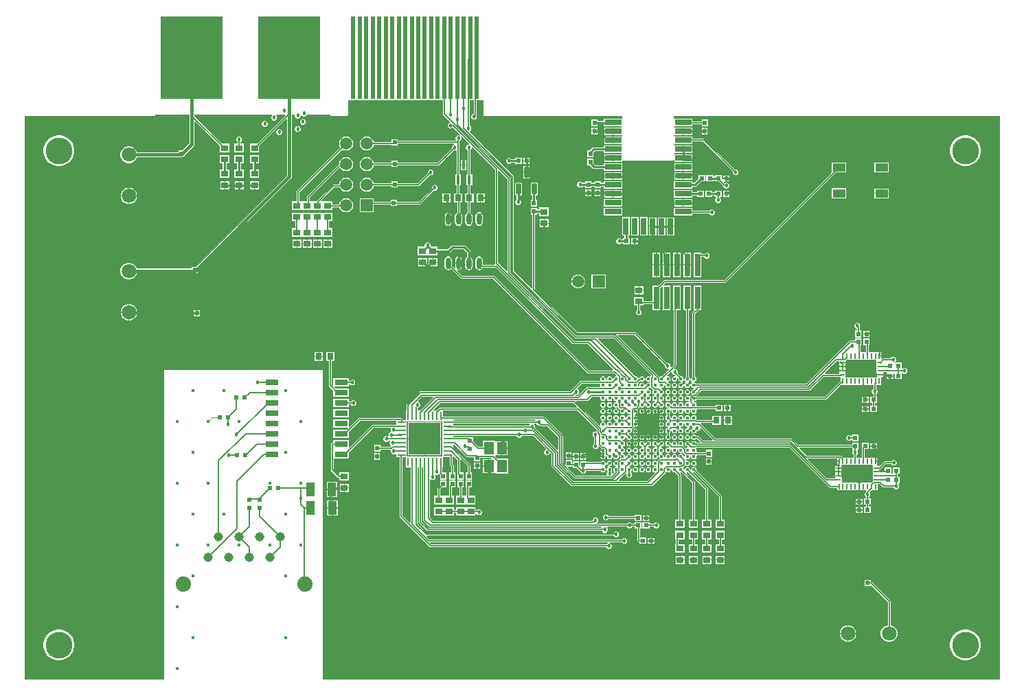
<source format=gtl>
G04*
G04 #@! TF.GenerationSoftware,Altium Limited,Altium Designer,21.6.4 (81)*
G04*
G04 Layer_Physical_Order=1*
G04 Layer_Color=255*
%FSLAX25Y25*%
%MOIN*%
G70*
G04*
G04 #@! TF.SameCoordinates,32ACE0EF-A2FC-4BC7-9326-31937D1A4F50*
G04*
G04*
G04 #@! TF.FilePolarity,Positive*
G04*
G01*
G75*
%ADD16C,0.01000*%
%ADD24R,0.04200X0.01000*%
%ADD25R,0.01000X0.04200*%
%ADD29R,0.06100X0.03900*%
G04:AMPARAMS|DCode=32|XSize=51.18mil|YSize=23.62mil|CornerRadius=2.01mil|HoleSize=0mil|Usage=FLASHONLY|Rotation=90.000|XOffset=0mil|YOffset=0mil|HoleType=Round|Shape=RoundedRectangle|*
%AMROUNDEDRECTD32*
21,1,0.05118,0.01961,0,0,90.0*
21,1,0.04717,0.02362,0,0,90.0*
1,1,0.00402,0.00980,0.02358*
1,1,0.00402,0.00980,-0.02358*
1,1,0.00402,-0.00980,-0.02358*
1,1,0.00402,-0.00980,0.02358*
%
%ADD32ROUNDEDRECTD32*%
%ADD33R,0.00984X0.02657*%
%ADD34R,0.02264X0.00984*%
%ADD37C,0.01600*%
%ADD40R,0.01775X0.04375*%
%ADD46C,0.07100*%
%ADD54R,0.02362X0.01968*%
%ADD55R,0.01968X0.02362*%
%ADD56R,0.03543X0.03150*%
%ADD57R,0.15200X0.15200*%
%ADD58R,0.05118X0.06102*%
%ADD59R,0.03150X0.03543*%
%ADD60R,0.02913X0.10984*%
%ADD61R,0.02000X0.02000*%
%ADD62R,0.02000X0.02000*%
%ADD63R,0.06496X0.02992*%
%ADD64R,0.04331X0.06693*%
%ADD65R,0.07874X0.02756*%
%ADD66R,0.02756X0.07874*%
%ADD67O,0.02362X0.05709*%
%ADD68R,0.30300X0.40000*%
%ADD69R,0.01968X0.40000*%
%ADD70C,0.00500*%
%ADD71C,0.01500*%
%ADD72C,0.00400*%
%ADD73R,0.05906X0.05906*%
%ADD74C,0.05906*%
%ADD75C,0.04500*%
%ADD76C,0.07400*%
%ADD77R,0.05906X0.05906*%
%ADD78C,0.13000*%
%ADD79C,0.01800*%
%ADD80C,0.03000*%
%ADD81C,0.01772*%
G36*
X223697Y314000D02*
X223758Y313693D01*
X223932Y313432D01*
X224193Y313258D01*
X224500Y313197D01*
X291097D01*
Y312481D01*
X290937Y312047D01*
X290597Y312047D01*
X282063D01*
Y311002D01*
X278984D01*
Y311681D01*
X276016D01*
Y308319D01*
X278984D01*
Y309167D01*
X282063D01*
Y308291D01*
X290721Y308291D01*
X290836Y308053D01*
X290681Y307766D01*
X290542Y307609D01*
X286700D01*
Y305831D01*
Y304053D01*
X290597D01*
X290837Y304053D01*
X291093Y303665D01*
X290837Y303278D01*
X290597Y303278D01*
X286700D01*
Y301500D01*
Y299722D01*
X290526Y299722D01*
X290819Y299273D01*
X290711Y299047D01*
X282063D01*
Y298087D01*
X277110D01*
X276759Y298017D01*
X276461Y297818D01*
X275293Y296650D01*
X274016D01*
Y293287D01*
X276984D01*
Y295746D01*
X277490Y296252D01*
X282063D01*
Y295291D01*
X290732Y295291D01*
X290851Y295043D01*
X290664Y294719D01*
X290559Y294601D01*
X286700D01*
Y292823D01*
Y291045D01*
X290837D01*
Y291634D01*
X291337Y291835D01*
X291638Y291711D01*
X315260D01*
X315642Y291869D01*
X315679Y291957D01*
X316179Y291857D01*
Y291045D01*
X320316D01*
Y292823D01*
Y294601D01*
X316301D01*
X316179Y294601D01*
X316065Y294690D01*
Y294989D01*
X316528Y295391D01*
X320316D01*
Y297169D01*
Y298947D01*
X316301D01*
X316208Y298947D01*
X315983Y299182D01*
X316253Y299622D01*
X324953D01*
Y300837D01*
X330225D01*
X344654Y286409D01*
X344600Y286279D01*
Y285721D01*
X344813Y285207D01*
X345207Y284813D01*
X345722Y284600D01*
X346279D01*
X346793Y284813D01*
X347187Y285207D01*
X347400Y285721D01*
Y286279D01*
X347187Y286793D01*
X346793Y287187D01*
X346279Y287400D01*
X345722D01*
X345591Y287346D01*
X330969Y301969D01*
X330754Y302112D01*
X330500Y302163D01*
X324953D01*
Y303378D01*
X316253Y303378D01*
X315983Y303818D01*
X316208Y304053D01*
X316301Y304053D01*
X320316D01*
Y305831D01*
Y307609D01*
X316301D01*
X316198Y307609D01*
X315985Y307830D01*
X316235Y308291D01*
X324953D01*
Y309306D01*
X329516D01*
Y308287D01*
X332484D01*
Y311650D01*
X329516D01*
Y310631D01*
X324953D01*
Y312047D01*
X316301D01*
X316079Y312047D01*
X315801Y312432D01*
Y313197D01*
X474197D01*
Y39703D01*
X145500D01*
Y190000D01*
X68500D01*
Y39803D01*
X803D01*
Y313197D01*
X63500D01*
X63807Y313258D01*
X64068Y313432D01*
X64242Y313693D01*
X64303Y314000D01*
X80927D01*
Y313459D01*
Y300086D01*
X77342Y296500D01*
X75500D01*
Y295672D01*
X55379D01*
X55274Y296063D01*
X54741Y296987D01*
X53987Y297741D01*
X53063Y298274D01*
X52033Y298550D01*
X50967D01*
X49937Y298274D01*
X49013Y297741D01*
X48259Y296987D01*
X47726Y296063D01*
X47450Y295033D01*
Y293967D01*
X47726Y292937D01*
X48259Y292013D01*
X49013Y291259D01*
X49937Y290726D01*
X50967Y290450D01*
X52033D01*
X53063Y290726D01*
X53987Y291259D01*
X54741Y292013D01*
X55274Y292937D01*
X55379Y293327D01*
X77000D01*
X77449Y293417D01*
X77573Y293500D01*
X78500D01*
Y294342D01*
X82929Y298771D01*
X83183Y299151D01*
X83272Y299600D01*
Y310696D01*
X83735Y310887D01*
X95728Y298893D01*
Y295681D01*
X100272D01*
Y299831D01*
X96666D01*
X83272Y313224D01*
Y314000D01*
X120813D01*
X121020Y313500D01*
X120813Y313293D01*
X120600Y312778D01*
Y312222D01*
X120813Y311707D01*
X121207Y311313D01*
X121721Y311100D01*
X122278D01*
X122793Y311313D01*
X123187Y311707D01*
X123400Y312222D01*
Y312778D01*
X123187Y313293D01*
X122980Y313500D01*
X123187Y314000D01*
X127350D01*
X127542Y313538D01*
X113834Y299831D01*
X110228D01*
Y295681D01*
X114772D01*
Y298893D01*
X127766Y311887D01*
X128227Y311696D01*
Y284386D01*
X83842Y240000D01*
X82000D01*
Y239173D01*
X55379D01*
X55274Y239563D01*
X54741Y240487D01*
X53987Y241241D01*
X53063Y241774D01*
X52033Y242050D01*
X50967D01*
X49937Y241774D01*
X49013Y241241D01*
X48259Y240487D01*
X47726Y239563D01*
X47450Y238533D01*
Y237467D01*
X47726Y236437D01*
X48259Y235513D01*
X49013Y234759D01*
X49937Y234226D01*
X50967Y233950D01*
X52033D01*
X53063Y234226D01*
X53987Y234759D01*
X54741Y235513D01*
X55274Y236437D01*
X55379Y236827D01*
X83500D01*
X83949Y236917D01*
X84073Y237000D01*
X85000D01*
Y237842D01*
X130229Y283071D01*
X130483Y283451D01*
X130572Y283900D01*
Y314000D01*
X131952D01*
X132100Y313778D01*
Y313222D01*
X132313Y312707D01*
X132707Y312313D01*
X133221Y312100D01*
X133779D01*
X134293Y312313D01*
X134687Y312707D01*
X134900Y313222D01*
Y313467D01*
X134991Y313520D01*
X135400Y313620D01*
X135707Y313313D01*
X136222Y313100D01*
X136778D01*
X137293Y313313D01*
X137687Y313707D01*
X137808Y314000D01*
X149197D01*
X149258Y313693D01*
X149432Y313432D01*
X149693Y313258D01*
X150000Y313197D01*
X157000D01*
X157307Y313258D01*
X157568Y313432D01*
X157742Y313693D01*
X157803Y314000D01*
Y320959D01*
X203887D01*
Y314265D01*
X203938Y314011D01*
X204081Y313796D01*
X207291Y310587D01*
X207153Y310017D01*
X206899Y309912D01*
X206505Y309518D01*
X206292Y309003D01*
Y308447D01*
X206505Y307932D01*
X206899Y307538D01*
X207413Y307325D01*
X207970D01*
X208485Y307538D01*
X208776Y307829D01*
X212436Y304169D01*
X212153Y303745D01*
X211778Y303900D01*
X211222D01*
X210707Y303687D01*
X210313Y303293D01*
X210100Y302779D01*
Y302221D01*
X210313Y301707D01*
X210357Y301663D01*
X210150Y301163D01*
X182000D01*
Y302000D01*
X179000D01*
Y300663D01*
X170397D01*
X170218Y301333D01*
X169763Y302120D01*
X169120Y302763D01*
X168333Y303218D01*
X167455Y303453D01*
X166545D01*
X165667Y303218D01*
X164880Y302763D01*
X164237Y302120D01*
X163783Y301333D01*
X163547Y300455D01*
Y299545D01*
X163783Y298667D01*
X164237Y297880D01*
X164880Y297237D01*
X165667Y296782D01*
X166545Y296547D01*
X167455D01*
X168333Y296782D01*
X169120Y297237D01*
X169763Y297880D01*
X170218Y298667D01*
X170397Y299337D01*
X179000D01*
Y299000D01*
X182000D01*
Y299837D01*
X209193D01*
X209292Y299337D01*
X208929Y299187D01*
X208535Y298793D01*
X208322Y298278D01*
Y297722D01*
X208376Y297591D01*
X201448Y290663D01*
X182000D01*
Y291500D01*
X179000D01*
Y290663D01*
X170397D01*
X170218Y291333D01*
X169763Y292120D01*
X169120Y292763D01*
X168333Y293217D01*
X167455Y293453D01*
X166545D01*
X165667Y293217D01*
X164880Y292763D01*
X164237Y292120D01*
X163783Y291333D01*
X163547Y290455D01*
Y289545D01*
X163783Y288667D01*
X164237Y287880D01*
X164880Y287237D01*
X165667Y286783D01*
X166545Y286547D01*
X167455D01*
X168333Y286783D01*
X169120Y287237D01*
X169763Y287880D01*
X170218Y288667D01*
X170397Y289337D01*
X179000D01*
Y288500D01*
X182000D01*
Y289337D01*
X201722D01*
X201976Y289388D01*
X202191Y289531D01*
X209313Y296654D01*
X209444Y296600D01*
X210000D01*
X210209Y296687D01*
X210709Y296354D01*
Y285144D01*
X209857D01*
Y279769D01*
X210581D01*
Y275772D01*
X209181D01*
Y271228D01*
X210837D01*
Y266481D01*
X210288Y266114D01*
X209916Y265558D01*
X209786Y264902D01*
Y261555D01*
X209916Y260899D01*
X210288Y260343D01*
X210844Y259971D01*
X211500Y259841D01*
X212156Y259971D01*
X212712Y260343D01*
X213084Y260899D01*
X213214Y261555D01*
Y264902D01*
X213084Y265558D01*
X212712Y266114D01*
X212163Y266481D01*
Y271228D01*
X213331D01*
Y275772D01*
X211907D01*
Y279769D01*
X212632D01*
Y285144D01*
X212035D01*
Y300500D01*
Y301206D01*
X212293Y301313D01*
X212687Y301707D01*
X212900Y302221D01*
Y302779D01*
X212745Y303152D01*
X213169Y303436D01*
X216705Y299900D01*
X216498Y299400D01*
X216221D01*
X215707Y299187D01*
X215313Y298793D01*
X215100Y298278D01*
Y297722D01*
X215313Y297207D01*
X215707Y296813D01*
X215965Y296706D01*
Y285144D01*
X215369D01*
Y279769D01*
X216093D01*
Y275772D01*
X214669D01*
Y271228D01*
X215837D01*
Y266481D01*
X215288Y266114D01*
X214916Y265558D01*
X214786Y264902D01*
Y261555D01*
X214916Y260899D01*
X215288Y260343D01*
X215844Y259971D01*
X216500Y259841D01*
X217156Y259971D01*
X217712Y260343D01*
X218084Y260899D01*
X218214Y261555D01*
Y264902D01*
X218084Y265558D01*
X217712Y266114D01*
X217163Y266481D01*
Y271228D01*
X218819D01*
Y275772D01*
X217419D01*
Y279769D01*
X218143D01*
Y285144D01*
X217291D01*
Y296812D01*
X217293Y296813D01*
X217687Y297207D01*
X217900Y297722D01*
Y297998D01*
X218400Y298205D01*
X229274Y287330D01*
Y241790D01*
X229325Y241536D01*
X229342Y241511D01*
X229101Y241011D01*
X223214D01*
Y243445D01*
X223084Y244101D01*
X222712Y244657D01*
X222156Y245028D01*
X221500Y245159D01*
X220844Y245028D01*
X220288Y244657D01*
X219916Y244101D01*
X219786Y243445D01*
Y240098D01*
X219916Y239442D01*
X220288Y238886D01*
X220844Y238515D01*
X221500Y238384D01*
X222156Y238515D01*
X222712Y238886D01*
X223084Y239442D01*
X223132Y239686D01*
X229831D01*
X266735Y202781D01*
X266950Y202638D01*
X267204Y202587D01*
X274248D01*
X286628Y190207D01*
X286437Y189745D01*
X274859D01*
X229136Y235469D01*
X228921Y235612D01*
X228667Y235663D01*
X213275D01*
X210827Y238110D01*
X211073Y238571D01*
X211300Y238526D01*
Y241572D01*
X209888D01*
Y240098D01*
X209973Y239671D01*
X209512Y239425D01*
X208535Y240402D01*
X208320Y240546D01*
X208214Y240567D01*
Y243445D01*
X208084Y244101D01*
X207712Y244657D01*
X207156Y245028D01*
X206500Y245159D01*
X205844Y245028D01*
X205288Y244657D01*
X204916Y244101D01*
X204786Y243445D01*
Y240098D01*
X204916Y239442D01*
X205288Y238886D01*
X205844Y238515D01*
X206500Y238384D01*
X207156Y238515D01*
X207712Y238886D01*
X208135Y238928D01*
X212531Y234531D01*
X212746Y234388D01*
X213000Y234337D01*
X228393D01*
X274116Y188614D01*
X274331Y188470D01*
X274585Y188420D01*
X287143D01*
X288117Y187446D01*
X287910Y186946D01*
X287694D01*
X287216Y186748D01*
X286851Y186382D01*
X286653Y185904D01*
Y185700D01*
X286603Y185655D01*
X286126Y185869D01*
X286103Y185904D01*
X285905Y186382D01*
X285540Y186748D01*
X285062Y186946D01*
X284545D01*
X284067Y186748D01*
X283701Y186382D01*
X283503Y185904D01*
Y185387D01*
X283231Y185147D01*
X282954Y185537D01*
Y185904D01*
X282756Y186382D01*
X282390Y186748D01*
X281912Y186946D01*
X281395D01*
X280917Y186748D01*
X280552Y186382D01*
X280353Y185904D01*
Y185387D01*
X280447Y185163D01*
X280145Y184663D01*
X271033D01*
X270780Y184612D01*
X270565Y184469D01*
X265759Y179663D01*
X193000D01*
X192746Y179612D01*
X192531Y179469D01*
X186531Y173469D01*
X186388Y173254D01*
X186337Y173000D01*
Y170300D01*
X186000D01*
Y165500D01*
X184463D01*
Y165750D01*
X184412Y166004D01*
X184269Y166219D01*
X183976Y166511D01*
X183761Y166655D01*
X183507Y166706D01*
X163299D01*
X163045Y166655D01*
X162830Y166511D01*
X158752Y162433D01*
X158252Y162640D01*
Y165996D01*
X150756D01*
Y162004D01*
X157615D01*
X157823Y161504D01*
X157315Y160996D01*
X150756D01*
Y157004D01*
X158252D01*
Y160059D01*
X163573Y165380D01*
X181200D01*
Y163313D01*
X169906D01*
X169652Y163262D01*
X169437Y163119D01*
X158752Y152433D01*
X158252Y152640D01*
Y155996D01*
X150756D01*
Y154663D01*
X150506D01*
X150252Y154612D01*
X150037Y154469D01*
X149744Y154176D01*
X149601Y153961D01*
X149550Y153707D01*
Y141521D01*
X149601Y141268D01*
X149744Y141053D01*
X153010Y137787D01*
X153225Y137644D01*
X153478Y137593D01*
X153728D01*
Y136181D01*
X158272D01*
Y140331D01*
X153728D01*
Y139596D01*
X153266Y139405D01*
X150876Y141796D01*
Y147004D01*
X158252D01*
Y150059D01*
X170180Y161987D01*
X178354D01*
X178686Y161487D01*
X178600Y161278D01*
Y160722D01*
X178789Y160266D01*
X178723Y160026D01*
X178578Y159735D01*
X178136Y159552D01*
X177742Y159159D01*
X177529Y158644D01*
Y158104D01*
X177453Y158025D01*
X177125Y157756D01*
X176778Y157900D01*
X176222D01*
X175707Y157687D01*
X175313Y157293D01*
X175100Y156779D01*
Y156221D01*
X175313Y155707D01*
X175707Y155313D01*
X176222Y155100D01*
X176778D01*
X177293Y155313D01*
X177687Y155707D01*
X177688Y155710D01*
X178051D01*
X178156Y155544D01*
X178295Y155249D01*
X178100Y154779D01*
Y154221D01*
X178313Y153707D01*
X178707Y153313D01*
X178516Y152851D01*
X178361Y152663D01*
X173484D01*
Y153681D01*
X170516D01*
Y150319D01*
X173484D01*
Y151337D01*
X178290D01*
X178624Y150837D01*
X178600Y150778D01*
Y150222D01*
X178813Y149707D01*
X179207Y149313D01*
X179721Y149100D01*
X180279D01*
X180700Y149275D01*
X181033Y149136D01*
X181200Y149013D01*
Y147500D01*
X182837D01*
Y119000D01*
X182888Y118746D01*
X183031Y118531D01*
X197386Y104177D01*
X197601Y104033D01*
X197854Y103983D01*
X283199D01*
X283313Y103707D01*
X283707Y103313D01*
X284222Y103100D01*
X284778D01*
X285293Y103313D01*
X285687Y103707D01*
X285900Y104221D01*
Y104779D01*
X285687Y105293D01*
X285293Y105687D01*
X284930Y105837D01*
X285029Y106337D01*
X290759D01*
X290813Y106207D01*
X291207Y105813D01*
X291722Y105600D01*
X292279D01*
X292793Y105813D01*
X293187Y106207D01*
X293400Y106721D01*
Y107279D01*
X293187Y107793D01*
X292793Y108187D01*
X292279Y108400D01*
X291722D01*
X291207Y108187D01*
X290813Y107793D01*
X290759Y107663D01*
X197274D01*
X195950Y108987D01*
X196157Y109487D01*
X286759D01*
X286813Y109357D01*
X287207Y108963D01*
X287721Y108750D01*
X288279D01*
X288793Y108963D01*
X289187Y109357D01*
X289400Y109871D01*
Y110429D01*
X289187Y110943D01*
X288793Y111337D01*
X288279Y111550D01*
X287721D01*
X287207Y111337D01*
X286813Y110943D01*
X286759Y110813D01*
X283391D01*
X283292Y111313D01*
X283293Y111313D01*
X283687Y111707D01*
X283900Y112222D01*
Y112778D01*
X283687Y113293D01*
X283643Y113337D01*
X283850Y113837D01*
X293259D01*
X293313Y113707D01*
X293707Y113313D01*
X294221Y113100D01*
X294778D01*
X295293Y113313D01*
X295687Y113707D01*
X295741Y113837D01*
X296850D01*
Y113016D01*
X298337D01*
Y107293D01*
X298388Y107039D01*
X298531Y106824D01*
X298824Y106531D01*
X299039Y106388D01*
X299293Y106337D01*
X299413D01*
Y105516D01*
X302776D01*
Y108484D01*
X299663D01*
Y113016D01*
X300213D01*
Y115984D01*
X296850D01*
Y115163D01*
X295741D01*
X295687Y115293D01*
X295293Y115687D01*
X294778Y115900D01*
X294221D01*
X293707Y115687D01*
X293313Y115293D01*
X293259Y115163D01*
X278529D01*
X278430Y115663D01*
X278793Y115813D01*
X279187Y116207D01*
X279400Y116721D01*
Y117279D01*
X279187Y117793D01*
X278793Y118187D01*
X278278Y118400D01*
X277722D01*
X277207Y118187D01*
X276813Y117793D01*
X276600Y117279D01*
Y116721D01*
X276561Y116663D01*
X199275D01*
X197663Y118274D01*
Y136650D01*
X198163Y136857D01*
X198207Y136813D01*
X198722Y136600D01*
X199278D01*
X199793Y136813D01*
X200187Y137207D01*
X200400Y137722D01*
Y138278D01*
X200193Y138778D01*
X200220Y138837D01*
X200492Y139195D01*
X200722Y139100D01*
X201278D01*
X201793Y139313D01*
X201880Y139400D01*
X202023Y139403D01*
X202472Y139285D01*
X202516Y139220D01*
Y136787D01*
X205484D01*
Y140150D01*
X203663D01*
Y142700D01*
X204000D01*
Y147500D01*
X207387D01*
Y144050D01*
X207438Y143796D01*
X207581Y143581D01*
X207837Y143325D01*
Y140150D01*
X207016D01*
Y136787D01*
X209984D01*
Y140150D01*
X209163D01*
Y143600D01*
X209112Y143853D01*
X208969Y144068D01*
X208713Y144324D01*
Y147500D01*
X208800D01*
Y147909D01*
X209262Y148101D01*
X211103Y146260D01*
Y140150D01*
X211016D01*
Y136787D01*
X213984D01*
Y140150D01*
X212428D01*
Y146227D01*
X212929Y146434D01*
X215837Y143526D01*
Y140150D01*
X215016D01*
Y136787D01*
X217984D01*
Y140150D01*
X217163D01*
Y143800D01*
X217112Y144054D01*
X216969Y144269D01*
X208800Y152437D01*
Y153657D01*
X209300Y153763D01*
X215187Y147876D01*
X215402Y147732D01*
X215655Y147682D01*
X219016D01*
Y145787D01*
X221984D01*
Y147337D01*
X227636D01*
X227668Y147290D01*
X227400Y146790D01*
X226401D01*
Y143339D01*
Y139887D01*
X229160D01*
X229160Y139887D01*
X229441Y139787D01*
Y139787D01*
X229618Y139787D01*
X235559D01*
Y146890D01*
X230378D01*
X229295Y147973D01*
X229473Y148495D01*
X229718Y148549D01*
X232300D01*
Y152000D01*
Y155451D01*
X229718D01*
X229260Y155551D01*
X229082Y155551D01*
X223142D01*
Y152663D01*
X221219D01*
X218484Y155397D01*
Y157181D01*
X215516D01*
Y157163D01*
X208800D01*
Y157837D01*
X239759D01*
X239813Y157707D01*
X240207Y157313D01*
X240722Y157100D01*
X241279D01*
X241793Y157313D01*
X242187Y157707D01*
X242241Y157837D01*
X248059D01*
X254034Y151862D01*
X253916Y151273D01*
X253707Y151187D01*
X253313Y150793D01*
X253100Y150278D01*
Y149722D01*
X253313Y149207D01*
X253707Y148813D01*
X254222Y148600D01*
X254779D01*
X255293Y148813D01*
X255687Y149207D01*
X255773Y149416D01*
X256362Y149534D01*
X256783Y149113D01*
Y143475D01*
X256833Y143221D01*
X256977Y143006D01*
X266052Y133931D01*
X266267Y133788D01*
X266520Y133737D01*
X305400D01*
X305654Y133788D01*
X305869Y133931D01*
X311873Y139936D01*
X312017Y140151D01*
X312110Y140221D01*
X312522Y140389D01*
X312560Y140388D01*
X312891Y140251D01*
X313408D01*
X313886Y140449D01*
X314252Y140815D01*
X314450Y141293D01*
Y141533D01*
X314724Y141663D01*
X314859Y141599D01*
X314999Y141430D01*
Y141293D01*
X315197Y140815D01*
X315563Y140449D01*
X316041Y140251D01*
X316558D01*
X316632Y140282D01*
X318337Y138576D01*
Y117331D01*
X316728D01*
Y113181D01*
X321272D01*
Y117331D01*
X319663D01*
Y138850D01*
X319612Y139104D01*
X319469Y139319D01*
X318998Y139790D01*
X319133Y140115D01*
X319244Y140251D01*
X319707D01*
X319781Y140282D01*
X324837Y135225D01*
Y117331D01*
X323228D01*
Y113181D01*
X327772D01*
Y117331D01*
X326163D01*
Y135500D01*
X326112Y135754D01*
X325969Y135969D01*
X322148Y139790D01*
X322283Y140115D01*
X322393Y140251D01*
X322857D01*
X322972Y140299D01*
X331337Y131934D01*
Y117331D01*
X329728D01*
Y113181D01*
X334272D01*
Y117331D01*
X332663D01*
Y132208D01*
X332612Y132462D01*
X332469Y132677D01*
X325356Y139789D01*
X325396Y139927D01*
X325601Y140251D01*
X326007D01*
X326080Y140282D01*
X337837Y128525D01*
Y117331D01*
X336228D01*
Y113181D01*
X340772D01*
Y117331D01*
X339163D01*
Y128799D01*
X339112Y129053D01*
X338969Y129268D01*
X327017Y141219D01*
X327048Y141293D01*
Y141810D01*
X326850Y142288D01*
X326484Y142653D01*
X326007Y142851D01*
X325489D01*
X325012Y142653D01*
X324646Y142288D01*
X324484Y141897D01*
X324256Y141737D01*
X323948Y141621D01*
X323903Y141646D01*
X323898Y141655D01*
Y141810D01*
X323700Y142288D01*
X323335Y142653D01*
X322857Y142851D01*
X322340D01*
X321862Y142653D01*
X321496Y142288D01*
X321298Y141810D01*
X321275Y141774D01*
X320798Y141561D01*
X320749Y141605D01*
Y141810D01*
X320551Y142288D01*
X320518Y142782D01*
X321367Y143632D01*
X321862Y143599D01*
X322340Y143401D01*
X322857D01*
X323335Y143599D01*
X323700Y143964D01*
X323898Y144442D01*
Y144959D01*
X323700Y145437D01*
X323335Y145803D01*
X322857Y146001D01*
X322340D01*
X322218Y145950D01*
X321704Y146208D01*
X321674Y146331D01*
X321678Y146345D01*
X322196Y146610D01*
X322340Y146550D01*
X322857D01*
X323335Y146748D01*
X323700Y147114D01*
X323898Y147592D01*
Y148109D01*
X324155Y148287D01*
X324448Y147900D01*
Y147592D01*
X324646Y147114D01*
X325012Y146748D01*
X325489Y146550D01*
X326007D01*
X326484Y146748D01*
X326850Y147114D01*
X327048Y147592D01*
Y148109D01*
X326967Y148306D01*
X327284Y148806D01*
X331516D01*
Y147787D01*
X334484D01*
Y151150D01*
X331516D01*
Y150131D01*
X327337D01*
X327002Y150631D01*
X327048Y150741D01*
Y151259D01*
X326850Y151736D01*
X326626Y151961D01*
X326956Y152337D01*
X372017D01*
X391475Y132880D01*
X391690Y132736D01*
X391943Y132686D01*
X395150D01*
Y131520D01*
X404634D01*
X405008Y131520D01*
X405466Y131620D01*
X405784D01*
Y133348D01*
Y135077D01*
X405466D01*
X405008Y135177D01*
X404634Y135177D01*
X397822D01*
X397528Y135555D01*
X397528Y137539D01*
X397428Y137998D01*
X397428Y138316D01*
X395896D01*
X394364D01*
Y137998D01*
X394264Y137539D01*
X393853Y137210D01*
X390292D01*
X380876Y146625D01*
X381068Y147087D01*
X395250D01*
Y145852D01*
X396142D01*
Y145652D01*
X396342D01*
Y143923D01*
X396646D01*
X396715Y143845D01*
X396491Y143345D01*
X396096D01*
Y142653D01*
X397428D01*
Y143323D01*
X397428Y143345D01*
X397481Y143823D01*
X412178D01*
X412472Y143445D01*
X412472Y143323D01*
Y141461D01*
Y137524D01*
X412472D01*
X412572Y137439D01*
Y136747D01*
X414104D01*
Y136347D01*
X412572D01*
Y135805D01*
X411945Y135177D01*
X407335D01*
X406961Y135177D01*
X406502Y135077D01*
X406184D01*
Y133348D01*
Y131620D01*
X406502D01*
X406961Y131520D01*
X407335Y131520D01*
X409309D01*
X409419Y131254D01*
X409474Y131020D01*
X409356Y130844D01*
X409336Y130740D01*
X409207Y130687D01*
X408813Y130293D01*
X408600Y129779D01*
Y129221D01*
X408813Y128707D01*
X409207Y128313D01*
X409306Y128272D01*
Y127484D01*
X408287D01*
Y124516D01*
X409306D01*
Y123484D01*
X408287D01*
Y120516D01*
X411650D01*
Y123484D01*
X410631D01*
Y124516D01*
X411650D01*
Y127484D01*
X410631D01*
Y128246D01*
X410793Y128313D01*
X411187Y128707D01*
X411400Y129221D01*
Y129779D01*
X411187Y130293D01*
X410897Y130582D01*
X411835Y131520D01*
X414850D01*
Y134742D01*
X415506D01*
X415733Y134788D01*
X417489Y133031D01*
X417704Y132888D01*
X417958Y132837D01*
X422759D01*
X422813Y132707D01*
X423207Y132313D01*
X423722Y132100D01*
X424278D01*
X424793Y132313D01*
X425187Y132707D01*
X425400Y133221D01*
Y133779D01*
X425187Y134293D01*
X424964Y134516D01*
X425171Y135016D01*
X425650D01*
Y137984D01*
X424631D01*
Y139516D01*
X425650D01*
Y142484D01*
X422287D01*
Y139866D01*
X422000Y139700D01*
X421713Y139866D01*
Y142484D01*
X418350D01*
Y141147D01*
X415736D01*
Y141790D01*
X415986D01*
X416240Y141841D01*
X416455Y141984D01*
X418808Y144337D01*
X421591D01*
X421664Y144162D01*
X422057Y143768D01*
X422572Y143555D01*
X423129D01*
X423643Y143768D01*
X424037Y144162D01*
X424250Y144676D01*
Y145233D01*
X424037Y145748D01*
X423643Y146142D01*
X423129Y146355D01*
X422572D01*
X422057Y146142D01*
X421664Y145748D01*
X421628Y145663D01*
X418534D01*
X418280Y145612D01*
X418065Y145469D01*
X416192Y143596D01*
X415736Y143445D01*
Y143445D01*
X415736Y143445D01*
X414804D01*
X414750Y143923D01*
X414750Y143945D01*
Y145452D01*
X413858D01*
Y145652D01*
X413658D01*
Y147380D01*
X413340D01*
X412882Y147480D01*
X412508Y147480D01*
X408615D01*
Y151516D01*
X410713D01*
Y154484D01*
X407350D01*
Y152387D01*
X407340Y152372D01*
X407290Y152118D01*
Y147480D01*
X404678D01*
Y148766D01*
X404793Y148813D01*
X405187Y149207D01*
X405400Y149722D01*
Y150278D01*
X405187Y150793D01*
X405129Y150850D01*
X405337Y151350D01*
X405484D01*
Y154713D01*
X402516D01*
Y153694D01*
X376353D01*
X373629Y156418D01*
X373414Y156562D01*
X373161Y156612D01*
X336325D01*
X329100Y163837D01*
X329307Y164337D01*
X334669D01*
Y163228D01*
X338819D01*
Y167772D01*
X334669D01*
Y165663D01*
X327223D01*
X327217Y165669D01*
X327210Y165673D01*
X327000Y165871D01*
X326980Y166326D01*
X327048Y166489D01*
Y167007D01*
X326850Y167484D01*
X326484Y167850D01*
X326007Y168048D01*
X325489D01*
X325012Y167850D01*
X324646Y167484D01*
X324448Y167007D01*
Y166490D01*
X324208Y166358D01*
X323898Y166737D01*
Y167007D01*
X323700Y167484D01*
X323335Y167850D01*
X322857Y168048D01*
X322340D01*
X321862Y167850D01*
X321496Y167484D01*
X321298Y167007D01*
Y166490D01*
X321058Y166357D01*
X320749Y166737D01*
Y167007D01*
X320551Y167484D01*
X320185Y167850D01*
X319707Y168048D01*
X319190D01*
X318712Y167850D01*
X318347Y167484D01*
X318149Y167007D01*
Y166600D01*
X317599D01*
Y167007D01*
X317401Y167484D01*
X317036Y167850D01*
X316558Y168048D01*
X316041D01*
X315563Y167850D01*
X315197Y167484D01*
X314999Y167007D01*
X314976Y166971D01*
X314499Y166758D01*
X314450Y166802D01*
Y167007D01*
X314252Y167484D01*
X313886Y167850D01*
X313812Y167881D01*
Y168765D01*
X313886Y168796D01*
X314252Y169161D01*
X314450Y169639D01*
Y170156D01*
X314735Y170491D01*
X314970Y170193D01*
X314999Y170115D01*
Y169639D01*
X315197Y169161D01*
X315563Y168796D01*
X316041Y168598D01*
X316558D01*
X317036Y168796D01*
X317401Y169161D01*
X317599Y169639D01*
Y170156D01*
X317845Y170303D01*
X318149Y169915D01*
Y169639D01*
X318347Y169161D01*
X318712Y168796D01*
X319190Y168598D01*
X319707D01*
X320185Y168796D01*
X320551Y169161D01*
X320749Y169639D01*
Y170156D01*
X320994Y170303D01*
X321298Y169915D01*
Y169639D01*
X321496Y169161D01*
X321862Y168796D01*
X322340Y168598D01*
X322857D01*
X323335Y168796D01*
X323700Y169161D01*
X323898Y169639D01*
Y170156D01*
X324144Y170303D01*
X324448Y169915D01*
Y169639D01*
X324646Y169161D01*
X325012Y168796D01*
X325489Y168598D01*
X326007D01*
X326484Y168796D01*
X326850Y169161D01*
X327048Y169639D01*
Y170156D01*
X326973Y170337D01*
X327300Y170837D01*
X336350D01*
Y170016D01*
X339713D01*
Y172984D01*
X336350D01*
Y172163D01*
X327330D01*
X326996Y172663D01*
X327048Y172789D01*
Y173306D01*
X326850Y173784D01*
X326484Y174149D01*
X326007Y174347D01*
X325802D01*
X325758Y174397D01*
X325971Y174873D01*
X326007Y174897D01*
X326484Y175095D01*
X326850Y175460D01*
X326881Y175534D01*
X389490D01*
X389744Y175585D01*
X389959Y175728D01*
X396670Y182439D01*
X397071Y182671D01*
Y182671D01*
X397071Y182671D01*
X406555D01*
X406929Y182671D01*
X407388Y182771D01*
X407705D01*
Y184500D01*
Y186229D01*
X407388D01*
X406929Y186329D01*
X406555Y186329D01*
X399744D01*
X399449Y186707D01*
X399449Y188691D01*
X399349Y189149D01*
X399349Y189467D01*
X397817D01*
X396285D01*
Y189149D01*
X396185Y188691D01*
Y188473D01*
X395831Y188119D01*
X389503D01*
X389311Y188581D01*
X395067Y194337D01*
X395932D01*
X396285Y193984D01*
Y193804D01*
X397817D01*
X399349D01*
Y194350D01*
X399358Y194356D01*
X399977Y194974D01*
X414099D01*
X414394Y194597D01*
X414394Y194474D01*
Y190644D01*
X414394Y188675D01*
X414494Y188217D01*
Y187899D01*
X416026D01*
X417557D01*
Y188217D01*
X417652Y188649D01*
X417955Y188837D01*
X419337D01*
X419450Y188384D01*
X419450Y188337D01*
Y187200D01*
X421032D01*
X422613D01*
Y188337D01*
X422613Y188384D01*
X422626Y188438D01*
X422787Y188483D01*
X423287Y188102D01*
Y185516D01*
X426650D01*
Y188163D01*
X427150Y188371D01*
X427207Y188313D01*
X427722Y188100D01*
X428278D01*
X428793Y188313D01*
X429187Y188707D01*
X429400Y189222D01*
Y189778D01*
X429187Y190293D01*
X428793Y190687D01*
X428278Y190900D01*
X427722D01*
X427207Y190687D01*
X427150Y190629D01*
X426650Y190837D01*
Y193484D01*
X423671D01*
X423464Y193984D01*
X423687Y194207D01*
X423900Y194721D01*
Y195279D01*
X423687Y195793D01*
X423293Y196187D01*
X422779Y196400D01*
X422222D01*
X421707Y196187D01*
X421313Y195793D01*
X421259Y195663D01*
X417791D01*
X417538Y195612D01*
X417323Y195469D01*
X417172Y195318D01*
X416672Y195525D01*
Y196603D01*
X415779D01*
Y196803D01*
X415580D01*
Y198532D01*
X415262D01*
X414803Y198632D01*
X414429Y198632D01*
X410663D01*
Y201850D01*
X410984D01*
Y205213D01*
X408016D01*
Y201850D01*
X409337D01*
Y198632D01*
X406663D01*
Y201850D01*
X406984D01*
Y205213D01*
X404016D01*
Y204194D01*
X401714D01*
X401460Y204144D01*
X401245Y204000D01*
X380403Y183159D01*
X326881D01*
X326850Y183232D01*
X326484Y183598D01*
X326007Y183796D01*
X325909D01*
X325875Y183833D01*
X325878Y183953D01*
X325915Y184065D01*
X326060Y184368D01*
X326484Y184544D01*
X326850Y184909D01*
X327048Y185387D01*
Y185904D01*
X326850Y186382D01*
X326484Y186748D01*
X326411Y186778D01*
Y217438D01*
X327969Y218996D01*
X327977Y219008D01*
X329457D01*
Y230992D01*
X325543D01*
Y219008D01*
X325543D01*
X325708Y218610D01*
X325279Y218181D01*
X325136Y217966D01*
X325085Y217713D01*
Y186778D01*
X325012Y186748D01*
X324646Y186382D01*
X324448Y185904D01*
X324221Y185821D01*
X323922Y185812D01*
X323898Y185838D01*
Y185904D01*
X323700Y186382D01*
X323335Y186748D01*
X323261Y186778D01*
Y219008D01*
X324457D01*
Y230992D01*
X320543D01*
Y219008D01*
X321936D01*
Y186778D01*
X321862Y186748D01*
X321496Y186382D01*
X321298Y185904D01*
Y185419D01*
X321275Y185404D01*
X320749D01*
Y185904D01*
X320551Y186382D01*
X320185Y186748D01*
X319707Y186946D01*
X319289D01*
X317787Y188448D01*
X317900Y188722D01*
Y189278D01*
X317687Y189793D01*
X317293Y190187D01*
X316778Y190400D01*
X316399D01*
X316170Y190879D01*
X316969Y191677D01*
X317112Y191892D01*
X317163Y192146D01*
Y219008D01*
X319457D01*
Y230992D01*
X315543D01*
Y219008D01*
X315837D01*
Y192420D01*
X314802Y191384D01*
X314378Y191668D01*
X314400Y191721D01*
Y192279D01*
X314187Y192793D01*
X313793Y193187D01*
X313279Y193400D01*
X312721D01*
X312591Y193346D01*
X297719Y208219D01*
X297504Y208362D01*
X297250Y208413D01*
X269342D01*
X248663Y229093D01*
Y265350D01*
X249484D01*
Y266114D01*
X250728D01*
Y264681D01*
X255272D01*
Y268831D01*
X250728D01*
Y267949D01*
X249484D01*
Y268713D01*
X246516D01*
Y265350D01*
X247337D01*
Y229799D01*
X246875Y229607D01*
X238413Y238070D01*
Y283610D01*
X238362Y283864D01*
X238219Y284079D01*
X216813Y305485D01*
X216931Y306073D01*
X217140Y306160D01*
X217534Y306554D01*
X217747Y307068D01*
Y307625D01*
X217534Y308140D01*
X217140Y308534D01*
X217078Y308559D01*
Y320959D01*
X218837D01*
Y314400D01*
X218722D01*
X218207Y314187D01*
X217813Y313793D01*
X217600Y313279D01*
Y312721D01*
X217813Y312207D01*
X218207Y311813D01*
X218722Y311600D01*
X219279D01*
X219793Y311813D01*
X220187Y312207D01*
X220400Y312721D01*
Y313279D01*
X220187Y313793D01*
X220163Y313817D01*
Y320959D01*
X223697D01*
Y314000D01*
D02*
G37*
G36*
X235287Y282590D02*
Y238030D01*
X234825Y237839D01*
X230600Y242064D01*
Y286625D01*
X231062Y286816D01*
X235287Y282590D01*
D02*
G37*
G36*
X311654Y192409D02*
X311600Y192279D01*
Y191721D01*
X311813Y191207D01*
X312207Y190813D01*
X312721Y190600D01*
X313279D01*
X313332Y190622D01*
X313615Y190198D01*
X310332Y186915D01*
X310259Y186946D01*
X309741D01*
X309264Y186748D01*
X309026Y186510D01*
X308969Y186515D01*
X288859Y206625D01*
X289050Y207087D01*
X296975D01*
X311654Y192409D01*
D02*
G37*
G36*
X315100Y189101D02*
Y188722D01*
X315313Y188207D01*
X315707Y187813D01*
X316221Y187600D01*
X316760D01*
X317096Y187264D01*
X316813Y186840D01*
X316558Y186946D01*
X316041D01*
X315563Y186748D01*
X315197Y186382D01*
X314999Y185904D01*
Y185387D01*
X315197Y184909D01*
X315563Y184544D01*
X316041Y184346D01*
X316558D01*
X317036Y184544D01*
X317401Y184909D01*
X317599Y185387D01*
Y185904D01*
X317534Y186063D01*
X317965Y186327D01*
X318207Y186044D01*
X318149Y185904D01*
Y185387D01*
X318347Y184909D01*
X318712Y184544D01*
X319190Y184346D01*
X319489Y183941D01*
X319475Y183796D01*
X319190D01*
X318712Y183598D01*
X318347Y183232D01*
X318149Y182755D01*
Y182238D01*
X318347Y181760D01*
X318712Y181394D01*
X319190Y181196D01*
X319707D01*
X320185Y181394D01*
X320551Y181760D01*
X320691Y182099D01*
X321101Y182267D01*
X321249Y182280D01*
X321298Y182238D01*
X321338Y182142D01*
Y182142D01*
X321412Y181962D01*
X321496Y181760D01*
X321862Y181394D01*
X322340Y181196D01*
X322857D01*
X323335Y181394D01*
X323700Y181760D01*
X323898Y182238D01*
Y182246D01*
X324398Y182349D01*
X324500Y182111D01*
X324646Y181760D01*
X325012Y181394D01*
X325489Y181196D01*
X325525Y181173D01*
X325738Y180696D01*
X325694Y180647D01*
X325489D01*
X325012Y180448D01*
X324646Y180083D01*
X324448Y179605D01*
Y179088D01*
X324646Y178610D01*
X324823Y178433D01*
X324804Y178240D01*
X323829Y177266D01*
X323335Y177299D01*
X322857Y177497D01*
X322340D01*
X321862Y177299D01*
X321496Y176933D01*
X321298Y176455D01*
Y175938D01*
X321496Y175460D01*
X321862Y175095D01*
X322340Y174897D01*
X322857D01*
X323273Y174629D01*
X322858Y174347D01*
X322857Y174347D01*
X322340D01*
X321862Y174149D01*
X321496Y173784D01*
X321298Y173306D01*
Y172789D01*
X321059Y172658D01*
X320749Y173037D01*
Y173306D01*
X320551Y173784D01*
X320185Y174149D01*
X319707Y174347D01*
X319190D01*
X318712Y174149D01*
X318347Y173784D01*
X318149Y173306D01*
Y172789D01*
X317909Y172658D01*
X317599Y173037D01*
Y173306D01*
X317401Y173784D01*
X317036Y174149D01*
X316558Y174347D01*
X316041D01*
X315563Y174149D01*
X315197Y173784D01*
X315084Y173511D01*
X314598Y173282D01*
X314499Y173276D01*
X314460Y173299D01*
X314436Y173338D01*
X314252Y173784D01*
X313886Y174149D01*
X313408Y174347D01*
X312891D01*
X312413Y174149D01*
X312048Y173784D01*
X311850Y173306D01*
Y172789D01*
X312048Y172311D01*
X312413Y171945D01*
X312891Y171747D01*
X313408D01*
X313490Y171781D01*
X313606Y171657D01*
X313474Y171349D01*
X313351Y171198D01*
X312891D01*
X312413Y171000D01*
X312048Y170634D01*
X311850Y170156D01*
Y169639D01*
X312048Y169161D01*
X312413Y168796D01*
X312487Y168765D01*
Y167881D01*
X312413Y167850D01*
X312048Y167484D01*
X311850Y167007D01*
Y166489D01*
X312048Y166012D01*
X312413Y165646D01*
X312891Y165448D01*
X312938D01*
X313089Y165173D01*
X312938Y164898D01*
X312891D01*
X312413Y164700D01*
X312048Y164335D01*
X311850Y163857D01*
Y163340D01*
X312048Y162862D01*
X312413Y162496D01*
X312891Y162298D01*
X312927Y162275D01*
X313140Y161798D01*
X313095Y161749D01*
X312891D01*
X312413Y161551D01*
X312048Y161185D01*
X311850Y160707D01*
Y160190D01*
X312048Y159712D01*
X312413Y159347D01*
X312487Y159316D01*
Y158432D01*
X312413Y158401D01*
X312048Y158036D01*
X311850Y157558D01*
Y157041D01*
X312048Y156563D01*
X312413Y156197D01*
X312891Y155999D01*
X313408D01*
X313886Y156197D01*
X314252Y156563D01*
X314450Y157041D01*
Y157558D01*
X314252Y158036D01*
X313886Y158401D01*
X313812Y158432D01*
Y159316D01*
X313886Y159347D01*
X314252Y159712D01*
X314450Y160190D01*
Y160395D01*
X314499Y160439D01*
X314976Y160226D01*
X314999Y160190D01*
X315197Y159712D01*
X315563Y159347D01*
X316041Y159149D01*
X316558D01*
X317036Y159347D01*
X317401Y159712D01*
X317599Y160190D01*
Y160662D01*
X318149D01*
Y160190D01*
X318347Y159712D01*
X318712Y159347D01*
X319190Y159149D01*
X319707D01*
X320185Y159347D01*
X320551Y159712D01*
X320749Y160190D01*
Y160707D01*
X320551Y161185D01*
X320185Y161551D01*
X319707Y161749D01*
X319619D01*
X319274Y161784D01*
Y162298D01*
X319707D01*
X320185Y162496D01*
X320551Y162862D01*
X320749Y163340D01*
Y163857D01*
X320994Y164002D01*
X321298Y163614D01*
Y163340D01*
X321496Y162862D01*
X321862Y162496D01*
X322340Y162298D01*
X322773D01*
Y161784D01*
X322428Y161749D01*
X322340D01*
X321862Y161551D01*
X321496Y161185D01*
X321298Y160707D01*
Y160190D01*
X321496Y159712D01*
X321862Y159347D01*
X322340Y159149D01*
X322857D01*
X323335Y159347D01*
X323700Y159712D01*
X323898Y160190D01*
Y160662D01*
X324448D01*
Y160190D01*
X324646Y159712D01*
X325012Y159347D01*
X325489Y159149D01*
X326007D01*
X326484Y159347D01*
X326850Y159712D01*
X326897Y159827D01*
X327121Y160275D01*
X327678D01*
X328193Y160488D01*
X328587Y160882D01*
X328800Y161397D01*
Y161556D01*
X329300Y161763D01*
X334889Y156174D01*
X334697Y155712D01*
X330225D01*
X328169Y157768D01*
X327954Y157912D01*
X327701Y157962D01*
X326881D01*
X326850Y158036D01*
X326484Y158401D01*
X326007Y158599D01*
X325489D01*
X325012Y158401D01*
X324646Y158036D01*
X324448Y157558D01*
Y157041D01*
X324646Y156563D01*
X325012Y156197D01*
X325489Y155999D01*
X326007D01*
X326484Y156197D01*
X326850Y156563D01*
X326881Y156637D01*
X327426D01*
X328938Y155125D01*
X328747Y154663D01*
X326943D01*
X326850Y154886D01*
X326484Y155252D01*
X326007Y155450D01*
X325489D01*
X325012Y155252D01*
X324646Y154886D01*
X324448Y154408D01*
X324425Y154373D01*
X323948Y154159D01*
X323898Y154204D01*
Y154408D01*
X323700Y154886D01*
X323335Y155252D01*
X322857Y155450D01*
X322340D01*
X321862Y155252D01*
X321496Y154886D01*
X321298Y154408D01*
Y153891D01*
X321496Y153413D01*
X321862Y153048D01*
X322340Y152850D01*
X322544D01*
X322589Y152800D01*
X322375Y152323D01*
X322340Y152300D01*
X321862Y152102D01*
X321599Y151839D01*
X320641Y152796D01*
X320551Y153413D01*
X320569Y153457D01*
X320749Y153891D01*
Y154408D01*
X320551Y154886D01*
X320185Y155252D01*
X319707Y155450D01*
X319190D01*
X318712Y155252D01*
X318347Y154886D01*
X318149Y154408D01*
Y153891D01*
X317874Y153640D01*
X317857Y153656D01*
X317599Y154033D01*
Y154408D01*
X317401Y154886D01*
X317036Y155252D01*
X316558Y155450D01*
X316041D01*
X315563Y155252D01*
X315197Y154886D01*
X315088Y154621D01*
X314594Y154385D01*
X314499Y154380D01*
X314471Y154396D01*
X314432Y154451D01*
X314252Y154886D01*
X313886Y155252D01*
X313408Y155450D01*
X312891D01*
X312413Y155252D01*
X312048Y154886D01*
X311850Y154408D01*
Y153891D01*
X312048Y153413D01*
X312413Y153048D01*
X312891Y152850D01*
X313408D01*
X313534Y152902D01*
X313787Y152684D01*
X313522Y152253D01*
X313408Y152300D01*
X312891D01*
X312413Y152102D01*
X312048Y151736D01*
X311850Y151259D01*
Y150741D01*
X312048Y150264D01*
X312413Y149898D01*
X312891Y149700D01*
X313408D01*
X313886Y149898D01*
X314252Y150264D01*
X314450Y150741D01*
Y151062D01*
X314774Y151416D01*
X314999Y151259D01*
Y150741D01*
X315197Y150264D01*
X315563Y149898D01*
X316041Y149700D01*
X316558D01*
X317036Y149898D01*
X317401Y150264D01*
X317599Y150741D01*
Y151259D01*
X317799Y151330D01*
X318149Y150933D01*
Y150741D01*
X318347Y150264D01*
X318712Y149898D01*
X319190Y149700D01*
X319707D01*
X320071Y149851D01*
X320305Y149848D01*
X320685Y149691D01*
X320725Y149630D01*
X321356Y149000D01*
X321489Y148609D01*
X321420Y148402D01*
X321298Y148109D01*
X321275Y148073D01*
X320798Y147860D01*
X320749Y147905D01*
Y148109D01*
X320551Y148587D01*
X320185Y148952D01*
X319707Y149150D01*
X319190D01*
X318712Y148952D01*
X318347Y148587D01*
X318149Y148109D01*
Y147960D01*
X317866Y147702D01*
X317707Y147755D01*
X317599Y147835D01*
Y148109D01*
X317401Y148587D01*
X317036Y148952D01*
X316558Y149150D01*
X316041D01*
X315563Y148952D01*
X315197Y148587D01*
X314999Y148109D01*
Y147830D01*
X314724Y147676D01*
X314581Y147756D01*
X314450Y147918D01*
Y148109D01*
X314252Y148587D01*
X313886Y148952D01*
X313408Y149150D01*
X312891D01*
X312413Y148952D01*
X312048Y148587D01*
X311850Y148109D01*
Y147830D01*
X311575Y147676D01*
X311432Y147756D01*
X311300Y147918D01*
Y148109D01*
X311102Y148587D01*
X310736Y148952D01*
X310259Y149150D01*
X309863D01*
Y149700D01*
X310259D01*
X310736Y149898D01*
X311102Y150264D01*
X311300Y150741D01*
Y151259D01*
X311102Y151736D01*
X310736Y152102D01*
X310259Y152300D01*
X310223Y152323D01*
X310010Y152800D01*
X310054Y152850D01*
X310259D01*
X310736Y153048D01*
X311102Y153413D01*
X311300Y153891D01*
Y154408D01*
X311102Y154886D01*
X310736Y155252D01*
X310259Y155450D01*
X309741D01*
X309264Y155252D01*
X308898Y154886D01*
X308700Y154408D01*
Y154361D01*
X308425Y154210D01*
X308150Y154361D01*
Y154408D01*
X307952Y154886D01*
X307587Y155252D01*
X307109Y155450D01*
X306592D01*
X306114Y155252D01*
X305748Y154886D01*
X305550Y154408D01*
Y153891D01*
X305748Y153413D01*
X306114Y153048D01*
X306592Y152850D01*
X306796D01*
X306841Y152800D01*
X306627Y152323D01*
X306592Y152300D01*
X306114Y152102D01*
X305748Y151736D01*
X305550Y151259D01*
Y150741D01*
X305748Y150264D01*
X306114Y149898D01*
X306592Y149700D01*
X307064D01*
Y149150D01*
X306592D01*
X306114Y148952D01*
X305748Y148587D01*
X305550Y148109D01*
Y147592D01*
X305748Y147114D01*
X306114Y146748D01*
X306592Y146550D01*
X307109D01*
X307587Y146748D01*
X307952Y147114D01*
X308150Y147592D01*
Y147681D01*
X308185Y148025D01*
X308700D01*
Y147592D01*
X308898Y147114D01*
X309162Y146850D01*
X308081Y145770D01*
X307587Y145803D01*
X307109Y146001D01*
X306592D01*
X306114Y145803D01*
X305748Y145437D01*
X305550Y144959D01*
Y144442D01*
X305748Y143964D01*
X306114Y143599D01*
X306592Y143401D01*
X307109D01*
X307490Y143126D01*
X307114Y142855D01*
X307083Y142851D01*
X306592D01*
X306114Y142653D01*
X305748Y142288D01*
X305550Y141810D01*
Y141293D01*
X305748Y140815D01*
X306114Y140449D01*
X306592Y140251D01*
X306607D01*
X306814Y139751D01*
X303026Y135963D01*
X289396D01*
X289204Y136425D01*
X292613Y139834D01*
X293037Y139550D01*
X292976Y139402D01*
Y138846D01*
X293189Y138331D01*
X293583Y137937D01*
X294097Y137724D01*
X294654D01*
X295169Y137937D01*
X295563Y138331D01*
X295776Y138846D01*
Y139402D01*
X295563Y139917D01*
X295336Y140144D01*
X295169Y140311D01*
X295326Y140787D01*
X295354Y140815D01*
X295552Y141293D01*
Y141810D01*
X295354Y142288D01*
X294988Y142653D01*
X294511Y142851D01*
X294475Y142875D01*
X294262Y143351D01*
X294306Y143401D01*
X294511D01*
X294988Y143599D01*
X295354Y143964D01*
X295552Y144442D01*
Y144959D01*
X295354Y145437D01*
X294988Y145803D01*
X294511Y146001D01*
X294475Y146024D01*
X294262Y146501D01*
X294306Y146550D01*
X294511D01*
X294988Y146748D01*
X295354Y147114D01*
X295552Y147592D01*
Y148109D01*
X295354Y148587D01*
X294988Y148952D01*
X294511Y149150D01*
X293993D01*
X293516Y148952D01*
X293150Y148587D01*
X292952Y148109D01*
Y147905D01*
X292902Y147860D01*
X292426Y148073D01*
X292402Y148109D01*
X292204Y148587D01*
X291839Y148952D01*
X291361Y149150D01*
X290966D01*
Y149700D01*
X291361D01*
X291839Y149898D01*
X292204Y150264D01*
X292402Y150741D01*
Y151259D01*
X292204Y151736D01*
X291839Y152102D01*
X291361Y152300D01*
X291148D01*
X291135Y152414D01*
X291361Y152850D01*
X291839Y153048D01*
X292204Y153413D01*
X292402Y153891D01*
Y154408D01*
X292204Y154886D01*
X291839Y155252D01*
X291361Y155450D01*
X291157D01*
X291112Y155499D01*
X291325Y155976D01*
X291361Y155999D01*
X291839Y156197D01*
X292204Y156563D01*
X292402Y157041D01*
X292426Y157076D01*
X292902Y157289D01*
X292952Y157245D01*
Y157041D01*
X293150Y156563D01*
X293516Y156197D01*
X293993Y155999D01*
X294511D01*
X294988Y156197D01*
X295354Y156563D01*
X295552Y157041D01*
Y157558D01*
X295354Y158036D01*
X294988Y158401D01*
X294511Y158599D01*
X294464D01*
X294312Y158874D01*
X294464Y159149D01*
X294511D01*
X294988Y159347D01*
X295354Y159712D01*
X295552Y160190D01*
Y160707D01*
X295498Y160837D01*
X295498Y160895D01*
X295754Y161388D01*
X295969Y161531D01*
X296469Y162031D01*
X296612Y162246D01*
X297153Y162402D01*
X297163Y162398D01*
X297202D01*
Y163598D01*
Y164798D01*
X297163D01*
X297013Y165163D01*
X297443Y165548D01*
X297640D01*
X298081Y165731D01*
X298419Y166068D01*
X298602Y166509D01*
Y166548D01*
X297402D01*
Y166748D01*
X297202D01*
Y167948D01*
X297163D01*
X297013Y168312D01*
X297443Y168698D01*
X297640D01*
X298081Y168880D01*
X298419Y169218D01*
X298602Y169659D01*
Y169698D01*
X297402D01*
Y170098D01*
X298602D01*
Y170136D01*
X298419Y170577D01*
X298441Y171004D01*
X299469Y172031D01*
X299705Y172055D01*
X299815Y171945D01*
X300293Y171747D01*
X300810D01*
X301288Y171945D01*
X301653Y172311D01*
X301851Y172789D01*
Y172835D01*
X302126Y172987D01*
X302401Y172835D01*
Y172789D01*
X302599Y172311D01*
X302964Y171945D01*
X303442Y171747D01*
X303959D01*
X304437Y171945D01*
X304803Y172311D01*
X305001Y172789D01*
Y173306D01*
X304803Y173784D01*
X304437Y174149D01*
X303959Y174347D01*
X303755D01*
X303711Y174397D01*
X303924Y174873D01*
X303959Y174897D01*
X304437Y175095D01*
X304803Y175460D01*
X305001Y175938D01*
Y176455D01*
X304803Y176933D01*
X304437Y177299D01*
X303959Y177497D01*
X303871D01*
X303526Y177532D01*
Y178047D01*
X303959D01*
X304437Y178244D01*
X304803Y178610D01*
X305001Y179088D01*
Y179605D01*
X304803Y180083D01*
X304437Y180448D01*
X303959Y180647D01*
X303924Y180670D01*
X303711Y181147D01*
X303755Y181196D01*
X303959D01*
X304437Y181394D01*
X304932Y181427D01*
X306012Y180347D01*
X305748Y180083D01*
X305550Y179605D01*
Y179088D01*
X305748Y178610D01*
X306114Y178244D01*
X306592Y178047D01*
X307025D01*
Y177532D01*
X306681Y177497D01*
X306592D01*
X306114Y177299D01*
X305748Y176933D01*
X305550Y176455D01*
Y175938D01*
X305748Y175460D01*
X306114Y175095D01*
X306592Y174897D01*
X306627Y174873D01*
X306841Y174397D01*
X306796Y174347D01*
X306592D01*
X306114Y174149D01*
X305748Y173784D01*
X305550Y173306D01*
Y172789D01*
X305748Y172311D01*
X306114Y171945D01*
X306592Y171747D01*
X307109D01*
X307587Y171945D01*
X307952Y172311D01*
X308150Y172789D01*
Y172835D01*
X308425Y172987D01*
X308700Y172835D01*
Y172789D01*
X308898Y172311D01*
X309264Y171945D01*
X309741Y171747D01*
X310259D01*
X310736Y171945D01*
X311102Y172311D01*
X311300Y172789D01*
Y173306D01*
X311102Y173784D01*
X310736Y174149D01*
X310259Y174347D01*
X310054D01*
X310010Y174397D01*
X310223Y174873D01*
X310259Y174897D01*
X310736Y175095D01*
X311102Y175460D01*
X311300Y175938D01*
Y176455D01*
X311102Y176933D01*
X310736Y177299D01*
X310259Y177497D01*
X310170D01*
X309825Y177532D01*
Y178047D01*
X310259D01*
X310736Y178244D01*
X311102Y178610D01*
X311300Y179088D01*
Y179605D01*
X311102Y180083D01*
X310736Y180448D01*
X310259Y180647D01*
X310054D01*
X310010Y180696D01*
X310223Y181173D01*
X310259Y181196D01*
X310736Y181394D01*
X311102Y181760D01*
X311300Y182238D01*
X311323Y182273D01*
X311800Y182486D01*
X311850Y182442D01*
Y182238D01*
X312048Y181760D01*
X312413Y181394D01*
X312891Y181196D01*
X313408D01*
X313886Y181394D01*
X314252Y181760D01*
X314450Y182238D01*
Y182755D01*
X314252Y183232D01*
X313886Y183598D01*
X313408Y183796D01*
X313204D01*
X313159Y183846D01*
X313373Y184322D01*
X313408Y184346D01*
X313886Y184544D01*
X314252Y184909D01*
X314450Y185387D01*
Y185904D01*
X314252Y186382D01*
X313886Y186748D01*
X313408Y186946D01*
X312944D01*
X312834Y187082D01*
X312699Y187407D01*
X314621Y189330D01*
X315100Y189101D01*
D02*
G37*
G36*
X304811Y187526D02*
X304790Y187019D01*
X304681Y186935D01*
X304337Y186789D01*
X303959Y186946D01*
X303442D01*
X302964Y186748D01*
X302599Y186382D01*
X302401Y185904D01*
Y185387D01*
X302599Y184909D01*
X302964Y184544D01*
X303442Y184346D01*
X303959D01*
X304341Y184071D01*
X303965Y183800D01*
X303934Y183796D01*
X303442D01*
X302964Y183598D01*
X302599Y183232D01*
X302401Y182755D01*
Y182550D01*
X302351Y182506D01*
X301874Y182719D01*
X301851Y182755D01*
X301653Y183232D01*
X301288Y183598D01*
X300810Y183796D01*
X300293D01*
X299815Y183598D01*
X299449Y183232D01*
X299251Y182755D01*
Y182238D01*
X299027Y182134D01*
X298702Y182528D01*
Y182755D01*
X298504Y183232D01*
X298445Y183291D01*
X298469Y183531D01*
X299648Y184711D01*
X299815Y184544D01*
X300293Y184346D01*
X300810D01*
X301288Y184544D01*
X301653Y184909D01*
X301851Y185387D01*
Y185904D01*
X301653Y186382D01*
X301288Y186748D01*
X300810Y186946D01*
X300293D01*
X299815Y186748D01*
X299449Y186382D01*
X299346Y186134D01*
X299249Y186115D01*
X299164Y186058D01*
X298737Y186129D01*
X298572Y186217D01*
X298504Y186382D01*
X298138Y186748D01*
X297660Y186946D01*
X297143D01*
X297069Y186915D01*
X279159Y204825D01*
X279350Y205287D01*
X287049D01*
X304811Y187526D01*
D02*
G37*
G36*
X280388Y182837D02*
X280353Y182755D01*
Y182238D01*
X280384Y182163D01*
X280050Y181663D01*
X274000D01*
X273746Y181612D01*
X273531Y181469D01*
X273449Y181386D01*
X273348Y181319D01*
X272381Y180352D01*
X272314Y180251D01*
X269226Y177163D01*
X268120D01*
X267929Y177625D01*
X268275Y177971D01*
X268405Y177917D01*
X268962D01*
X269477Y178130D01*
X269870Y178524D01*
X270083Y179038D01*
Y179595D01*
X269870Y180110D01*
X269477Y180503D01*
X269268Y180590D01*
X269149Y181178D01*
X271308Y183337D01*
X280054D01*
X280388Y182837D01*
D02*
G37*
G36*
X396185Y186707D02*
X396776D01*
X397071Y186329D01*
Y184715D01*
X389216Y176860D01*
X327041D01*
X326688Y177260D01*
X326693Y177303D01*
X327667Y178277D01*
X327797Y178472D01*
X329162Y179837D01*
X381565D01*
X381819Y179888D01*
X382034Y180031D01*
X388796Y186794D01*
X396185D01*
Y186707D01*
D02*
G37*
G36*
X268938Y172125D02*
X268747Y171663D01*
X202700D01*
X202446Y171612D01*
X202231Y171469D01*
X201063Y170300D01*
X199591D01*
X199399Y170762D01*
X202474Y173837D01*
X267226D01*
X268938Y172125D01*
D02*
G37*
G36*
X199138Y176375D02*
X193063Y170300D01*
X191663D01*
Y171600D01*
X191779D01*
X192293Y171813D01*
X192687Y172207D01*
X192900Y172722D01*
Y173278D01*
X192687Y173793D01*
X192293Y174187D01*
X191966Y174322D01*
X191799Y174862D01*
X193774Y176837D01*
X198947D01*
X199138Y176375D01*
D02*
G37*
G36*
X280360Y176471D02*
X280353Y176455D01*
Y175938D01*
X280552Y175460D01*
X280917Y175095D01*
X281395Y174897D01*
X281912D01*
X282390Y175095D01*
X282756Y175460D01*
X282954Y175938D01*
Y176217D01*
X283228Y176372D01*
X283372Y176291D01*
X283503Y176129D01*
Y175938D01*
X283701Y175460D01*
X284067Y175095D01*
X284545Y174897D01*
X285062D01*
X285540Y175095D01*
X285905Y175460D01*
X286103Y175938D01*
Y176217D01*
X286378Y176372D01*
X286521Y176291D01*
X286653Y176129D01*
Y175938D01*
X286851Y175460D01*
X287216Y175095D01*
X287694Y174897D01*
X287783D01*
X288128Y174862D01*
Y174347D01*
X287694D01*
X287216Y174149D01*
X286851Y173784D01*
X286653Y173306D01*
Y172789D01*
X286851Y172311D01*
X287216Y171945D01*
X287694Y171747D01*
X288211D01*
X288386Y171819D01*
X288881Y171725D01*
X289009Y171578D01*
X289059Y171504D01*
X289536Y171027D01*
X289635Y170960D01*
X289759Y170850D01*
X289881Y170347D01*
X289802Y170156D01*
Y169639D01*
X290000Y169161D01*
X290366Y168796D01*
X290844Y168598D01*
X291361D01*
X291839Y168796D01*
X292204Y169161D01*
X292402Y169639D01*
Y169686D01*
X292677Y169837D01*
X292952Y169686D01*
Y169639D01*
X293150Y169161D01*
X293516Y168796D01*
X293993Y168598D01*
X294511D01*
X294892Y168323D01*
X294516Y168052D01*
X294485Y168048D01*
X293993D01*
X293516Y167850D01*
X293150Y167484D01*
X292952Y167007D01*
Y166802D01*
X292902Y166758D01*
X292426Y166971D01*
X292402Y167007D01*
X292204Y167484D01*
X291839Y167850D01*
X291361Y168048D01*
X290844D01*
X290366Y167850D01*
X290000Y167484D01*
X289802Y167007D01*
Y166550D01*
X289253D01*
Y167007D01*
X289055Y167484D01*
X288689Y167850D01*
X288211Y168048D01*
X287694D01*
X287216Y167850D01*
X286851Y167484D01*
X286653Y167007D01*
Y166489D01*
X286851Y166012D01*
X287216Y165646D01*
X287694Y165448D01*
X287846D01*
X288125Y165428D01*
Y164898D01*
X287694D01*
X287216Y164700D01*
X286851Y164335D01*
X286653Y163857D01*
Y163340D01*
X286410Y163201D01*
X286103Y163589D01*
Y163857D01*
X285905Y164335D01*
X285540Y164700D01*
X285062Y164898D01*
X284545D01*
X284067Y164700D01*
X283701Y164335D01*
X283503Y163857D01*
Y163340D01*
X283255Y163172D01*
X282954Y163549D01*
Y163857D01*
X282756Y164335D01*
X282390Y164700D01*
X281912Y164898D01*
X281395D01*
X280917Y164700D01*
X280552Y164335D01*
X280353Y163857D01*
Y163340D01*
X280388Y163256D01*
X279964Y162973D01*
X268562Y174375D01*
X268753Y174837D01*
X274000D01*
X274254Y174888D01*
X274469Y175031D01*
X276325Y176887D01*
X280082D01*
X280360Y176471D01*
D02*
G37*
G36*
X249005Y165337D02*
X248888Y165163D01*
X209171D01*
X209091Y165366D01*
X209442Y165837D01*
X248738D01*
X249005Y165337D01*
D02*
G37*
G36*
X245864Y163337D02*
X245713Y163119D01*
X208800D01*
Y163837D01*
X245603D01*
X245864Y163337D01*
D02*
G37*
G36*
X278641Y160922D02*
Y160292D01*
X278225Y160014D01*
X278158Y160041D01*
X277601D01*
X277087Y159828D01*
X276693Y159434D01*
X276480Y158920D01*
Y158363D01*
X276693Y157848D01*
X277087Y157455D01*
X277319Y157358D01*
Y154233D01*
X277207Y154187D01*
X276813Y153793D01*
X276600Y153279D01*
Y152722D01*
X276813Y152207D01*
X277207Y151813D01*
X277722Y151600D01*
X278278D01*
X278793Y151813D01*
X279187Y152207D01*
X279400Y152722D01*
X279900Y152915D01*
X280832Y151983D01*
X280841Y151885D01*
X280636Y151680D01*
X280453Y151239D01*
Y151200D01*
X281653D01*
Y151000D01*
X281854D01*
Y149800D01*
X281892D01*
X282186Y149922D01*
X282584Y149731D01*
X282646Y149669D01*
X282645Y149185D01*
X282245Y148904D01*
X281892Y149050D01*
X281854D01*
Y148050D01*
X282995D01*
X283202Y148201D01*
X283315Y148237D01*
X283346Y148216D01*
X283503Y148067D01*
Y147592D01*
X283701Y147114D01*
X284067Y146748D01*
X284545Y146550D01*
X285062D01*
X285540Y146748D01*
X285905Y147114D01*
X285930Y147173D01*
X286313Y147332D01*
X286834Y147154D01*
X286851Y147114D01*
X287216Y146748D01*
X287694Y146550D01*
X288211D01*
X288689Y146748D01*
X289055Y147114D01*
X289253Y147592D01*
Y147680D01*
X289288Y148025D01*
X289802D01*
Y147592D01*
X289896Y147365D01*
X289983Y147080D01*
X289822Y146759D01*
X288934Y145871D01*
X288902Y145824D01*
X288689Y145803D01*
X288211Y146001D01*
X287694D01*
X287216Y145803D01*
X286851Y145437D01*
X286653Y144959D01*
Y144442D01*
X286851Y143964D01*
X287216Y143599D01*
X287694Y143401D01*
X287935D01*
X288064Y143126D01*
X288001Y142991D01*
X287832Y142851D01*
X287694D01*
X287216Y142653D01*
X286851Y142288D01*
X286653Y141810D01*
Y141293D01*
X286851Y140815D01*
X287041Y140624D01*
X287070Y140053D01*
X287055Y140015D01*
X286702Y139753D01*
X286240Y139929D01*
X286027Y140443D01*
X285780Y140690D01*
X285905Y140815D01*
X286103Y141293D01*
Y141810D01*
X285905Y142288D01*
X285540Y142653D01*
X285062Y142851D01*
X284590D01*
Y143401D01*
X285062D01*
X285540Y143599D01*
X285905Y143964D01*
X286103Y144442D01*
Y144959D01*
X285905Y145437D01*
X285540Y145803D01*
X285062Y146001D01*
X284545D01*
X284067Y145803D01*
X283701Y145437D01*
X283503Y144959D01*
Y144871D01*
X283468Y144526D01*
X282954D01*
Y144959D01*
X282756Y145437D01*
X282390Y145803D01*
X281912Y146001D01*
X281395D01*
X280917Y145803D01*
X280552Y145437D01*
X280521Y145363D01*
X273484D01*
Y145713D01*
X270516D01*
Y143977D01*
X270016Y143709D01*
X269984Y143730D01*
Y145713D01*
X267016D01*
Y144694D01*
X266484D01*
Y146213D01*
X263516D01*
Y144086D01*
X263054Y143895D01*
X262163Y144786D01*
Y158000D01*
X262112Y158254D01*
X261969Y158469D01*
X253469Y166969D01*
X253254Y167112D01*
X253000Y167163D01*
X204000D01*
Y170300D01*
X204485Y170337D01*
X269226D01*
X278641Y160922D01*
D02*
G37*
G36*
X249313Y163707D02*
X249707Y163313D01*
X250221Y163100D01*
X250779D01*
X250909Y163154D01*
X251177Y162886D01*
X251392Y162742D01*
X251646Y162692D01*
X254579D01*
X259837Y157434D01*
Y151369D01*
X259375Y151177D01*
X248549Y162004D01*
X248603Y162134D01*
Y162691D01*
X248390Y163205D01*
X248258Y163337D01*
X248465Y163837D01*
X249259D01*
X249313Y163707D01*
D02*
G37*
G36*
X203600Y163500D02*
Y161500D01*
Y159500D01*
Y157500D01*
Y155500D01*
Y153500D01*
Y151500D01*
Y149500D01*
Y147900D01*
X186400D01*
Y149500D01*
Y151500D01*
Y153500D01*
Y155500D01*
Y157500D01*
Y159500D01*
Y161500D01*
Y163500D01*
Y165100D01*
X203600D01*
Y163500D01*
D02*
G37*
G36*
X402516Y151350D02*
X402663D01*
X402871Y150850D01*
X402813Y150793D01*
X402600Y150278D01*
Y149722D01*
X402813Y149207D01*
X403207Y148813D01*
X403353Y148753D01*
Y147480D01*
X398055D01*
X397317Y148219D01*
X397102Y148362D01*
X396848Y148413D01*
X380362D01*
X376868Y151907D01*
X377059Y152369D01*
X402516D01*
Y151350D01*
D02*
G37*
G36*
X267016Y142350D02*
X269047D01*
X270600Y140797D01*
Y140721D01*
X270813Y140207D01*
X271207Y139813D01*
X271722Y139600D01*
X272278D01*
X272793Y139813D01*
X273187Y140207D01*
X273400Y140721D01*
Y140888D01*
X280521D01*
X280552Y140815D01*
X280917Y140449D01*
X281395Y140251D01*
X281912D01*
X282390Y140449D01*
X282756Y140815D01*
X282954Y141293D01*
Y141726D01*
X283468D01*
X283503Y141381D01*
Y141293D01*
X283701Y140815D01*
X283863Y140653D01*
X283653Y140443D01*
X283440Y139928D01*
Y139372D01*
X283526Y139163D01*
X283194Y138663D01*
X268286D01*
X264560Y142388D01*
X264752Y142850D01*
X266484D01*
Y143369D01*
X267016D01*
Y142350D01*
D02*
G37*
G36*
X186000Y142700D02*
X188337D01*
Y115753D01*
X187875Y115562D01*
X184163Y119274D01*
Y147500D01*
X186000D01*
Y142700D01*
D02*
G37*
G36*
X194337Y117000D02*
X194388Y116746D01*
X194531Y116531D01*
X197031Y114031D01*
X197246Y113888D01*
X197500Y113837D01*
X280738D01*
X281005Y113337D01*
X280889Y113163D01*
X196774D01*
X193663Y116274D01*
Y142700D01*
X194337D01*
Y117000D01*
D02*
G37*
G36*
X192337Y116000D02*
X192388Y115746D01*
X192531Y115531D01*
X196031Y112031D01*
X196246Y111888D01*
X196500Y111837D01*
X281259D01*
X281313Y111707D01*
X281707Y111313D01*
X281708Y111313D01*
X281609Y110813D01*
X196124D01*
X191663Y115275D01*
Y142700D01*
X192337D01*
Y116000D01*
D02*
G37*
G36*
X284070Y105837D02*
X283707Y105687D01*
X283329Y105308D01*
X198129D01*
X197562Y105875D01*
X197753Y106337D01*
X283971D01*
X284070Y105837D01*
D02*
G37*
%LPC*%
G36*
X136278Y311900D02*
X135722D01*
X135207Y311687D01*
X134813Y311293D01*
X134600Y310778D01*
Y310222D01*
X134813Y309707D01*
X135207Y309313D01*
X135722Y309100D01*
X136278D01*
X136793Y309313D01*
X137187Y309707D01*
X137400Y310222D01*
Y310778D01*
X137187Y311293D01*
X136793Y311687D01*
X136278Y311900D01*
D02*
G37*
G36*
X117779Y310900D02*
X117221D01*
X116707Y310687D01*
X116313Y310293D01*
X116100Y309778D01*
Y309222D01*
X116313Y308707D01*
X116707Y308313D01*
X117221Y308100D01*
X117779D01*
X118293Y308313D01*
X118687Y308707D01*
X118900Y309222D01*
Y309778D01*
X118687Y310293D01*
X118293Y310687D01*
X117779Y310900D01*
D02*
G37*
G36*
X278884Y307644D02*
X277700D01*
Y306263D01*
X278884D01*
Y307644D01*
D02*
G37*
G36*
X277300D02*
X276116D01*
Y306263D01*
X277300D01*
Y307644D01*
D02*
G37*
G36*
X332384Y307613D02*
X331200D01*
Y306231D01*
X332384D01*
Y307613D01*
D02*
G37*
G36*
X330800D02*
X329616D01*
Y306231D01*
X330800D01*
Y307613D01*
D02*
G37*
G36*
X320716Y307609D02*
Y306031D01*
X324853D01*
Y307609D01*
X320716D01*
D02*
G37*
G36*
X286300D02*
X282163D01*
Y306031D01*
X286300D01*
Y307609D01*
D02*
G37*
G36*
X133779Y308400D02*
X133221D01*
X132707Y308187D01*
X132313Y307793D01*
X132100Y307278D01*
Y306721D01*
X132313Y306207D01*
X132707Y305813D01*
X133221Y305600D01*
X133779D01*
X134293Y305813D01*
X134687Y306207D01*
X134900Y306721D01*
Y307278D01*
X134687Y307793D01*
X134293Y308187D01*
X133779Y308400D01*
D02*
G37*
G36*
X278884Y305863D02*
X277700D01*
Y304482D01*
X278884D01*
Y305863D01*
D02*
G37*
G36*
X277300D02*
X276116D01*
Y304482D01*
X277300D01*
Y305863D01*
D02*
G37*
G36*
X332384Y305832D02*
X331200D01*
Y304450D01*
X332384D01*
Y305832D01*
D02*
G37*
G36*
X330800D02*
X329616D01*
Y304450D01*
X330800D01*
Y305832D01*
D02*
G37*
G36*
X124778Y306900D02*
X124222D01*
X123707Y306687D01*
X123313Y306293D01*
X123100Y305779D01*
Y305222D01*
X123313Y304707D01*
X123707Y304313D01*
X124222Y304100D01*
X124778D01*
X125293Y304313D01*
X125687Y304707D01*
X125900Y305222D01*
Y305779D01*
X125687Y306293D01*
X125293Y306687D01*
X124778Y306900D01*
D02*
G37*
G36*
X324853Y305631D02*
X320716D01*
Y304053D01*
X324853D01*
Y305631D01*
D02*
G37*
G36*
X286300D02*
X282163D01*
Y304053D01*
X286300D01*
Y305631D01*
D02*
G37*
G36*
Y303278D02*
X282163D01*
Y301700D01*
X286300D01*
Y303278D01*
D02*
G37*
G36*
Y301300D02*
X282163D01*
Y299722D01*
X286300D01*
Y301300D01*
D02*
G37*
G36*
X320716Y298947D02*
Y297369D01*
X324853D01*
Y298947D01*
X320716D01*
D02*
G37*
G36*
X157455Y303453D02*
X156545D01*
X155667Y303218D01*
X154880Y302763D01*
X154237Y302120D01*
X153782Y301333D01*
X153547Y300455D01*
Y299545D01*
X153782Y298667D01*
X154129Y298067D01*
X133031Y276969D01*
X132888Y276754D01*
X132837Y276500D01*
Y271831D01*
X130728D01*
Y267681D01*
X135228D01*
X135272Y267681D01*
X135728D01*
X135772Y267681D01*
X140228D01*
X140272Y267681D01*
X140728D01*
X140772Y267681D01*
X145228D01*
X145272Y267681D01*
X145728D01*
X145772Y267681D01*
X150272D01*
Y269093D01*
X153668D01*
X153782Y268667D01*
X154237Y267880D01*
X154880Y267237D01*
X155667Y266782D01*
X156545Y266547D01*
X157455D01*
X158333Y266782D01*
X159120Y267237D01*
X159763Y267880D01*
X160217Y268667D01*
X160453Y269545D01*
Y270455D01*
X160217Y271333D01*
X159763Y272120D01*
X159120Y272763D01*
X158333Y273218D01*
X157455Y273453D01*
X156545D01*
X155667Y273218D01*
X154880Y272763D01*
X154237Y272120D01*
X153782Y271333D01*
X153547Y270455D01*
Y270419D01*
X150272D01*
Y271831D01*
X145772D01*
X145728Y271831D01*
X145272D01*
X145228Y271831D01*
X144921D01*
X144730Y272293D01*
X151029Y278592D01*
X153826D01*
X154237Y277880D01*
X154880Y277237D01*
X155667Y276782D01*
X156545Y276547D01*
X157455D01*
X158333Y276782D01*
X159120Y277237D01*
X159763Y277880D01*
X160217Y278667D01*
X160453Y279545D01*
Y280455D01*
X160217Y281333D01*
X159763Y282120D01*
X159120Y282763D01*
X158333Y283218D01*
X157455Y283453D01*
X156545D01*
X155667Y283218D01*
X154880Y282763D01*
X154237Y282120D01*
X153782Y281333D01*
X153547Y280455D01*
Y279917D01*
X150754D01*
X150501Y279867D01*
X150286Y279723D01*
X142819Y272256D01*
X142675Y272041D01*
X142634Y271831D01*
X140772D01*
X140728Y271831D01*
X140272D01*
X140228Y271831D01*
X139163D01*
Y273726D01*
X153610Y288173D01*
X154106Y288107D01*
X154237Y287880D01*
X154880Y287237D01*
X155667Y286783D01*
X156545Y286547D01*
X157455D01*
X158333Y286783D01*
X159120Y287237D01*
X159763Y287880D01*
X160217Y288667D01*
X160453Y289545D01*
Y290455D01*
X160217Y291333D01*
X159763Y292120D01*
X159120Y292763D01*
X158333Y293217D01*
X157455Y293453D01*
X156545D01*
X155667Y293217D01*
X154880Y292763D01*
X154237Y292120D01*
X153782Y291333D01*
X153547Y290455D01*
Y289778D01*
X153378Y289744D01*
X153163Y289600D01*
X138031Y274469D01*
X137888Y274254D01*
X137837Y274000D01*
Y271831D01*
X135772D01*
X135728Y271831D01*
X135272D01*
X135228Y271831D01*
X134163D01*
Y276225D01*
X155067Y297129D01*
X155667Y296782D01*
X156545Y296547D01*
X157455D01*
X158333Y296782D01*
X159120Y297237D01*
X159763Y297880D01*
X160217Y298667D01*
X160453Y299545D01*
Y300455D01*
X160217Y301333D01*
X159763Y302120D01*
X159120Y302763D01*
X158333Y303218D01*
X157455Y303453D01*
D02*
G37*
G36*
X105279Y303400D02*
X104721D01*
X104207Y303187D01*
X103813Y302793D01*
X103600Y302278D01*
Y301722D01*
X103813Y301207D01*
X104207Y300813D01*
X104337Y300759D01*
Y299831D01*
X102728D01*
Y295681D01*
X107272D01*
Y299831D01*
X105663D01*
Y300759D01*
X105793Y300813D01*
X106187Y301207D01*
X106400Y301722D01*
Y302278D01*
X106187Y302793D01*
X105793Y303187D01*
X105279Y303400D01*
D02*
G37*
G36*
X324853Y296969D02*
X320716D01*
Y295391D01*
X324853D01*
Y296969D01*
D02*
G37*
G36*
X320716Y294601D02*
Y293023D01*
X324853D01*
Y294601D01*
X320716D01*
D02*
G37*
G36*
X286300D02*
X282163D01*
Y293023D01*
X286300D01*
Y294601D01*
D02*
G37*
G36*
X242213Y292984D02*
X238850D01*
Y292418D01*
X237062D01*
X236793Y292687D01*
X236279Y292900D01*
X235721D01*
X235207Y292687D01*
X234813Y292293D01*
X234600Y291778D01*
Y291221D01*
X234813Y290707D01*
X235207Y290313D01*
X235721Y290100D01*
X236279D01*
X236793Y290313D01*
X237062Y290582D01*
X238850D01*
Y290016D01*
X242213D01*
Y292984D01*
D02*
G37*
G36*
X246050Y292884D02*
X244669D01*
Y291700D01*
X246050D01*
Y292884D01*
D02*
G37*
G36*
X244268D02*
X242887D01*
Y291700D01*
X244268D01*
Y292884D01*
D02*
G37*
G36*
X324853Y292623D02*
X320716D01*
Y291045D01*
X324853D01*
Y292623D01*
D02*
G37*
G36*
X286300D02*
X282163D01*
Y291045D01*
X286300D01*
Y292623D01*
D02*
G37*
G36*
X246050Y291300D02*
X244669D01*
Y290116D01*
X246050D01*
Y291300D01*
D02*
G37*
G36*
X244268D02*
X242887D01*
Y290116D01*
X244268D01*
Y291300D01*
D02*
G37*
G36*
X215287Y292131D02*
X214200D01*
Y289743D01*
X215287D01*
Y292131D01*
D02*
G37*
G36*
X213800D02*
X212713D01*
Y289743D01*
X213800D01*
Y292131D01*
D02*
G37*
G36*
X458287Y303935D02*
X456813D01*
X455367Y303647D01*
X454005Y303083D01*
X452779Y302264D01*
X451737Y301221D01*
X450918Y299995D01*
X450353Y298633D01*
X450066Y297187D01*
Y295713D01*
X450353Y294267D01*
X450918Y292905D01*
X451737Y291679D01*
X452779Y290637D01*
X454005Y289818D01*
X455367Y289254D01*
X456813Y288966D01*
X458287D01*
X459733Y289254D01*
X461095Y289818D01*
X462321Y290637D01*
X463363Y291679D01*
X464182Y292905D01*
X464747Y294267D01*
X465034Y295713D01*
Y297187D01*
X464747Y298633D01*
X464182Y299995D01*
X463363Y301221D01*
X462321Y302264D01*
X461095Y303083D01*
X459733Y303647D01*
X458287Y303935D01*
D02*
G37*
G36*
X18287D02*
X16813D01*
X15367Y303647D01*
X14005Y303083D01*
X12779Y302264D01*
X11737Y301221D01*
X10917Y299995D01*
X10353Y298633D01*
X10066Y297187D01*
Y295713D01*
X10353Y294267D01*
X10917Y292905D01*
X11737Y291679D01*
X12779Y290637D01*
X14005Y289818D01*
X15367Y289254D01*
X16813Y288966D01*
X18287D01*
X19733Y289254D01*
X21095Y289818D01*
X22321Y290637D01*
X23363Y291679D01*
X24182Y292905D01*
X24747Y294267D01*
X25034Y295713D01*
Y297187D01*
X24747Y298633D01*
X24182Y299995D01*
X23363Y301221D01*
X22321Y302264D01*
X21095Y303083D01*
X19733Y303647D01*
X18287Y303935D01*
D02*
G37*
G36*
X324853Y290278D02*
X320716D01*
Y288700D01*
X324853D01*
Y290278D01*
D02*
G37*
G36*
X320316D02*
X316179D01*
Y288700D01*
X320316D01*
Y290278D01*
D02*
G37*
G36*
X215287Y289343D02*
X214200D01*
Y286956D01*
X215287D01*
Y289343D01*
D02*
G37*
G36*
X213800D02*
X212713D01*
Y286956D01*
X213800D01*
Y289343D01*
D02*
G37*
G36*
X324853Y288300D02*
X320716D01*
Y286722D01*
X324853D01*
Y288300D01*
D02*
G37*
G36*
X320316D02*
X316179D01*
Y286722D01*
X320316D01*
Y288300D01*
D02*
G37*
G36*
X276984Y292713D02*
X274016D01*
Y289350D01*
X275293D01*
X276792Y287851D01*
X277090Y287652D01*
X277441Y287582D01*
X282063D01*
Y286622D01*
X290937D01*
Y290378D01*
X282063D01*
Y289418D01*
X277821D01*
X276984Y290254D01*
Y292713D01*
D02*
G37*
G36*
X245480Y289142D02*
X244700D01*
Y286334D01*
X246131D01*
Y288492D01*
X245940Y288952D01*
X245480Y289142D01*
D02*
G37*
G36*
X244300D02*
X243520D01*
X243060Y288952D01*
X242869Y288492D01*
Y286334D01*
X244300D01*
Y289142D01*
D02*
G37*
G36*
X399715Y290749D02*
X392615D01*
Y285849D01*
X392615Y285849D01*
X392615D01*
X392380Y285451D01*
X340592Y233663D01*
X311708D01*
X311455Y233612D01*
X311240Y233469D01*
X308763Y230992D01*
X305543D01*
Y223407D01*
X301272D01*
Y225319D01*
X296728D01*
Y221169D01*
X298337D01*
Y219241D01*
X298207Y219187D01*
X297813Y218793D01*
X297600Y218279D01*
Y217722D01*
X297813Y217207D01*
X298207Y216813D01*
X298722Y216600D01*
X299278D01*
X299793Y216813D01*
X300187Y217207D01*
X300400Y217722D01*
Y218279D01*
X300187Y218793D01*
X299793Y219187D01*
X299663Y219241D01*
Y221169D01*
X301272D01*
Y222081D01*
X305543D01*
Y219008D01*
X309457D01*
Y229811D01*
X310081Y230436D01*
X310543Y230244D01*
Y219008D01*
X314457D01*
Y230992D01*
X311291D01*
X311100Y231454D01*
X311983Y232337D01*
X340866D01*
X341120Y232388D01*
X341335Y232531D01*
X394653Y285849D01*
X399715D01*
Y290749D01*
D02*
G37*
G36*
X420385D02*
X413285D01*
Y285849D01*
X420385D01*
Y290749D01*
D02*
G37*
G36*
X198278Y287400D02*
X197722D01*
X197207Y287187D01*
X196813Y286793D01*
X196600Y286279D01*
Y285721D01*
X196654Y285591D01*
X191726Y280663D01*
X182000D01*
Y281500D01*
X179000D01*
Y280663D01*
X170397D01*
X170218Y281333D01*
X169763Y282120D01*
X169120Y282763D01*
X168333Y283218D01*
X167455Y283453D01*
X166545D01*
X165667Y283218D01*
X164880Y282763D01*
X164237Y282120D01*
X163783Y281333D01*
X163547Y280455D01*
Y279545D01*
X163783Y278667D01*
X164237Y277880D01*
X164880Y277237D01*
X165667Y276782D01*
X166545Y276547D01*
X167455D01*
X168333Y276782D01*
X169120Y277237D01*
X169763Y277880D01*
X170218Y278667D01*
X170397Y279337D01*
X179000D01*
Y278500D01*
X182000D01*
Y279337D01*
X192000D01*
X192254Y279388D01*
X192469Y279531D01*
X197591Y284654D01*
X197722Y284600D01*
X198278D01*
X198793Y284813D01*
X199187Y285207D01*
X199400Y285721D01*
Y286279D01*
X199187Y286793D01*
X198793Y287187D01*
X198278Y287400D01*
D02*
G37*
G36*
X324853Y285947D02*
X320716D01*
Y284369D01*
X324853D01*
Y285947D01*
D02*
G37*
G36*
X320316D02*
X316179D01*
Y284369D01*
X320316D01*
Y285947D01*
D02*
G37*
G36*
X290837D02*
X286700D01*
Y284369D01*
X290837D01*
Y285947D01*
D02*
G37*
G36*
X286300D02*
X282163D01*
Y284369D01*
X286300D01*
Y285947D01*
D02*
G37*
G36*
X343050Y284384D02*
X341669D01*
Y283200D01*
X343050D01*
Y284384D01*
D02*
G37*
G36*
X341268D02*
X339887D01*
Y283200D01*
X341268D01*
Y284384D01*
D02*
G37*
G36*
X114772Y294319D02*
X110228D01*
Y290169D01*
X111582D01*
Y287331D01*
X110228D01*
Y283181D01*
X114772D01*
Y287331D01*
X113418D01*
Y290169D01*
X114772D01*
Y294319D01*
D02*
G37*
G36*
X107272D02*
X102728D01*
Y290169D01*
X104082D01*
Y287331D01*
X102728D01*
Y283181D01*
X107272D01*
Y287331D01*
X105918D01*
Y290169D01*
X107272D01*
Y294319D01*
D02*
G37*
G36*
X100272D02*
X95728D01*
Y290169D01*
X97082D01*
Y287331D01*
X95728D01*
Y283181D01*
X100272D01*
Y287331D01*
X98918D01*
Y290169D01*
X100272D01*
Y294319D01*
D02*
G37*
G36*
X246131Y285934D02*
X244700D01*
Y283125D01*
X245480D01*
X245940Y283316D01*
X246131Y283776D01*
Y285934D01*
D02*
G37*
G36*
X244300D02*
X242869D01*
Y283776D01*
X243060Y283316D01*
X243520Y283125D01*
X244300D01*
Y285934D01*
D02*
G37*
G36*
X324853Y283969D02*
X320716D01*
Y282391D01*
X324853D01*
Y283969D01*
D02*
G37*
G36*
X320316D02*
X316179D01*
Y282391D01*
X320316D01*
Y283969D01*
D02*
G37*
G36*
X290837D02*
X286700D01*
Y282391D01*
X290837D01*
Y283969D01*
D02*
G37*
G36*
X286300D02*
X282163D01*
Y282391D01*
X286300D01*
Y283969D01*
D02*
G37*
G36*
X343050Y282800D02*
X341669D01*
Y281616D01*
X343050D01*
Y282800D01*
D02*
G37*
G36*
X331213Y284484D02*
X327850D01*
Y282814D01*
X325870Y280833D01*
X324953D01*
Y281709D01*
X316079D01*
Y277953D01*
X324953D01*
Y278998D01*
X326250D01*
X326601Y279068D01*
X326899Y279267D01*
X329148Y281516D01*
X331213D01*
Y284484D01*
D02*
G37*
G36*
X290937Y281709D02*
X282063D01*
Y280817D01*
X280484D01*
Y281650D01*
X277516D01*
Y280886D01*
X275984D01*
Y281650D01*
X273016D01*
Y280902D01*
X271578D01*
X271293Y281187D01*
X270778Y281400D01*
X270221D01*
X269707Y281187D01*
X269313Y280793D01*
X269100Y280278D01*
Y279721D01*
X269313Y279207D01*
X269707Y278813D01*
X270221Y278600D01*
X270778D01*
X271293Y278813D01*
X271547Y279067D01*
X273016D01*
Y278287D01*
X275984D01*
Y279051D01*
X277516D01*
Y278287D01*
X280484D01*
Y278982D01*
X282063D01*
Y277953D01*
X290937D01*
Y281709D01*
D02*
G37*
G36*
X114672Y281719D02*
X112700D01*
Y279944D01*
X114672D01*
Y281719D01*
D02*
G37*
G36*
X112300D02*
X110328D01*
Y279944D01*
X112300D01*
Y281719D01*
D02*
G37*
G36*
X107172D02*
X105200D01*
Y279944D01*
X107172D01*
Y281719D01*
D02*
G37*
G36*
X104800D02*
X102828D01*
Y279944D01*
X104800D01*
Y281719D01*
D02*
G37*
G36*
X100172D02*
X98200D01*
Y279944D01*
X100172D01*
Y281719D01*
D02*
G37*
G36*
X97800D02*
X95828D01*
Y279944D01*
X97800D01*
Y281719D01*
D02*
G37*
G36*
X335150Y284484D02*
X331787D01*
Y281516D01*
X335150D01*
Y282082D01*
X335850D01*
Y281516D01*
X338078D01*
X340100Y279494D01*
Y279222D01*
X340313Y278707D01*
X340707Y278313D01*
X341221Y278100D01*
X341778D01*
X342293Y278313D01*
X342687Y278707D01*
X342900Y279222D01*
Y279779D01*
X342687Y280293D01*
X342293Y280687D01*
X341778Y280900D01*
X341221D01*
X340760Y280709D01*
X340353Y281116D01*
X340560Y281616D01*
X341268D01*
Y282800D01*
X339887D01*
Y282683D01*
X339387Y282425D01*
X339213Y282550D01*
Y284484D01*
X335850D01*
Y283918D01*
X335150D01*
Y284484D01*
D02*
G37*
G36*
X114672Y279544D02*
X112700D01*
Y277769D01*
X114672D01*
Y279544D01*
D02*
G37*
G36*
X112300D02*
X110328D01*
Y277769D01*
X112300D01*
Y279544D01*
D02*
G37*
G36*
X107172D02*
X105200D01*
Y277769D01*
X107172D01*
Y279544D01*
D02*
G37*
G36*
X104800D02*
X102828D01*
Y277769D01*
X104800D01*
Y279544D01*
D02*
G37*
G36*
X100172D02*
X98200D01*
Y277769D01*
X100172D01*
Y279544D01*
D02*
G37*
G36*
X97800D02*
X95828D01*
Y277769D01*
X97800D01*
Y279544D01*
D02*
G37*
G36*
X200278Y279900D02*
X199722D01*
X199207Y279687D01*
X198813Y279293D01*
X198600Y278779D01*
Y278222D01*
X198654Y278091D01*
X192226Y271663D01*
X181500D01*
Y272500D01*
X178500D01*
Y271663D01*
X170453D01*
Y273453D01*
X163547D01*
Y266547D01*
X170453D01*
Y270337D01*
X178500D01*
Y269500D01*
X181500D01*
Y270337D01*
X192500D01*
X192754Y270388D01*
X192969Y270531D01*
X199591Y277154D01*
X199722Y277100D01*
X200278D01*
X200793Y277313D01*
X201187Y277707D01*
X201400Y278222D01*
Y278779D01*
X201187Y279293D01*
X200793Y279687D01*
X200278Y279900D01*
D02*
G37*
G36*
X280384Y277613D02*
X279200D01*
Y276232D01*
X280384D01*
Y277613D01*
D02*
G37*
G36*
X275884D02*
X274700D01*
Y276232D01*
X275884D01*
Y277613D01*
D02*
G37*
G36*
X278800D02*
X277616D01*
Y276232D01*
X278800D01*
Y277613D01*
D02*
G37*
G36*
X274300D02*
X273116D01*
Y276232D01*
X274300D01*
Y277613D01*
D02*
G37*
G36*
X420285Y278051D02*
X417035D01*
Y275901D01*
X420285D01*
Y278051D01*
D02*
G37*
G36*
X416635D02*
X413385D01*
Y275901D01*
X416635D01*
Y278051D01*
D02*
G37*
G36*
X290837Y277278D02*
X286700D01*
Y275700D01*
X290837D01*
Y277278D01*
D02*
G37*
G36*
X286300D02*
X282163D01*
Y275700D01*
X286300D01*
Y277278D01*
D02*
G37*
G36*
X343050Y276884D02*
X341669D01*
Y275700D01*
X343050D01*
Y276884D01*
D02*
G37*
G36*
X341268D02*
X339887D01*
Y275700D01*
X341268D01*
Y276884D01*
D02*
G37*
G36*
X52020Y278450D02*
X51700D01*
Y274700D01*
X55450D01*
Y275020D01*
X55181Y276025D01*
X54661Y276925D01*
X53925Y277661D01*
X53025Y278181D01*
X52020Y278450D01*
D02*
G37*
G36*
X51300D02*
X50980D01*
X49975Y278181D01*
X49075Y277661D01*
X48339Y276925D01*
X47819Y276025D01*
X47550Y275020D01*
Y274700D01*
X51300D01*
Y278450D01*
D02*
G37*
G36*
X280384Y275832D02*
X279200D01*
Y274450D01*
X280384D01*
Y275832D01*
D02*
G37*
G36*
X278800D02*
X277616D01*
Y274450D01*
X278800D01*
Y275832D01*
D02*
G37*
G36*
X275884D02*
X274700D01*
Y274450D01*
X275884D01*
Y275832D01*
D02*
G37*
G36*
X274300D02*
X273116D01*
Y274450D01*
X274300D01*
Y275832D01*
D02*
G37*
G36*
X343050Y275300D02*
X341669D01*
Y274116D01*
X343050D01*
Y275300D01*
D02*
G37*
G36*
X341268D02*
X339887D01*
Y274116D01*
X341268D01*
Y275300D01*
D02*
G37*
G36*
X324953Y277378D02*
X316079D01*
Y273622D01*
X324953D01*
Y274582D01*
X327350D01*
Y274016D01*
X330713D01*
Y276984D01*
X327350D01*
Y276418D01*
X324953D01*
Y277378D01*
D02*
G37*
G36*
X290837Y275300D02*
X286700D01*
Y273722D01*
X290837D01*
Y275300D01*
D02*
G37*
G36*
X286300D02*
X282163D01*
Y273722D01*
X286300D01*
Y275300D01*
D02*
G37*
G36*
X207719Y275672D02*
X205944D01*
Y273700D01*
X207719D01*
Y275672D01*
D02*
G37*
G36*
X224231Y275672D02*
X222456D01*
Y273700D01*
X224231D01*
Y275672D01*
D02*
G37*
G36*
X222056D02*
X220281D01*
Y273700D01*
X222056D01*
Y275672D01*
D02*
G37*
G36*
X205544Y275672D02*
X203769D01*
Y273700D01*
X205544D01*
Y275672D01*
D02*
G37*
G36*
X420285Y275501D02*
X417035D01*
Y273351D01*
X420285D01*
Y275501D01*
D02*
G37*
G36*
X416635D02*
X413385D01*
Y273351D01*
X416635D01*
Y275501D01*
D02*
G37*
G36*
X399715Y278151D02*
X392615D01*
Y273251D01*
X399715D01*
Y278151D01*
D02*
G37*
G36*
X324853Y272947D02*
X320716D01*
Y271369D01*
X324853D01*
Y272947D01*
D02*
G37*
G36*
X320316D02*
X316179D01*
Y271369D01*
X320316D01*
Y272947D01*
D02*
G37*
G36*
X207719Y273300D02*
X205944D01*
Y271328D01*
X207719D01*
Y273300D01*
D02*
G37*
G36*
X205544D02*
X203769D01*
Y271328D01*
X205544D01*
Y273300D01*
D02*
G37*
G36*
X224231D02*
X222456D01*
Y271328D01*
X224231D01*
Y273300D01*
D02*
G37*
G36*
X222056D02*
X220281D01*
Y271328D01*
X222056D01*
Y273300D01*
D02*
G37*
G36*
X334650Y276984D02*
X331287D01*
Y274016D01*
X334650D01*
Y274582D01*
X335850D01*
Y274016D01*
X336329D01*
X336536Y273516D01*
X336345Y273324D01*
X336132Y272810D01*
Y272253D01*
X336345Y271739D01*
X336738Y271345D01*
X337253Y271131D01*
X337810D01*
X338324Y271345D01*
X338718Y271739D01*
X338931Y272253D01*
Y272810D01*
X338718Y273324D01*
X338527Y273516D01*
X338734Y274016D01*
X339213D01*
Y276984D01*
X335850D01*
Y276418D01*
X334650D01*
Y276984D01*
D02*
G37*
G36*
X55450Y274300D02*
X51700D01*
Y270550D01*
X52020D01*
X53025Y270819D01*
X53925Y271339D01*
X54661Y272075D01*
X55181Y272975D01*
X55450Y273980D01*
Y274300D01*
D02*
G37*
G36*
X51300D02*
X47550D01*
Y273980D01*
X47819Y272975D01*
X48339Y272075D01*
X49075Y271339D01*
X49975Y270819D01*
X50980Y270550D01*
X51300D01*
Y274300D01*
D02*
G37*
G36*
X241740Y280939D02*
X239779D01*
X239506Y280885D01*
X239274Y280730D01*
X239119Y280498D01*
X239065Y280224D01*
Y275508D01*
X239119Y275235D01*
X239274Y275003D01*
X239506Y274848D01*
X239582Y274833D01*
Y272562D01*
X239313Y272293D01*
X239100Y271778D01*
Y271221D01*
X239313Y270707D01*
X239707Y270313D01*
X240222Y270100D01*
X240778D01*
X241293Y270313D01*
X241687Y270707D01*
X241900Y271221D01*
Y271778D01*
X241687Y272293D01*
X241418Y272562D01*
Y274793D01*
X241740D01*
X242014Y274848D01*
X242245Y275003D01*
X242400Y275235D01*
X242455Y275508D01*
Y280224D01*
X242400Y280498D01*
X242245Y280730D01*
X242014Y280885D01*
X241740Y280939D01*
D02*
G37*
G36*
X324853Y270969D02*
X320716D01*
Y269391D01*
X324853D01*
Y270969D01*
D02*
G37*
G36*
X320316D02*
X316179D01*
Y269391D01*
X320316D01*
Y270969D01*
D02*
G37*
G36*
X290937Y273047D02*
X282063D01*
Y269291D01*
X290937D01*
Y273047D01*
D02*
G37*
G36*
X249220Y280939D02*
X247260D01*
X246986Y280885D01*
X246755Y280730D01*
X246600Y280498D01*
X246545Y280224D01*
Y275508D01*
X246600Y275235D01*
X246755Y275003D01*
X246986Y274848D01*
X247202Y274805D01*
Y272650D01*
X246516D01*
Y269287D01*
X249484D01*
Y272650D01*
X249038D01*
Y274793D01*
X249220D01*
X249494Y274848D01*
X249726Y275003D01*
X249881Y275235D01*
X249935Y275508D01*
Y280224D01*
X249881Y280498D01*
X249726Y280730D01*
X249494Y280885D01*
X249220Y280939D01*
D02*
G37*
G36*
X145728Y266319D02*
X145272D01*
X145228Y266319D01*
X140772D01*
X140728Y266319D01*
X140272D01*
X140228Y266319D01*
X135772D01*
X135728Y266319D01*
X135272D01*
X135228Y266319D01*
X130728D01*
Y262169D01*
X132337D01*
Y258831D01*
X130728D01*
Y254681D01*
X135228D01*
X135272Y254681D01*
X135728D01*
X135772Y254681D01*
X140228D01*
X140272Y254681D01*
X140728D01*
X140772Y254681D01*
X145228D01*
X145272Y254681D01*
X145728D01*
X145772Y254681D01*
X150272D01*
Y258831D01*
X148663D01*
Y262169D01*
X150272D01*
Y266319D01*
X145772D01*
X145728Y266319D01*
D02*
G37*
G36*
X324953Y268717D02*
X316079D01*
Y264961D01*
X324953D01*
Y265837D01*
X333259D01*
X333313Y265707D01*
X333707Y265313D01*
X334222Y265100D01*
X334778D01*
X335293Y265313D01*
X335687Y265707D01*
X335900Y266221D01*
Y266778D01*
X335687Y267293D01*
X335293Y267687D01*
X334778Y267900D01*
X334222D01*
X333707Y267687D01*
X333313Y267293D01*
X333259Y267163D01*
X324953D01*
Y268717D01*
D02*
G37*
G36*
X290937D02*
X282063D01*
Y264961D01*
X290937D01*
Y268717D01*
D02*
G37*
G36*
X206700Y266474D02*
Y263428D01*
X208112D01*
Y264902D01*
X207989Y265518D01*
X207640Y266041D01*
X207117Y266391D01*
X206700Y266474D01*
D02*
G37*
G36*
X206300D02*
X205883Y266391D01*
X205360Y266041D01*
X205011Y265518D01*
X204888Y264902D01*
Y263428D01*
X206300D01*
Y266474D01*
D02*
G37*
G36*
X255172Y263219D02*
X253200D01*
Y261444D01*
X255172D01*
Y263219D01*
D02*
G37*
G36*
X252800D02*
X250828D01*
Y261444D01*
X252800D01*
Y263219D01*
D02*
G37*
G36*
X208112Y263028D02*
X206700D01*
Y259983D01*
X207117Y260066D01*
X207640Y260415D01*
X207989Y260938D01*
X208112Y261555D01*
Y263028D01*
D02*
G37*
G36*
X206300D02*
X204888D01*
Y261555D01*
X205011Y260938D01*
X205360Y260415D01*
X205883Y260066D01*
X206300Y259983D01*
Y263028D01*
D02*
G37*
G36*
X316191Y264089D02*
X314613D01*
Y259952D01*
X316191D01*
Y264089D01*
D02*
G37*
G36*
X314213D02*
X312635D01*
Y259952D01*
X314213D01*
Y264089D01*
D02*
G37*
G36*
X311861D02*
X310283D01*
Y259952D01*
X311861D01*
Y264089D01*
D02*
G37*
G36*
X309883D02*
X308305D01*
Y259952D01*
X309883D01*
Y264089D01*
D02*
G37*
G36*
X307530D02*
X305952D01*
Y259952D01*
X307530D01*
Y264089D01*
D02*
G37*
G36*
X305552D02*
X303974D01*
Y259952D01*
X305552D01*
Y264089D01*
D02*
G37*
G36*
X221500Y266616D02*
X220844Y266485D01*
X220288Y266114D01*
X219916Y265558D01*
X219786Y264902D01*
Y261555D01*
X219916Y260899D01*
X220288Y260343D01*
X220844Y259971D01*
X221500Y259841D01*
X222156Y259971D01*
X222712Y260343D01*
X223084Y260899D01*
X223214Y261555D01*
Y264902D01*
X223084Y265558D01*
X222712Y266114D01*
X222156Y266485D01*
X221500Y266616D01*
D02*
G37*
G36*
X255172Y261044D02*
X253200D01*
Y259269D01*
X255172D01*
Y261044D01*
D02*
G37*
G36*
X252800D02*
X250828D01*
Y259269D01*
X252800D01*
Y261044D01*
D02*
G37*
G36*
X316191Y259552D02*
X314613D01*
Y255415D01*
X316191D01*
Y259552D01*
D02*
G37*
G36*
X314213D02*
X312635D01*
Y255415D01*
X314213D01*
Y259552D01*
D02*
G37*
G36*
X311861D02*
X310283D01*
Y255415D01*
X311861D01*
Y259552D01*
D02*
G37*
G36*
X309883D02*
X308305D01*
Y255415D01*
X309883D01*
Y259552D01*
D02*
G37*
G36*
X307530D02*
X305952D01*
Y255415D01*
X307530D01*
Y259552D01*
D02*
G37*
G36*
X305552D02*
X303974D01*
Y255415D01*
X305552D01*
Y259552D01*
D02*
G37*
G36*
X303299Y264189D02*
X299543D01*
Y255315D01*
X303299D01*
Y264189D01*
D02*
G37*
G36*
X298969D02*
X295213D01*
Y255315D01*
X298969D01*
Y264189D01*
D02*
G37*
G36*
X294638D02*
X290882D01*
Y255315D01*
X291978D01*
Y253984D01*
X291350D01*
Y253418D01*
X290562D01*
X290293Y253687D01*
X289778Y253900D01*
X289222D01*
X288707Y253687D01*
X288313Y253293D01*
X288100Y252779D01*
Y252221D01*
X288313Y251707D01*
X288707Y251313D01*
X289222Y251100D01*
X289778D01*
X290293Y251313D01*
X290562Y251582D01*
X291350D01*
Y251016D01*
X294713D01*
Y253984D01*
X293813D01*
Y255315D01*
X294638D01*
Y264189D01*
D02*
G37*
G36*
X298550Y253884D02*
X297168D01*
Y252700D01*
X298550D01*
Y253884D01*
D02*
G37*
G36*
X296768D02*
X295387D01*
Y252700D01*
X296768D01*
Y253884D01*
D02*
G37*
G36*
X150172Y253219D02*
X148200D01*
Y251444D01*
X150172D01*
Y253219D01*
D02*
G37*
G36*
X147800D02*
X145828D01*
Y251444D01*
X147800D01*
Y253219D01*
D02*
G37*
G36*
X145172D02*
X143200D01*
Y251444D01*
X145172D01*
Y253219D01*
D02*
G37*
G36*
X142800D02*
X140828D01*
Y251444D01*
X142800D01*
Y253219D01*
D02*
G37*
G36*
X140172D02*
X138200D01*
Y251444D01*
X140172D01*
Y253219D01*
D02*
G37*
G36*
X137800D02*
X135828D01*
Y251444D01*
X137800D01*
Y253219D01*
D02*
G37*
G36*
X135172D02*
X133200D01*
Y251444D01*
X135172D01*
Y253219D01*
D02*
G37*
G36*
X132800D02*
X130828D01*
Y251444D01*
X132800D01*
Y253219D01*
D02*
G37*
G36*
X298550Y252300D02*
X297168D01*
Y251116D01*
X298550D01*
Y252300D01*
D02*
G37*
G36*
X296768D02*
X295387D01*
Y251116D01*
X296768D01*
Y252300D01*
D02*
G37*
G36*
X150172Y251044D02*
X148200D01*
Y249269D01*
X150172D01*
Y251044D01*
D02*
G37*
G36*
X147800D02*
X145828D01*
Y249269D01*
X147800D01*
Y251044D01*
D02*
G37*
G36*
X145172D02*
X143200D01*
Y249269D01*
X145172D01*
Y251044D01*
D02*
G37*
G36*
X142800D02*
X140828D01*
Y249269D01*
X142800D01*
Y251044D01*
D02*
G37*
G36*
X140172D02*
X138200D01*
Y249269D01*
X140172D01*
Y251044D01*
D02*
G37*
G36*
X137800D02*
X135828D01*
Y249269D01*
X137800D01*
Y251044D01*
D02*
G37*
G36*
X135172D02*
X133200D01*
Y249269D01*
X135172D01*
Y251044D01*
D02*
G37*
G36*
X132800D02*
X130828D01*
Y249269D01*
X132800D01*
Y251044D01*
D02*
G37*
G36*
X329457Y247016D02*
X325543D01*
Y235032D01*
X329457D01*
Y244837D01*
X330759D01*
X330813Y244707D01*
X331207Y244313D01*
X331721Y244100D01*
X332278D01*
X332793Y244313D01*
X333187Y244707D01*
X333400Y245221D01*
Y245778D01*
X333187Y246293D01*
X332793Y246687D01*
X332278Y246900D01*
X331721D01*
X331207Y246687D01*
X330813Y246293D01*
X330759Y246163D01*
X329457D01*
Y247016D01*
D02*
G37*
G36*
X201172Y244219D02*
X199200D01*
Y242444D01*
X201172D01*
Y244219D01*
D02*
G37*
G36*
X198800D02*
X196828D01*
Y242444D01*
X198800D01*
Y244219D01*
D02*
G37*
G36*
X196172Y244219D02*
X194200D01*
Y242444D01*
X196172D01*
Y244219D01*
D02*
G37*
G36*
X193800D02*
X191828D01*
Y242444D01*
X193800D01*
Y244219D01*
D02*
G37*
G36*
X211700Y245017D02*
Y241972D01*
X213112D01*
Y243445D01*
X212989Y244062D01*
X212640Y244585D01*
X212117Y244934D01*
X211700Y245017D01*
D02*
G37*
G36*
X211300D02*
X210883Y244934D01*
X210360Y244585D01*
X210011Y244062D01*
X209888Y243445D01*
Y241972D01*
X211300D01*
Y245017D01*
D02*
G37*
G36*
X314357Y246916D02*
X312700D01*
Y241224D01*
X314357D01*
Y246916D01*
D02*
G37*
G36*
X324357D02*
X322700D01*
Y241224D01*
X324357D01*
Y246916D01*
D02*
G37*
G36*
X309357D02*
X307700D01*
Y241224D01*
X309357D01*
Y246916D01*
D02*
G37*
G36*
X319357D02*
X317700D01*
Y241224D01*
X319357D01*
Y246916D01*
D02*
G37*
G36*
X312300D02*
X310643D01*
Y241224D01*
X312300D01*
Y246916D01*
D02*
G37*
G36*
X322300D02*
X320643D01*
Y241224D01*
X322300D01*
Y246916D01*
D02*
G37*
G36*
X307300D02*
X305643D01*
Y241224D01*
X307300D01*
Y246916D01*
D02*
G37*
G36*
X317300D02*
X315643D01*
Y241224D01*
X317300D01*
Y246916D01*
D02*
G37*
G36*
X201172Y242044D02*
X199200D01*
Y240269D01*
X201172D01*
Y242044D01*
D02*
G37*
G36*
X198800D02*
X196828D01*
Y240269D01*
X198800D01*
Y242044D01*
D02*
G37*
G36*
X196172Y242044D02*
X194200D01*
Y240269D01*
X196172D01*
Y242044D01*
D02*
G37*
G36*
X193800D02*
X191828D01*
Y240269D01*
X193800D01*
Y242044D01*
D02*
G37*
G36*
X213112Y241572D02*
X211700D01*
Y238526D01*
X212117Y238609D01*
X212640Y238959D01*
X212989Y239481D01*
X213112Y240098D01*
Y241572D01*
D02*
G37*
G36*
X196779Y251900D02*
X196221D01*
X195707Y251687D01*
X195313Y251293D01*
X195100Y250779D01*
Y250221D01*
X194728Y249831D01*
X191728D01*
Y245681D01*
X196272D01*
Y245681D01*
X196728Y245681D01*
Y245681D01*
X201272D01*
Y246838D01*
X206764D01*
X207115Y246908D01*
X207413Y247107D01*
X208888Y248582D01*
X214034D01*
X215582Y247034D01*
Y244854D01*
X215288Y244657D01*
X214916Y244101D01*
X214786Y243445D01*
Y240098D01*
X214916Y239442D01*
X215288Y238886D01*
X215844Y238515D01*
X216500Y238384D01*
X217156Y238515D01*
X217712Y238886D01*
X218084Y239442D01*
X218214Y240098D01*
Y243445D01*
X218084Y244101D01*
X217712Y244657D01*
X217418Y244854D01*
Y247414D01*
X217348Y247765D01*
X217149Y248063D01*
X215063Y250149D01*
X214765Y250348D01*
X214414Y250418D01*
X208508D01*
X208157Y250348D01*
X207859Y250149D01*
X206384Y248674D01*
X201272D01*
Y249831D01*
X198272D01*
X197900Y250221D01*
Y250779D01*
X197687Y251293D01*
X197293Y251687D01*
X196779Y251900D01*
D02*
G37*
G36*
X324357Y240824D02*
X322700D01*
Y235132D01*
X324357D01*
Y240824D01*
D02*
G37*
G36*
X322300D02*
X320643D01*
Y235132D01*
X322300D01*
Y240824D01*
D02*
G37*
G36*
X319357D02*
X317700D01*
Y235132D01*
X319357D01*
Y240824D01*
D02*
G37*
G36*
X317300D02*
X315643D01*
Y235132D01*
X317300D01*
Y240824D01*
D02*
G37*
G36*
X314357D02*
X312700D01*
Y235132D01*
X314357D01*
Y240824D01*
D02*
G37*
G36*
X312300D02*
X310643D01*
Y235132D01*
X312300D01*
Y240824D01*
D02*
G37*
G36*
X309357D02*
X307700D01*
Y235132D01*
X309357D01*
Y240824D01*
D02*
G37*
G36*
X307300D02*
X305643D01*
Y235132D01*
X307300D01*
Y240824D01*
D02*
G37*
G36*
X269941Y236353D02*
X269700D01*
Y233200D01*
X272853D01*
Y233441D01*
X272624Y234294D01*
X272183Y235059D01*
X271559Y235683D01*
X270794Y236124D01*
X269941Y236353D01*
D02*
G37*
G36*
X269300D02*
X269059D01*
X268206Y236124D01*
X267441Y235683D01*
X266817Y235059D01*
X266376Y234294D01*
X266147Y233441D01*
Y233200D01*
X269300D01*
Y236353D01*
D02*
G37*
G36*
X272853Y232800D02*
X269700D01*
Y229647D01*
X269941D01*
X270794Y229876D01*
X271559Y230317D01*
X272183Y230941D01*
X272624Y231706D01*
X272853Y232559D01*
Y232800D01*
D02*
G37*
G36*
X269300D02*
X266147D01*
Y232559D01*
X266376Y231706D01*
X266817Y230941D01*
X267441Y230317D01*
X268206Y229876D01*
X269059Y229647D01*
X269300D01*
Y232800D01*
D02*
G37*
G36*
X282953Y236453D02*
X276047D01*
Y229547D01*
X282953D01*
Y236453D01*
D02*
G37*
G36*
X301172Y230731D02*
X299200D01*
Y228956D01*
X301172D01*
Y230731D01*
D02*
G37*
G36*
X298800D02*
X296828D01*
Y228956D01*
X298800D01*
Y230731D01*
D02*
G37*
G36*
X301172Y228556D02*
X299200D01*
Y226781D01*
X301172D01*
Y228556D01*
D02*
G37*
G36*
X298800D02*
X296828D01*
Y226781D01*
X298800D01*
Y228556D01*
D02*
G37*
G36*
X52020Y221950D02*
X51700D01*
Y218200D01*
X55450D01*
Y218520D01*
X55181Y219525D01*
X54661Y220425D01*
X53925Y221161D01*
X53025Y221681D01*
X52020Y221950D01*
D02*
G37*
G36*
X51300D02*
X50980D01*
X49975Y221681D01*
X49075Y221161D01*
X48339Y220425D01*
X47819Y219525D01*
X47550Y218520D01*
Y218200D01*
X51300D01*
Y221950D01*
D02*
G37*
G36*
X85900Y218900D02*
X84700D01*
Y217700D01*
X85900D01*
Y218900D01*
D02*
G37*
G36*
X84300D02*
X83100D01*
Y217700D01*
X84300D01*
Y218900D01*
D02*
G37*
G36*
X85900Y217300D02*
X84700D01*
Y216100D01*
X85900D01*
Y217300D01*
D02*
G37*
G36*
X84300D02*
X83100D01*
Y216100D01*
X84300D01*
Y217300D01*
D02*
G37*
G36*
X55450Y217800D02*
X51700D01*
Y214050D01*
X52020D01*
X53025Y214319D01*
X53925Y214839D01*
X54661Y215575D01*
X55181Y216475D01*
X55450Y217480D01*
Y217800D01*
D02*
G37*
G36*
X51300D02*
X47550D01*
Y217480D01*
X47819Y216475D01*
X48339Y215575D01*
X49075Y214839D01*
X49975Y214319D01*
X50980Y214050D01*
X51300D01*
Y217800D01*
D02*
G37*
G36*
X410884Y209050D02*
X409700D01*
Y207668D01*
X410884D01*
Y209050D01*
D02*
G37*
G36*
X409300D02*
X408116D01*
Y207668D01*
X409300D01*
Y209050D01*
D02*
G37*
G36*
X410884Y207269D02*
X409700D01*
Y205887D01*
X410884D01*
Y207269D01*
D02*
G37*
G36*
X409300D02*
X408116D01*
Y205887D01*
X409300D01*
Y207269D01*
D02*
G37*
G36*
X405278Y212900D02*
X404721D01*
X404207Y212687D01*
X403813Y212293D01*
X403600Y211778D01*
Y211222D01*
X403813Y210707D01*
X404207Y210313D01*
X404721Y210100D01*
X404837D01*
Y209150D01*
X404016D01*
Y205787D01*
X406984D01*
Y209150D01*
X406163D01*
Y210683D01*
X406187Y210707D01*
X406400Y211222D01*
Y211778D01*
X406187Y212293D01*
X405793Y212687D01*
X405278Y212900D01*
D02*
G37*
G36*
X415979Y198532D02*
Y197003D01*
X416672D01*
Y198532D01*
X415979D01*
D02*
G37*
G36*
X145719Y198672D02*
X143944D01*
Y196700D01*
X145719D01*
Y198672D01*
D02*
G37*
G36*
X143544D02*
X141769D01*
Y196700D01*
X143544D01*
Y198672D01*
D02*
G37*
G36*
X145719Y196300D02*
X143944D01*
Y194328D01*
X145719D01*
Y196300D01*
D02*
G37*
G36*
X143544D02*
X141769D01*
Y194328D01*
X143544D01*
Y196300D01*
D02*
G37*
G36*
X399349Y193404D02*
X397817D01*
X396285D01*
Y192712D01*
X396285Y192212D01*
Y191836D01*
X397817D01*
X399349D01*
Y192528D01*
X399349Y193028D01*
Y193404D01*
D02*
G37*
G36*
Y191436D02*
X397817D01*
X396285D01*
Y190744D01*
X396285Y190244D01*
Y189867D01*
X397817D01*
X399349D01*
Y190559D01*
X399349Y191059D01*
Y191436D01*
D02*
G37*
G36*
X417557Y187499D02*
X416026D01*
X414494D01*
Y186829D01*
X414494Y186807D01*
X414440Y186329D01*
X409256D01*
X408882Y186329D01*
X408423Y186229D01*
X408106D01*
Y184500D01*
Y182771D01*
X408423D01*
X408882Y182671D01*
X409256Y182671D01*
X412993D01*
Y180805D01*
X412707Y180687D01*
X412313Y180293D01*
X412100Y179779D01*
Y179221D01*
X412313Y178707D01*
X412707Y178313D01*
X412837Y178259D01*
Y176984D01*
X411287D01*
Y174016D01*
X412306D01*
Y172484D01*
X411287D01*
Y169516D01*
X414650D01*
Y172484D01*
X413631D01*
Y174016D01*
X414650D01*
Y176984D01*
X414163D01*
Y178259D01*
X414293Y178313D01*
X414687Y178707D01*
X414900Y179221D01*
Y179779D01*
X414687Y180293D01*
X414318Y180662D01*
Y182671D01*
X416772D01*
Y186307D01*
X416772Y186329D01*
X416825Y186807D01*
X417557D01*
Y187499D01*
D02*
G37*
G36*
X422613Y186800D02*
X421232D01*
Y185616D01*
X422613D01*
Y186800D01*
D02*
G37*
G36*
X420831D02*
X419450D01*
Y185616D01*
X420831D01*
Y186800D01*
D02*
G37*
G36*
X151331Y198772D02*
X147181D01*
Y194228D01*
X148593D01*
Y182496D01*
X148644Y182243D01*
X148787Y182027D01*
X150756Y180059D01*
Y177004D01*
X158252D01*
Y180996D01*
X151693D01*
X151185Y181504D01*
X151392Y182004D01*
X158252D01*
Y183337D01*
X158718D01*
X158813Y183108D01*
X159207Y182714D01*
X159722Y182501D01*
X160278D01*
X160793Y182714D01*
X161187Y183108D01*
X161400Y183623D01*
Y184180D01*
X161187Y184694D01*
X160793Y185088D01*
X160278Y185301D01*
X159722D01*
X159207Y185088D01*
X158813Y184694D01*
X158800Y184663D01*
X158252D01*
Y185996D01*
X150756D01*
Y182640D01*
X150256Y182433D01*
X149919Y182771D01*
Y194228D01*
X151331D01*
Y198772D01*
D02*
G37*
G36*
X410613Y176884D02*
X409232D01*
Y175700D01*
X410613D01*
Y176884D01*
D02*
G37*
G36*
X408832D02*
X407450D01*
Y175700D01*
X408832D01*
Y176884D01*
D02*
G37*
G36*
X410613Y175300D02*
X409232D01*
Y174116D01*
X410613D01*
Y175300D01*
D02*
G37*
G36*
X408832D02*
X407450D01*
Y174116D01*
X408832D01*
Y175300D01*
D02*
G37*
G36*
X158252Y175996D02*
X150756D01*
Y172004D01*
X158252D01*
Y173337D01*
X159218D01*
X159313Y173108D01*
X159707Y172714D01*
X160222Y172501D01*
X160778D01*
X161293Y172714D01*
X161687Y173108D01*
X161900Y173623D01*
Y174180D01*
X161687Y174694D01*
X161293Y175088D01*
X160778Y175301D01*
X160222D01*
X159707Y175088D01*
X159313Y174694D01*
X159300Y174663D01*
X158252D01*
Y175996D01*
D02*
G37*
G36*
X343550Y172884D02*
X342168D01*
Y171700D01*
X343550D01*
Y172884D01*
D02*
G37*
G36*
X341769D02*
X340387D01*
Y171700D01*
X341769D01*
Y172884D01*
D02*
G37*
G36*
X410613Y172384D02*
X409232D01*
Y171200D01*
X410613D01*
Y172384D01*
D02*
G37*
G36*
X408832D02*
X407450D01*
Y171200D01*
X408832D01*
Y172384D01*
D02*
G37*
G36*
X343550Y171300D02*
X342168D01*
Y170116D01*
X343550D01*
Y171300D01*
D02*
G37*
G36*
X341769D02*
X340387D01*
Y170116D01*
X341769D01*
Y171300D01*
D02*
G37*
G36*
X410613Y170800D02*
X409232D01*
Y169616D01*
X410613D01*
Y170800D01*
D02*
G37*
G36*
X408832D02*
X407450D01*
Y169616D01*
X408832D01*
Y170800D01*
D02*
G37*
G36*
X158252Y170996D02*
X150756D01*
Y167004D01*
X158252D01*
Y170996D01*
D02*
G37*
G36*
X344231Y167672D02*
X342456D01*
Y165700D01*
X344231D01*
Y167672D01*
D02*
G37*
G36*
X342056D02*
X340281D01*
Y165700D01*
X342056D01*
Y167672D01*
D02*
G37*
G36*
X344231Y165300D02*
X342456D01*
Y163328D01*
X344231D01*
Y165300D01*
D02*
G37*
G36*
X342056D02*
X340281D01*
Y163328D01*
X342056D01*
Y165300D01*
D02*
G37*
G36*
X405484Y158650D02*
X402516D01*
Y158171D01*
X402016Y157964D01*
X401793Y158187D01*
X401278Y158400D01*
X400722D01*
X400207Y158187D01*
X399813Y157793D01*
X399600Y157279D01*
Y156721D01*
X399813Y156207D01*
X400207Y155813D01*
X400722Y155600D01*
X401278D01*
X401793Y155813D01*
X402016Y156036D01*
X402516Y155829D01*
Y155287D01*
X405484D01*
Y158650D01*
D02*
G37*
G36*
X414550Y154384D02*
X413168D01*
Y153200D01*
X414550D01*
Y154384D01*
D02*
G37*
G36*
X412769D02*
X411387D01*
Y153200D01*
X412769D01*
Y154384D01*
D02*
G37*
G36*
X232700Y155451D02*
Y152200D01*
X235459D01*
Y155451D01*
X232700D01*
D02*
G37*
G36*
X414550Y152800D02*
X413168D01*
Y151616D01*
X414550D01*
Y152800D01*
D02*
G37*
G36*
X412769D02*
X411387D01*
Y151616D01*
X412769D01*
Y152800D01*
D02*
G37*
G36*
X235459Y151800D02*
X232700D01*
Y148549D01*
X235459D01*
Y151800D01*
D02*
G37*
G36*
X173384Y149644D02*
X172200D01*
Y148263D01*
X173384D01*
Y149644D01*
D02*
G37*
G36*
X171800D02*
X170616D01*
Y148263D01*
X171800D01*
Y149644D01*
D02*
G37*
G36*
X173384Y147863D02*
X172200D01*
Y146482D01*
X173384D01*
Y147863D01*
D02*
G37*
G36*
X171800D02*
X170616D01*
Y146482D01*
X171800D01*
Y147863D01*
D02*
G37*
G36*
X414058Y147380D02*
Y145852D01*
X414750D01*
Y147380D01*
X414058D01*
D02*
G37*
G36*
X334384Y147113D02*
X333200D01*
Y145731D01*
X334384D01*
Y147113D01*
D02*
G37*
G36*
X332800D02*
X331616D01*
Y145731D01*
X332800D01*
Y147113D01*
D02*
G37*
G36*
X334384Y145332D02*
X333200D01*
Y143950D01*
X334384D01*
Y145332D01*
D02*
G37*
G36*
X332800D02*
X331616D01*
Y143950D01*
X332800D01*
Y145332D01*
D02*
G37*
G36*
X395942Y145452D02*
X395250D01*
Y143923D01*
X395942D01*
Y145452D01*
D02*
G37*
G36*
X221884Y145113D02*
X220700D01*
Y143731D01*
X221884D01*
Y145113D01*
D02*
G37*
G36*
X220300D02*
X219116D01*
Y143731D01*
X220300D01*
Y145113D01*
D02*
G37*
G36*
X226001Y146790D02*
X223242D01*
Y143539D01*
X226001D01*
Y146790D01*
D02*
G37*
G36*
X326007Y146001D02*
X325489D01*
X325012Y145803D01*
X324646Y145437D01*
X324448Y144959D01*
Y144442D01*
X324646Y143964D01*
X325012Y143599D01*
X325489Y143401D01*
X326007D01*
X326484Y143599D01*
X326850Y143964D01*
X327048Y144442D01*
Y144959D01*
X326850Y145437D01*
X326484Y145803D01*
X326007Y146001D01*
D02*
G37*
G36*
X395696Y143345D02*
X394364D01*
Y142653D01*
X395696D01*
Y143345D01*
D02*
G37*
G36*
X221884Y143332D02*
X220700D01*
Y141950D01*
X221884D01*
Y143332D01*
D02*
G37*
G36*
X220300D02*
X219116D01*
Y141950D01*
X220300D01*
Y143332D01*
D02*
G37*
G36*
X397428Y142253D02*
X395896D01*
X394364D01*
Y141561D01*
X394364Y141061D01*
Y140684D01*
X395896D01*
X397428D01*
Y141376D01*
X397428Y141876D01*
Y142253D01*
D02*
G37*
G36*
X226001Y143139D02*
X223242D01*
Y139887D01*
X226001D01*
Y143139D01*
D02*
G37*
G36*
X397428Y140284D02*
X395896D01*
X394364D01*
Y139592D01*
X394364Y139092D01*
Y138716D01*
X395896D01*
X397428D01*
Y139408D01*
X397428Y139908D01*
Y140284D01*
D02*
G37*
G36*
X158172Y134719D02*
X156200D01*
Y132944D01*
X158172D01*
Y134719D01*
D02*
G37*
G36*
X155800D02*
X153828D01*
Y132944D01*
X155800D01*
Y134719D01*
D02*
G37*
G36*
X152695Y135747D02*
X150330D01*
Y132200D01*
X152695D01*
Y135747D01*
D02*
G37*
G36*
X149930D02*
X147565D01*
Y132200D01*
X149930D01*
Y135747D01*
D02*
G37*
G36*
X158172Y132544D02*
X156200D01*
Y130769D01*
X158172D01*
Y132544D01*
D02*
G37*
G36*
X155800D02*
X153828D01*
Y130769D01*
X155800D01*
Y132544D01*
D02*
G37*
G36*
X217984Y136213D02*
X215016D01*
Y132850D01*
X215316D01*
Y128918D01*
X215228Y128831D01*
X214772D01*
X214728Y128831D01*
X213163D01*
Y132850D01*
X213984D01*
Y136213D01*
X211016D01*
Y132850D01*
X211837D01*
Y128831D01*
X210228D01*
Y124681D01*
X214728D01*
X214772Y124681D01*
X215228D01*
X215272Y124681D01*
X219772D01*
Y128831D01*
X216641D01*
Y132850D01*
X217984D01*
Y136213D01*
D02*
G37*
G36*
X209984D02*
X207016D01*
Y132850D01*
X207103D01*
Y128831D01*
X204772D01*
X204728Y128831D01*
X204272D01*
X204228Y128831D01*
X202663D01*
Y132060D01*
X203453Y132850D01*
X205484D01*
Y136213D01*
X202516D01*
Y133788D01*
X201531Y132803D01*
X201388Y132588D01*
X201337Y132335D01*
Y128831D01*
X199728D01*
Y124681D01*
X204228D01*
X204272Y124681D01*
X204728D01*
X204772Y124681D01*
X209272D01*
Y128831D01*
X208429D01*
Y132850D01*
X209984D01*
Y136213D01*
D02*
G37*
G36*
X152695Y131800D02*
X150330D01*
Y128253D01*
X152695D01*
Y131800D01*
D02*
G37*
G36*
X149930D02*
X147565D01*
Y128253D01*
X149930D01*
Y131800D01*
D02*
G37*
G36*
X407613Y127384D02*
X406231D01*
Y126200D01*
X407613D01*
Y127384D01*
D02*
G37*
G36*
X405831D02*
X404450D01*
Y126200D01*
X405831D01*
Y127384D01*
D02*
G37*
G36*
X407613Y125800D02*
X406231D01*
Y124616D01*
X407613D01*
Y125800D01*
D02*
G37*
G36*
X405831D02*
X404450D01*
Y124616D01*
X405831D01*
Y125800D01*
D02*
G37*
G36*
X152880Y126746D02*
X150515D01*
Y123200D01*
X152880D01*
Y126746D01*
D02*
G37*
G36*
X150115D02*
X147750D01*
Y123200D01*
X150115D01*
Y126746D01*
D02*
G37*
G36*
X407613Y123384D02*
X406231D01*
Y122200D01*
X407613D01*
Y123384D01*
D02*
G37*
G36*
X405831D02*
X404450D01*
Y122200D01*
X405831D01*
Y123384D01*
D02*
G37*
G36*
X407613Y121800D02*
X406231D01*
Y120616D01*
X407613D01*
Y121800D01*
D02*
G37*
G36*
X405831D02*
X404450D01*
Y120616D01*
X405831D01*
Y121800D01*
D02*
G37*
G36*
X204272Y123319D02*
Y123319D01*
X199728D01*
Y119169D01*
X204272D01*
Y119169D01*
X204728D01*
Y119169D01*
X209272D01*
Y120581D01*
X210228D01*
Y119169D01*
X214772D01*
Y119169D01*
X215228D01*
Y119169D01*
X219772D01*
Y120109D01*
X220272Y120208D01*
X220313Y120108D01*
X220707Y119714D01*
X221221Y119501D01*
X221778D01*
X222293Y119714D01*
X222687Y120108D01*
X222900Y120623D01*
Y121180D01*
X222687Y121694D01*
X222293Y122088D01*
X221778Y122301D01*
X221221D01*
X220707Y122088D01*
X220526Y121907D01*
X219772D01*
Y123319D01*
X215257D01*
X215228Y123319D01*
Y123319D01*
X214772D01*
X214772Y123319D01*
X214743Y123319D01*
X210228D01*
Y121907D01*
X209272D01*
Y123319D01*
X204728D01*
Y123319D01*
X204272D01*
D02*
G37*
G36*
X152880Y122800D02*
X150515D01*
Y119254D01*
X152880D01*
Y122800D01*
D02*
G37*
G36*
X150115D02*
X147750D01*
Y119254D01*
X150115D01*
Y122800D01*
D02*
G37*
G36*
X304081Y119384D02*
X302700D01*
Y118200D01*
X304081D01*
Y119384D01*
D02*
G37*
G36*
X302300D02*
X300919D01*
Y118200D01*
X302300D01*
Y119384D01*
D02*
G37*
G36*
X304081Y117800D02*
X302700D01*
Y116616D01*
X304081D01*
Y117800D01*
D02*
G37*
G36*
X302300D02*
X300919D01*
Y116616D01*
X302300D01*
Y117800D01*
D02*
G37*
G36*
X283278Y119801D02*
X282721D01*
X282207Y119588D01*
X281813Y119194D01*
X281600Y118680D01*
Y118123D01*
X281813Y117608D01*
X282207Y117214D01*
X282721Y117001D01*
X283278D01*
X283793Y117214D01*
X284187Y117608D01*
X284241Y117738D01*
X296882D01*
Y116516D01*
X300244D01*
Y119484D01*
X296882D01*
Y119064D01*
X284241D01*
X284187Y119194D01*
X283793Y119588D01*
X283278Y119801D01*
D02*
G37*
G36*
X304150Y115984D02*
X300787D01*
Y113016D01*
X304150D01*
Y113837D01*
X306259D01*
X306313Y113707D01*
X306707Y113313D01*
X307222Y113100D01*
X307779D01*
X308293Y113313D01*
X308687Y113707D01*
X308900Y114222D01*
Y114778D01*
X308687Y115293D01*
X308293Y115687D01*
X307779Y115900D01*
X307222D01*
X306707Y115687D01*
X306313Y115293D01*
X306259Y115163D01*
X304150D01*
Y115984D01*
D02*
G37*
G36*
X306613Y108384D02*
X305231D01*
Y107200D01*
X306613D01*
Y108384D01*
D02*
G37*
G36*
X304832D02*
X303450D01*
Y107200D01*
X304832D01*
Y108384D01*
D02*
G37*
G36*
X306613Y106800D02*
X305231D01*
Y105616D01*
X306613D01*
Y106800D01*
D02*
G37*
G36*
X304832D02*
X303450D01*
Y105616D01*
X304832D01*
Y106800D01*
D02*
G37*
G36*
X340772Y111819D02*
X336228D01*
Y107669D01*
X337837D01*
Y105331D01*
X336228D01*
Y101181D01*
X340772D01*
Y105331D01*
X339163D01*
Y107669D01*
X340772D01*
Y111819D01*
D02*
G37*
G36*
X334272D02*
X329728D01*
Y107669D01*
X331337D01*
Y105331D01*
X329728D01*
Y101181D01*
X334272D01*
Y105331D01*
X332663D01*
Y107669D01*
X334272D01*
Y111819D01*
D02*
G37*
G36*
X327772D02*
X323228D01*
Y107669D01*
X324837D01*
Y105331D01*
X323228D01*
Y101181D01*
X327772D01*
Y105331D01*
X326163D01*
Y107669D01*
X327772D01*
Y111819D01*
D02*
G37*
G36*
X321272D02*
X316728D01*
Y107669D01*
X316816D01*
Y105331D01*
X316728D01*
Y101181D01*
X321272D01*
Y105331D01*
X318141D01*
Y107669D01*
X321272D01*
Y111819D01*
D02*
G37*
G36*
X340672Y99719D02*
X338700D01*
Y97944D01*
X340672D01*
Y99719D01*
D02*
G37*
G36*
X338300D02*
X336328D01*
Y97944D01*
X338300D01*
Y99719D01*
D02*
G37*
G36*
X334172D02*
X332200D01*
Y97944D01*
X334172D01*
Y99719D01*
D02*
G37*
G36*
X331800D02*
X329828D01*
Y97944D01*
X331800D01*
Y99719D01*
D02*
G37*
G36*
X327672D02*
X325700D01*
Y97944D01*
X327672D01*
Y99719D01*
D02*
G37*
G36*
X325300D02*
X323328D01*
Y97944D01*
X325300D01*
Y99719D01*
D02*
G37*
G36*
X321172D02*
X319200D01*
Y97944D01*
X321172D01*
Y99719D01*
D02*
G37*
G36*
X318800D02*
X316828D01*
Y97944D01*
X318800D01*
Y99719D01*
D02*
G37*
G36*
X340672Y97544D02*
X338700D01*
Y95769D01*
X340672D01*
Y97544D01*
D02*
G37*
G36*
X338300D02*
X336328D01*
Y95769D01*
X338300D01*
Y97544D01*
D02*
G37*
G36*
X334172D02*
X332200D01*
Y95769D01*
X334172D01*
Y97544D01*
D02*
G37*
G36*
X331800D02*
X329828D01*
Y95769D01*
X331800D01*
Y97544D01*
D02*
G37*
G36*
X327672D02*
X325700D01*
Y95769D01*
X327672D01*
Y97544D01*
D02*
G37*
G36*
X325300D02*
X323328D01*
Y95769D01*
X325300D01*
Y97544D01*
D02*
G37*
G36*
X321172D02*
X319200D01*
Y95769D01*
X321172D01*
Y97544D01*
D02*
G37*
G36*
X318800D02*
X316828D01*
Y95769D01*
X318800D01*
Y97544D01*
D02*
G37*
G36*
X401020Y65950D02*
X400700D01*
Y62200D01*
X404450D01*
Y62520D01*
X404181Y63525D01*
X403661Y64425D01*
X402925Y65161D01*
X402025Y65681D01*
X401020Y65950D01*
D02*
G37*
G36*
X400300D02*
X399980D01*
X398975Y65681D01*
X398075Y65161D01*
X397339Y64425D01*
X396819Y63525D01*
X396550Y62520D01*
Y62200D01*
X400300D01*
Y65950D01*
D02*
G37*
G36*
X404450Y61800D02*
X400700D01*
Y58050D01*
X401020D01*
X402025Y58319D01*
X402925Y58839D01*
X403661Y59575D01*
X404181Y60475D01*
X404450Y61480D01*
Y61800D01*
D02*
G37*
G36*
X400300D02*
X396550D01*
Y61480D01*
X396819Y60475D01*
X397339Y59575D01*
X398075Y58839D01*
X398975Y58319D01*
X399980Y58050D01*
X400300D01*
Y61800D01*
D02*
G37*
G36*
X411500Y88000D02*
X408500D01*
Y85000D01*
X411500D01*
Y85159D01*
X411962Y85351D01*
X419837Y77476D01*
Y66015D01*
X418937Y65774D01*
X418013Y65241D01*
X417259Y64487D01*
X416726Y63563D01*
X416450Y62533D01*
Y61467D01*
X416726Y60437D01*
X417259Y59513D01*
X418013Y58759D01*
X418937Y58226D01*
X419967Y57950D01*
X421033D01*
X422063Y58226D01*
X422987Y58759D01*
X423741Y59513D01*
X424274Y60437D01*
X424550Y61467D01*
Y62533D01*
X424274Y63563D01*
X423741Y64487D01*
X422987Y65241D01*
X422063Y65774D01*
X421163Y66015D01*
Y77750D01*
X421112Y78004D01*
X420969Y78219D01*
X412219Y86969D01*
X412004Y87112D01*
X411750Y87163D01*
X411500D01*
Y88000D01*
D02*
G37*
G36*
X458287Y63935D02*
X456813D01*
X455367Y63647D01*
X454005Y63083D01*
X452779Y62264D01*
X451737Y61221D01*
X450918Y59995D01*
X450353Y58633D01*
X450066Y57187D01*
Y55713D01*
X450353Y54267D01*
X450918Y52905D01*
X451737Y51679D01*
X452779Y50637D01*
X454005Y49818D01*
X455367Y49254D01*
X456813Y48966D01*
X458287D01*
X459733Y49254D01*
X461095Y49818D01*
X462321Y50637D01*
X463363Y51679D01*
X464182Y52905D01*
X464747Y54267D01*
X465034Y55713D01*
Y57187D01*
X464747Y58633D01*
X464182Y59995D01*
X463363Y61221D01*
X462321Y62264D01*
X461095Y63083D01*
X459733Y63647D01*
X458287Y63935D01*
D02*
G37*
G36*
X18287D02*
X16813D01*
X15367Y63647D01*
X14005Y63083D01*
X12779Y62264D01*
X11737Y61221D01*
X10917Y59995D01*
X10353Y58633D01*
X10066Y57187D01*
Y55713D01*
X10353Y54267D01*
X10917Y52905D01*
X11737Y51679D01*
X12779Y50637D01*
X14005Y49818D01*
X15367Y49254D01*
X16813Y48966D01*
X18287D01*
X19733Y49254D01*
X21095Y49818D01*
X22321Y50637D01*
X23363Y51679D01*
X24182Y52905D01*
X24747Y54267D01*
X25034Y55713D01*
Y57187D01*
X24747Y58633D01*
X24182Y59995D01*
X23363Y61221D01*
X22321Y62264D01*
X21095Y63083D01*
X19733Y63647D01*
X18287Y63935D01*
D02*
G37*
G36*
X316558Y183796D02*
X316041D01*
X315563Y183598D01*
X315197Y183232D01*
X314999Y182755D01*
Y182238D01*
X315197Y181760D01*
X315563Y181394D01*
X316041Y181196D01*
X316558D01*
X317036Y181394D01*
X317401Y181760D01*
X317599Y182238D01*
Y182755D01*
X317401Y183232D01*
X317036Y183598D01*
X316558Y183796D01*
D02*
G37*
G36*
X322857Y180647D02*
X322340D01*
X321862Y180448D01*
X321496Y180083D01*
X321298Y179605D01*
Y179088D01*
X321496Y178610D01*
X321862Y178244D01*
X322340Y178047D01*
X322857D01*
X323335Y178244D01*
X323700Y178610D01*
X323898Y179088D01*
Y179605D01*
X323700Y180083D01*
X323335Y180448D01*
X322857Y180647D01*
D02*
G37*
G36*
X319707D02*
X319190D01*
X318712Y180448D01*
X318347Y180083D01*
X318149Y179605D01*
Y179088D01*
X318347Y178610D01*
X318712Y178244D01*
X319190Y178047D01*
X319707D01*
X320185Y178244D01*
X320551Y178610D01*
X320749Y179088D01*
Y179605D01*
X320551Y180083D01*
X320185Y180448D01*
X319707Y180647D01*
D02*
G37*
G36*
X316558D02*
X316041D01*
X315563Y180448D01*
X315197Y180083D01*
X314999Y179605D01*
Y179088D01*
X315197Y178610D01*
X315563Y178244D01*
X316041Y178047D01*
X316558D01*
X317036Y178244D01*
X317401Y178610D01*
X317599Y179088D01*
Y179605D01*
X317401Y180083D01*
X317036Y180448D01*
X316558Y180647D01*
D02*
G37*
G36*
X313408D02*
X312891D01*
X312413Y180448D01*
X312048Y180083D01*
X311850Y179605D01*
Y179088D01*
X312048Y178610D01*
X312413Y178244D01*
X312891Y178047D01*
X313408D01*
X313886Y178244D01*
X314252Y178610D01*
X314450Y179088D01*
Y179605D01*
X314252Y180083D01*
X313886Y180448D01*
X313408Y180647D01*
D02*
G37*
G36*
X319707Y177497D02*
X319190D01*
X318712Y177299D01*
X318347Y176933D01*
X318149Y176455D01*
Y175938D01*
X318347Y175460D01*
X318712Y175095D01*
X319190Y174897D01*
X319707D01*
X320185Y175095D01*
X320551Y175460D01*
X320749Y175938D01*
Y176455D01*
X320551Y176933D01*
X320185Y177299D01*
X319707Y177497D01*
D02*
G37*
G36*
X316558D02*
X316041D01*
X315563Y177299D01*
X315197Y176933D01*
X314999Y176455D01*
Y175938D01*
X315197Y175460D01*
X315563Y175095D01*
X316041Y174897D01*
X316558D01*
X317036Y175095D01*
X317401Y175460D01*
X317599Y175938D01*
Y176455D01*
X317401Y176933D01*
X317036Y177299D01*
X316558Y177497D01*
D02*
G37*
G36*
X313408D02*
X312891D01*
X312413Y177299D01*
X312048Y176933D01*
X311850Y176455D01*
Y175938D01*
X312048Y175460D01*
X312413Y175095D01*
X312891Y174897D01*
X313408D01*
X313886Y175095D01*
X314252Y175460D01*
X314450Y175938D01*
Y176455D01*
X314252Y176933D01*
X313886Y177299D01*
X313408Y177497D01*
D02*
G37*
G36*
X310239Y171098D02*
X310200D01*
Y170098D01*
X311200D01*
Y170136D01*
X311017Y170577D01*
X310680Y170915D01*
X310239Y171098D01*
D02*
G37*
G36*
X309800D02*
X309761D01*
X309320Y170915D01*
X308983Y170577D01*
X308800Y170136D01*
Y170098D01*
X309800D01*
Y171098D01*
D02*
G37*
G36*
X307089D02*
X307050D01*
Y170098D01*
X308050D01*
Y170136D01*
X307868Y170577D01*
X307530Y170915D01*
X307089Y171098D01*
D02*
G37*
G36*
X306650D02*
X306612D01*
X306171Y170915D01*
X305833Y170577D01*
X305650Y170136D01*
Y170098D01*
X306650D01*
Y171098D01*
D02*
G37*
G36*
X303940D02*
X303901D01*
Y170098D01*
X304901D01*
Y170136D01*
X304718Y170577D01*
X304380Y170915D01*
X303940Y171098D01*
D02*
G37*
G36*
X303501D02*
X303462D01*
X303021Y170915D01*
X302683Y170577D01*
X302501Y170136D01*
Y170098D01*
X303501D01*
Y171098D01*
D02*
G37*
G36*
X300790D02*
X300751D01*
Y170098D01*
X301751D01*
Y170136D01*
X301569Y170577D01*
X301231Y170915D01*
X300790Y171098D01*
D02*
G37*
G36*
X300351D02*
X300312D01*
X299871Y170915D01*
X299534Y170577D01*
X299351Y170136D01*
Y170098D01*
X300351D01*
Y171098D01*
D02*
G37*
G36*
X311200Y169698D02*
X310200D01*
Y168698D01*
X310239D01*
X310680Y168880D01*
X311017Y169218D01*
X311200Y169659D01*
Y169698D01*
D02*
G37*
G36*
X309800D02*
X308800D01*
Y169659D01*
X308983Y169218D01*
X309320Y168880D01*
X309761Y168698D01*
X309800D01*
Y169698D01*
D02*
G37*
G36*
X308050D02*
X307050D01*
Y168698D01*
X307089D01*
X307530Y168880D01*
X307868Y169218D01*
X308050Y169659D01*
Y169698D01*
D02*
G37*
G36*
X306650D02*
X305650D01*
Y169659D01*
X305833Y169218D01*
X306171Y168880D01*
X306612Y168698D01*
X306650D01*
Y169698D01*
D02*
G37*
G36*
X304901D02*
X303901D01*
Y168698D01*
X303940D01*
X304380Y168880D01*
X304718Y169218D01*
X304901Y169659D01*
Y169698D01*
D02*
G37*
G36*
X303501D02*
X302501D01*
Y169659D01*
X302683Y169218D01*
X303021Y168880D01*
X303462Y168698D01*
X303501D01*
Y169698D01*
D02*
G37*
G36*
X301751D02*
X300751D01*
Y168698D01*
X300790D01*
X301231Y168880D01*
X301569Y169218D01*
X301751Y169659D01*
Y169698D01*
D02*
G37*
G36*
X300351D02*
X299351D01*
Y169659D01*
X299534Y169218D01*
X299871Y168880D01*
X300312Y168698D01*
X300351D01*
Y169698D01*
D02*
G37*
G36*
X310239Y167948D02*
X310200D01*
Y166948D01*
X311200D01*
Y166987D01*
X311017Y167428D01*
X310680Y167765D01*
X310239Y167948D01*
D02*
G37*
G36*
X309800D02*
X309761D01*
X309320Y167765D01*
X308983Y167428D01*
X308800Y166987D01*
Y166948D01*
X309800D01*
Y167948D01*
D02*
G37*
G36*
X297640D02*
X297602D01*
Y166948D01*
X298602D01*
Y166987D01*
X298419Y167428D01*
X298081Y167765D01*
X297640Y167948D01*
D02*
G37*
G36*
X311200Y166548D02*
X310200D01*
Y165548D01*
X310239D01*
X310680Y165731D01*
X311017Y166068D01*
X311200Y166509D01*
Y166548D01*
D02*
G37*
G36*
X309800D02*
X308800D01*
Y166509D01*
X308983Y166068D01*
X309320Y165731D01*
X309761Y165548D01*
X309800D01*
Y166548D01*
D02*
G37*
G36*
X310239Y164798D02*
X310200D01*
Y163798D01*
X311200D01*
Y163837D01*
X311017Y164278D01*
X310680Y164616D01*
X310239Y164798D01*
D02*
G37*
G36*
X309800D02*
X309761D01*
X309320Y164616D01*
X308983Y164278D01*
X308800Y163837D01*
Y163798D01*
X309800D01*
Y164798D01*
D02*
G37*
G36*
X297640D02*
X297602D01*
Y163798D01*
X298602D01*
Y163837D01*
X298419Y164278D01*
X298081Y164616D01*
X297640Y164798D01*
D02*
G37*
G36*
X311200Y163398D02*
X310200D01*
Y162398D01*
X310239D01*
X310680Y162581D01*
X311017Y162919D01*
X311200Y163360D01*
Y163398D01*
D02*
G37*
G36*
X309800D02*
X308800D01*
Y163360D01*
X308983Y162919D01*
X309320Y162581D01*
X309761Y162398D01*
X309800D01*
Y163398D01*
D02*
G37*
G36*
X298602D02*
X297602D01*
Y162398D01*
X297640D01*
X298081Y162581D01*
X298419Y162919D01*
X298602Y163360D01*
Y163398D01*
D02*
G37*
G36*
X310239Y161649D02*
X310200D01*
Y160649D01*
X311200D01*
Y160687D01*
X311017Y161129D01*
X310680Y161466D01*
X310239Y161649D01*
D02*
G37*
G36*
X309800D02*
X309761D01*
X309320Y161466D01*
X308983Y161129D01*
X308800Y160687D01*
Y160649D01*
X309800D01*
Y161649D01*
D02*
G37*
G36*
X297640D02*
X297602D01*
Y160649D01*
X298602D01*
Y160687D01*
X298419Y161129D01*
X298081Y161466D01*
X297640Y161649D01*
D02*
G37*
G36*
X297202D02*
X297163D01*
X296722Y161466D01*
X296384Y161129D01*
X296202Y160687D01*
Y160649D01*
X297202D01*
Y161649D01*
D02*
G37*
G36*
X311200Y160249D02*
X310200D01*
Y159249D01*
X310239D01*
X310680Y159432D01*
X311017Y159769D01*
X311200Y160210D01*
Y160249D01*
D02*
G37*
G36*
X309800D02*
X308800D01*
Y160210D01*
X308983Y159769D01*
X309320Y159432D01*
X309761Y159249D01*
X309800D01*
Y160249D01*
D02*
G37*
G36*
X298602D02*
X297602D01*
Y159249D01*
X297640D01*
X298081Y159432D01*
X298419Y159769D01*
X298602Y160210D01*
Y160249D01*
D02*
G37*
G36*
X297202D02*
X296202D01*
Y160210D01*
X296384Y159769D01*
X296722Y159432D01*
X297163Y159249D01*
X297202D01*
Y160249D01*
D02*
G37*
G36*
X310239Y158499D02*
X310200D01*
Y157499D01*
X311200D01*
Y157538D01*
X311017Y157979D01*
X310680Y158317D01*
X310239Y158499D01*
D02*
G37*
G36*
X309800D02*
X309761D01*
X309320Y158317D01*
X308983Y157979D01*
X308800Y157538D01*
Y157499D01*
X309800D01*
Y158499D01*
D02*
G37*
G36*
X307089D02*
X307050D01*
Y157499D01*
X308050D01*
Y157538D01*
X307868Y157979D01*
X307530Y158317D01*
X307089Y158499D01*
D02*
G37*
G36*
X306650D02*
X306612D01*
X306171Y158317D01*
X305833Y157979D01*
X305650Y157538D01*
Y157499D01*
X306650D01*
Y158499D01*
D02*
G37*
G36*
X303940D02*
X303901D01*
Y157499D01*
X304901D01*
Y157538D01*
X304718Y157979D01*
X304380Y158317D01*
X303940Y158499D01*
D02*
G37*
G36*
X303501D02*
X303462D01*
X303021Y158317D01*
X302683Y157979D01*
X302501Y157538D01*
Y157499D01*
X303501D01*
Y158499D01*
D02*
G37*
G36*
X300790D02*
X300751D01*
Y157499D01*
X301751D01*
Y157538D01*
X301569Y157979D01*
X301231Y158317D01*
X300790Y158499D01*
D02*
G37*
G36*
X300351D02*
X300312D01*
X299871Y158317D01*
X299534Y157979D01*
X299351Y157538D01*
Y157499D01*
X300351D01*
Y158499D01*
D02*
G37*
G36*
X297640D02*
X297602D01*
Y157499D01*
X298602D01*
Y157538D01*
X298419Y157979D01*
X298081Y158317D01*
X297640Y158499D01*
D02*
G37*
G36*
X297202D02*
X297163D01*
X296722Y158317D01*
X296384Y157979D01*
X296202Y157538D01*
Y157499D01*
X297202D01*
Y158499D01*
D02*
G37*
G36*
X311200Y157099D02*
X310200D01*
Y156099D01*
X310239D01*
X310680Y156282D01*
X311017Y156620D01*
X311200Y157061D01*
Y157099D01*
D02*
G37*
G36*
X309800D02*
X308800D01*
Y157061D01*
X308983Y156620D01*
X309320Y156282D01*
X309761Y156099D01*
X309800D01*
Y157099D01*
D02*
G37*
G36*
X308050D02*
X307050D01*
Y156099D01*
X307089D01*
X307530Y156282D01*
X307868Y156620D01*
X308050Y157061D01*
Y157099D01*
D02*
G37*
G36*
X306650D02*
X305650D01*
Y157061D01*
X305833Y156620D01*
X306171Y156282D01*
X306612Y156099D01*
X306650D01*
Y157099D01*
D02*
G37*
G36*
X304901D02*
X303901D01*
Y156099D01*
X303940D01*
X304380Y156282D01*
X304718Y156620D01*
X304901Y157061D01*
Y157099D01*
D02*
G37*
G36*
X303501D02*
X302501D01*
Y157061D01*
X302683Y156620D01*
X303021Y156282D01*
X303462Y156099D01*
X303501D01*
Y157099D01*
D02*
G37*
G36*
X301751D02*
X300751D01*
Y156099D01*
X300790D01*
X301231Y156282D01*
X301569Y156620D01*
X301751Y157061D01*
Y157099D01*
D02*
G37*
G36*
X300351D02*
X299351D01*
Y157061D01*
X299534Y156620D01*
X299871Y156282D01*
X300312Y156099D01*
X300351D01*
Y157099D01*
D02*
G37*
G36*
X298602D02*
X297602D01*
Y156099D01*
X297640D01*
X298081Y156282D01*
X298419Y156620D01*
X298602Y157061D01*
Y157099D01*
D02*
G37*
G36*
X297202D02*
X296202D01*
Y157061D01*
X296384Y156620D01*
X296722Y156282D01*
X297163Y156099D01*
X297202D01*
Y157099D01*
D02*
G37*
G36*
X322857Y158599D02*
X322340D01*
X321862Y158401D01*
X321496Y158036D01*
X321298Y157558D01*
Y157041D01*
X321496Y156563D01*
X321862Y156197D01*
X322340Y155999D01*
X322857D01*
X323335Y156197D01*
X323700Y156563D01*
X323898Y157041D01*
Y157558D01*
X323700Y158036D01*
X323335Y158401D01*
X322857Y158599D01*
D02*
G37*
G36*
X319707D02*
X319190D01*
X318712Y158401D01*
X318347Y158036D01*
X318149Y157558D01*
Y157041D01*
X318347Y156563D01*
X318712Y156197D01*
X319190Y155999D01*
X319707D01*
X320185Y156197D01*
X320551Y156563D01*
X320749Y157041D01*
Y157558D01*
X320551Y158036D01*
X320185Y158401D01*
X319707Y158599D01*
D02*
G37*
G36*
X316558D02*
X316041D01*
X315563Y158401D01*
X315197Y158036D01*
X314999Y157558D01*
Y157041D01*
X315197Y156563D01*
X315563Y156197D01*
X316041Y155999D01*
X316558D01*
X317036Y156197D01*
X317401Y156563D01*
X317599Y157041D01*
Y157558D01*
X317401Y158036D01*
X317036Y158401D01*
X316558Y158599D01*
D02*
G37*
G36*
X297640Y155350D02*
X297602D01*
Y154350D01*
X298602D01*
Y154388D01*
X298419Y154829D01*
X298081Y155167D01*
X297640Y155350D01*
D02*
G37*
G36*
X297202D02*
X297163D01*
X296722Y155167D01*
X296384Y154829D01*
X296202Y154388D01*
Y154350D01*
X297202D01*
Y155350D01*
D02*
G37*
G36*
X294491D02*
X294452D01*
Y154350D01*
X295452D01*
Y154388D01*
X295269Y154829D01*
X294932Y155167D01*
X294491Y155350D01*
D02*
G37*
G36*
X294052D02*
X294013D01*
X293572Y155167D01*
X293235Y154829D01*
X293052Y154388D01*
Y154350D01*
X294052D01*
Y155350D01*
D02*
G37*
G36*
X303959Y155450D02*
X303442D01*
X302964Y155252D01*
X302599Y154886D01*
X302401Y154408D01*
Y154361D01*
X302126Y154210D01*
X301851Y154361D01*
Y154408D01*
X301653Y154886D01*
X301288Y155252D01*
X300810Y155450D01*
X300293D01*
X299815Y155252D01*
X299449Y154886D01*
X299251Y154408D01*
Y153891D01*
X299449Y153413D01*
X299815Y153048D01*
X300293Y152850D01*
X300497D01*
X300541Y152800D01*
X300328Y152323D01*
X300293Y152300D01*
X299815Y152102D01*
X299449Y151736D01*
X299251Y151259D01*
Y150741D01*
X299449Y150264D01*
X299815Y149898D01*
X300293Y149700D01*
X300688D01*
Y149150D01*
X300293D01*
X299815Y148952D01*
X299449Y148587D01*
X299251Y148109D01*
Y147592D01*
X299449Y147114D01*
X299815Y146748D01*
X300293Y146550D01*
X300810D01*
X301288Y146748D01*
X301653Y147114D01*
X301851Y147592D01*
Y148025D01*
X302366D01*
X302401Y147681D01*
Y147592D01*
X302599Y147114D01*
X302964Y146748D01*
X303442Y146550D01*
X303959D01*
X304437Y146748D01*
X304803Y147114D01*
X305001Y147592D01*
Y148109D01*
X304803Y148587D01*
X304437Y148952D01*
X303959Y149150D01*
X303488D01*
Y149700D01*
X303959D01*
X304437Y149898D01*
X304803Y150264D01*
X305001Y150741D01*
Y151259D01*
X304803Y151736D01*
X304437Y152102D01*
X303959Y152300D01*
X303924Y152323D01*
X303711Y152800D01*
X303755Y152850D01*
X303959D01*
X304437Y153048D01*
X304803Y153413D01*
X305001Y153891D01*
Y154408D01*
X304803Y154886D01*
X304437Y155252D01*
X303959Y155450D01*
D02*
G37*
G36*
X298602Y153950D02*
X297602D01*
Y152950D01*
X297640D01*
X298081Y153132D01*
X298419Y153470D01*
X298602Y153911D01*
Y153950D01*
D02*
G37*
G36*
X297202D02*
X296202D01*
Y153911D01*
X296384Y153470D01*
X296722Y153132D01*
X297163Y152950D01*
X297202D01*
Y153950D01*
D02*
G37*
G36*
X295452D02*
X294452D01*
Y152950D01*
X294491D01*
X294932Y153132D01*
X295269Y153470D01*
X295452Y153911D01*
Y153950D01*
D02*
G37*
G36*
X294052D02*
X293052D01*
Y153911D01*
X293235Y153470D01*
X293572Y153132D01*
X294013Y152950D01*
X294052D01*
Y153950D01*
D02*
G37*
G36*
X297660Y152300D02*
X297143D01*
X296665Y152102D01*
X296300Y151736D01*
X296102Y151259D01*
Y150741D01*
X296300Y150264D01*
X296665Y149898D01*
X297143Y149700D01*
X297660D01*
X298138Y149898D01*
X298504Y150264D01*
X298702Y150741D01*
Y151259D01*
X298504Y151736D01*
X298138Y152102D01*
X297660Y152300D01*
D02*
G37*
G36*
X294511D02*
X293993D01*
X293516Y152102D01*
X293150Y151736D01*
X292952Y151259D01*
Y150741D01*
X293150Y150264D01*
X293516Y149898D01*
X293993Y149700D01*
X294511D01*
X294988Y149898D01*
X295354Y150264D01*
X295552Y150741D01*
Y151259D01*
X295354Y151736D01*
X294988Y152102D01*
X294511Y152300D01*
D02*
G37*
G36*
X297660Y149150D02*
X297143D01*
X296665Y148952D01*
X296300Y148587D01*
X296102Y148109D01*
Y147592D01*
X296300Y147114D01*
X296665Y146748D01*
X297143Y146550D01*
X297660D01*
X298138Y146748D01*
X298504Y147114D01*
X298702Y147592D01*
Y148109D01*
X298504Y148587D01*
X298138Y148952D01*
X297660Y149150D01*
D02*
G37*
G36*
X303959Y146001D02*
X303442D01*
X302964Y145803D01*
X302599Y145437D01*
X302401Y144959D01*
Y144442D01*
X302599Y143964D01*
X302964Y143599D01*
X303442Y143401D01*
X303959D01*
X304437Y143599D01*
X304803Y143964D01*
X305001Y144442D01*
Y144959D01*
X304803Y145437D01*
X304437Y145803D01*
X303959Y146001D01*
D02*
G37*
G36*
X300810D02*
X300293D01*
X299815Y145803D01*
X299449Y145437D01*
X299251Y144959D01*
Y144442D01*
X299449Y143964D01*
X299815Y143599D01*
X300293Y143401D01*
X300810D01*
X301288Y143599D01*
X301653Y143964D01*
X301851Y144442D01*
Y144959D01*
X301653Y145437D01*
X301288Y145803D01*
X300810Y146001D01*
D02*
G37*
G36*
X297660D02*
X297143D01*
X296665Y145803D01*
X296300Y145437D01*
X296102Y144959D01*
Y144442D01*
X296300Y143964D01*
X296665Y143599D01*
X297143Y143401D01*
X297660D01*
X298138Y143599D01*
X298504Y143964D01*
X298702Y144442D01*
Y144959D01*
X298504Y145437D01*
X298138Y145803D01*
X297660Y146001D01*
D02*
G37*
G36*
X303959Y142851D02*
X303442D01*
X302964Y142653D01*
X302599Y142288D01*
X302401Y141810D01*
Y141293D01*
X302599Y140815D01*
X302964Y140449D01*
X303442Y140251D01*
X303959D01*
X304437Y140449D01*
X304803Y140815D01*
X305001Y141293D01*
Y141810D01*
X304803Y142288D01*
X304437Y142653D01*
X303959Y142851D01*
D02*
G37*
G36*
X300810D02*
X300293D01*
X299815Y142653D01*
X299449Y142288D01*
X299251Y141810D01*
Y141293D01*
X299449Y140815D01*
X299815Y140449D01*
X300293Y140251D01*
X300810D01*
X301288Y140449D01*
X301653Y140815D01*
X301851Y141293D01*
Y141810D01*
X301653Y142288D01*
X301288Y142653D01*
X300810Y142851D01*
D02*
G37*
G36*
X297660D02*
X297143D01*
X296665Y142653D01*
X296300Y142288D01*
X296102Y141810D01*
Y141293D01*
X296300Y140815D01*
X296665Y140449D01*
X297143Y140251D01*
X297660D01*
X298138Y140449D01*
X298504Y140815D01*
X298702Y141293D01*
Y141810D01*
X298504Y142288D01*
X298138Y142653D01*
X297660Y142851D01*
D02*
G37*
G36*
X285062Y174347D02*
X284545D01*
X284067Y174149D01*
X283701Y173784D01*
X283503Y173306D01*
Y172789D01*
X283701Y172311D01*
X284067Y171945D01*
X284545Y171747D01*
X285062D01*
X285540Y171945D01*
X285905Y172311D01*
X286103Y172789D01*
Y173306D01*
X285905Y173784D01*
X285540Y174149D01*
X285062Y174347D01*
D02*
G37*
G36*
X281912D02*
X281395D01*
X280917Y174149D01*
X280552Y173784D01*
X280353Y173306D01*
Y172789D01*
X280552Y172311D01*
X280917Y171945D01*
X281395Y171747D01*
X281912D01*
X282390Y171945D01*
X282756Y172311D01*
X282954Y172789D01*
Y173306D01*
X282756Y173784D01*
X282390Y174149D01*
X281912Y174347D01*
D02*
G37*
G36*
X285042Y171098D02*
X285003D01*
Y170098D01*
X286003D01*
Y170136D01*
X285821Y170577D01*
X285483Y170915D01*
X285042Y171098D01*
D02*
G37*
G36*
X284603D02*
X284564D01*
X284123Y170915D01*
X283786Y170577D01*
X283603Y170136D01*
Y170098D01*
X284603D01*
Y171098D01*
D02*
G37*
G36*
X286003Y169698D02*
X285003D01*
Y168698D01*
X285042D01*
X285483Y168880D01*
X285821Y169218D01*
X286003Y169659D01*
Y169698D01*
D02*
G37*
G36*
X284603D02*
X283603D01*
Y169659D01*
X283786Y169218D01*
X284123Y168880D01*
X284564Y168698D01*
X284603D01*
Y169698D01*
D02*
G37*
G36*
X288211Y171198D02*
X287694D01*
X287216Y171000D01*
X286851Y170634D01*
X286653Y170156D01*
Y169639D01*
X286851Y169161D01*
X287216Y168796D01*
X287694Y168598D01*
X288211D01*
X288689Y168796D01*
X289055Y169161D01*
X289253Y169639D01*
Y170156D01*
X289055Y170634D01*
X288689Y171000D01*
X288211Y171198D01*
D02*
G37*
G36*
X281912D02*
X281395D01*
X280917Y171000D01*
X280552Y170634D01*
X280353Y170156D01*
Y169639D01*
X280552Y169161D01*
X280917Y168796D01*
X281395Y168598D01*
X281912D01*
X282390Y168796D01*
X282756Y169161D01*
X282954Y169639D01*
Y170156D01*
X282756Y170634D01*
X282390Y171000D01*
X281912Y171198D01*
D02*
G37*
G36*
X285062Y168048D02*
X284545D01*
X284067Y167850D01*
X283701Y167484D01*
X283503Y167007D01*
Y166489D01*
X283701Y166012D01*
X284067Y165646D01*
X284545Y165448D01*
X285062D01*
X285540Y165646D01*
X285905Y166012D01*
X286103Y166489D01*
Y167007D01*
X285905Y167484D01*
X285540Y167850D01*
X285062Y168048D01*
D02*
G37*
G36*
X281912D02*
X281395D01*
X280917Y167850D01*
X280552Y167484D01*
X280353Y167007D01*
Y166489D01*
X280552Y166012D01*
X280917Y165646D01*
X281395Y165448D01*
X281912D01*
X282390Y165646D01*
X282756Y166012D01*
X282954Y166489D01*
Y167007D01*
X282756Y167484D01*
X282390Y167850D01*
X281912Y168048D01*
D02*
G37*
G36*
X281453Y150800D02*
X280453D01*
Y150761D01*
X280636Y150320D01*
X280974Y149983D01*
X281415Y149800D01*
X281453D01*
Y150800D01*
D02*
G37*
G36*
X266384Y150050D02*
X265200D01*
Y148669D01*
X266384D01*
Y150050D01*
D02*
G37*
G36*
X264800D02*
X263616D01*
Y148669D01*
X264800D01*
Y150050D01*
D02*
G37*
G36*
X273384Y149550D02*
X272200D01*
Y148169D01*
X273384D01*
Y149550D01*
D02*
G37*
G36*
X271800D02*
X270616D01*
Y148169D01*
X271800D01*
Y149550D01*
D02*
G37*
G36*
X269884D02*
X268700D01*
Y148169D01*
X269884D01*
Y149550D01*
D02*
G37*
G36*
X268300D02*
X267116D01*
Y148169D01*
X268300D01*
Y149550D01*
D02*
G37*
G36*
X281453Y149050D02*
X281415D01*
X280974Y148868D01*
X280636Y148530D01*
X280453Y148089D01*
Y148050D01*
X281453D01*
Y149050D01*
D02*
G37*
G36*
X266384Y148268D02*
X265200D01*
Y146887D01*
X266384D01*
Y148268D01*
D02*
G37*
G36*
X264800D02*
X263616D01*
Y146887D01*
X264800D01*
Y148268D01*
D02*
G37*
G36*
X282854Y147650D02*
X281854D01*
Y146650D01*
X281892D01*
X282333Y146833D01*
X282671Y147171D01*
X282854Y147612D01*
Y147650D01*
D02*
G37*
G36*
X281453D02*
X280453D01*
Y147612D01*
X280636Y147171D01*
X280974Y146833D01*
X281415Y146650D01*
X281453D01*
Y147650D01*
D02*
G37*
G36*
X273384Y147768D02*
X272200D01*
Y146387D01*
X273384D01*
Y147768D01*
D02*
G37*
G36*
X271800D02*
X270616D01*
Y146387D01*
X271800D01*
Y147768D01*
D02*
G37*
G36*
X269884D02*
X268700D01*
Y146387D01*
X269884D01*
Y147768D01*
D02*
G37*
G36*
X268300D02*
X267116D01*
Y146387D01*
X268300D01*
Y147768D01*
D02*
G37*
G36*
X203000Y164500D02*
X195200D01*
Y156700D01*
X203000D01*
Y164500D01*
D02*
G37*
G36*
X194800D02*
X187000D01*
Y156700D01*
X194800D01*
Y164500D01*
D02*
G37*
G36*
X203000Y156300D02*
X195200D01*
Y148500D01*
X203000D01*
Y156300D01*
D02*
G37*
G36*
X194800D02*
X187000D01*
Y148500D01*
X194800D01*
Y156300D01*
D02*
G37*
%LPD*%
D16*
X51750Y217750D02*
X84250D01*
X51500Y218000D02*
X51750Y217750D01*
X84250D02*
X84500Y217500D01*
X286000Y276000D02*
X286500Y275500D01*
X279000Y276031D02*
X279031Y276000D01*
X286000D01*
X274484Y276016D02*
X274500Y276031D01*
X270500Y276000D02*
X270516Y276016D01*
X274484D01*
X274500Y276031D02*
X279000D01*
X216628Y282585D02*
X216756Y282457D01*
X216500Y298000D02*
X216628Y297872D01*
X216744Y273500D02*
X216756Y273512D01*
X216500Y273256D02*
X216744Y273500D01*
X211244Y282457D02*
X211372Y282585D01*
X342984Y282516D02*
X346000Y279500D01*
X341469Y283000D02*
X341953Y282516D01*
X342984D01*
X346000Y279500D02*
X346000D01*
X341953Y275984D02*
X342484D01*
X346000Y279500D01*
X341469Y275500D02*
X341953Y275984D01*
X336850Y283016D02*
X337516D01*
X336835Y283000D02*
X336850Y283016D01*
X333469Y283000D02*
X336835D01*
X320600Y279915D02*
X326250D01*
X329335Y283000D01*
X329532D01*
X320516Y279831D02*
X320600Y279915D01*
X289059Y284000D02*
X292000D01*
X240500Y277606D02*
X240760Y277866D01*
X236000Y291500D02*
X240531D01*
X236000Y291500D02*
X236000Y291500D01*
X244484Y286150D02*
Y291484D01*
X244468Y291500D02*
X244484Y291484D01*
X240500Y271500D02*
Y277606D01*
X248120Y277746D02*
X248240Y277866D01*
X248120Y271089D02*
Y277746D01*
X244484Y286150D02*
X244500Y286134D01*
X248000Y267032D02*
X252724D01*
X253000Y261244D02*
X253000Y261244D01*
X253000Y256500D02*
Y261244D01*
X252724Y267032D02*
X253000Y266756D01*
X248000Y270969D02*
X248120Y271089D01*
X281580Y179273D02*
X281653Y179347D01*
X274573Y179273D02*
X281580D01*
X274500Y179200D02*
X274573Y179273D01*
X216500Y241772D02*
Y247414D01*
X214414Y249500D02*
X216500Y247414D01*
X208508Y249500D02*
X214414D01*
X206764Y247756D02*
X208508Y249500D01*
X199000Y247756D02*
X206764D01*
X222256Y273500D02*
X227000D01*
X270500Y280000D02*
X270516Y279984D01*
X274484D02*
X274500Y279969D01*
X270516Y279984D02*
X274484D01*
X274500Y279969D02*
X279000D01*
X332968Y275500D02*
X332968Y275500D01*
X326453Y305831D02*
X326783Y305500D01*
X327000D01*
X326783Y290500D02*
X327000D01*
X325339Y291945D02*
X326783Y290500D01*
X325547Y285047D02*
X327000Y286500D01*
X320516Y292823D02*
X321394Y291945D01*
X320516Y284169D02*
X321394Y285047D01*
X320516Y275500D02*
X320516Y275500D01*
X302000Y252500D02*
X304500D01*
X293000Y280000D02*
Y283000D01*
X292000Y284000D02*
X293000Y283000D01*
X292000Y275500D02*
X293000Y276500D01*
X292760Y259752D02*
X292896Y259616D01*
Y252636D02*
X293032Y252500D01*
X296969Y252500D02*
X296969Y252500D01*
X293032D02*
X293032Y252500D01*
X286415Y310085D02*
X286500Y310169D01*
X283941Y301500D02*
X286500D01*
X286411Y292911D02*
X286500Y292823D01*
X286322Y279653D02*
X286500Y279831D01*
X286431Y279900D02*
X286500Y279831D01*
Y284169D02*
X289059D01*
X286415Y284085D02*
X286500Y284169D01*
X286415Y284085D02*
X286500Y284000D01*
X280500Y305500D02*
X280716D01*
X281047Y305831D01*
X277500Y310000D02*
X277585Y310085D01*
X280500Y305500D02*
X280653Y305347D01*
Y304788D02*
Y305347D01*
X280283Y305500D02*
X280500D01*
X277500Y306063D02*
X279720D01*
X280283Y305500D01*
X275697Y295756D02*
X277110Y297169D01*
X275500Y295756D02*
X275697D01*
Y290244D02*
X277441Y288500D01*
X279500Y293000D02*
X279589Y292911D01*
X275500Y290244D02*
X275697D01*
X279000Y279969D02*
X279069Y279900D01*
X327000Y286500D02*
Y290500D01*
X326415Y271085D02*
X326500Y271000D01*
X320516Y292823D02*
Y297169D01*
Y271169D02*
X320600Y271085D01*
X293000Y276500D02*
Y280000D01*
X292896Y252636D02*
Y259616D01*
X337531Y275500D02*
X337531Y275500D01*
X320516Y305831D02*
X326453D01*
X321394Y291945D02*
X325339D01*
X321394Y285047D02*
X325547D01*
X320516Y275500D02*
X329031D01*
X305752Y259752D02*
X310083D01*
X314413D01*
X304500Y252500D02*
X305752Y253752D01*
X281047Y305831D02*
X286500D01*
X277585Y310085D02*
X286415D01*
X277110Y297169D02*
X286500D01*
X277441Y288500D02*
X286500D01*
X279589Y292911D02*
X286411D01*
X286500Y284000D02*
X292000D01*
X279069Y279900D02*
X286431D01*
X286500Y275500D02*
X292000D01*
X289500Y252500D02*
X293032D01*
X320600Y271085D02*
X326415D01*
X305752Y253752D02*
Y259752D01*
X280653Y304788D02*
X283941Y301500D01*
X332968Y275500D02*
X337531D01*
X296969Y252500D02*
X302000D01*
X211244Y273512D02*
X211500Y273256D01*
Y241772D02*
Y247000D01*
X206000Y268783D02*
X206500Y268284D01*
X206000Y268783D02*
Y269000D01*
X205744Y273500D02*
X206000Y273244D01*
Y269000D02*
Y273244D01*
X222256Y273500D02*
X222256Y273500D01*
X214000Y289543D02*
Y293000D01*
X194000Y247756D02*
X194197D01*
X196347Y249906D01*
Y250347D01*
X196500Y250500D01*
X198803Y247756D02*
X199000D01*
X196653Y249906D02*
X198803Y247756D01*
X196653Y249906D02*
Y250347D01*
X196500Y250500D02*
X196653Y250347D01*
X194000Y242244D02*
X194197D01*
X196610Y239831D01*
X198803Y242244D02*
X199000D01*
X196763Y240204D02*
X198803Y242244D01*
X196763Y239984D02*
Y240204D01*
X196610Y239831D02*
X196763Y239984D01*
X199000Y242244D02*
X199197D01*
X211500Y240098D02*
Y241772D01*
X105000Y276500D02*
Y279744D01*
X105000Y276500D02*
X105000Y276500D01*
Y279744D02*
X112500D01*
X98000D02*
X105000D01*
X112500Y285256D02*
Y292244D01*
Y285256D02*
X112500Y285256D01*
X105000Y285256D02*
Y292244D01*
Y285256D02*
X105000Y285256D01*
X98000Y285256D02*
Y292244D01*
Y285256D02*
X98000Y285256D01*
D24*
X183800Y148500D02*
D03*
Y150500D02*
D03*
Y152500D02*
D03*
Y154500D02*
D03*
Y156500D02*
D03*
Y158500D02*
D03*
Y160500D02*
D03*
Y162500D02*
D03*
Y164500D02*
D03*
X206200D02*
D03*
Y162500D02*
D03*
Y160500D02*
D03*
Y158500D02*
D03*
Y156500D02*
D03*
Y154500D02*
D03*
Y152500D02*
D03*
Y150500D02*
D03*
Y148500D02*
D03*
D25*
X187000Y167700D02*
D03*
X189000D02*
D03*
X191000D02*
D03*
X193000D02*
D03*
X195000D02*
D03*
X197000D02*
D03*
X199000D02*
D03*
X201000D02*
D03*
X203000D02*
D03*
Y145300D02*
D03*
X201000D02*
D03*
X199000D02*
D03*
X197000D02*
D03*
X195000D02*
D03*
X193000D02*
D03*
X191000D02*
D03*
X189000D02*
D03*
X187000D02*
D03*
D29*
X396165Y288299D02*
D03*
Y275701D02*
D03*
X416835D02*
D03*
Y288299D02*
D03*
D32*
X240760Y277866D02*
D03*
X248240D02*
D03*
X244500Y286134D02*
D03*
D33*
X413858Y133348D02*
D03*
X411890D02*
D03*
X409921D02*
D03*
X407953D02*
D03*
X405984D02*
D03*
X404016D02*
D03*
X402047D02*
D03*
X400079D02*
D03*
X398110D02*
D03*
X396142D02*
D03*
X413858Y145652D02*
D03*
X411890D02*
D03*
X409921D02*
D03*
X407953D02*
D03*
X405984D02*
D03*
X404016D02*
D03*
X402047D02*
D03*
X400079D02*
D03*
X398110D02*
D03*
X396142D02*
D03*
X415779Y184500D02*
D03*
X413811D02*
D03*
X411842D02*
D03*
X409874D02*
D03*
X407905D02*
D03*
X405937D02*
D03*
X403968D02*
D03*
X402000D02*
D03*
X400032D02*
D03*
X398063D02*
D03*
X415779Y196803D02*
D03*
X413811D02*
D03*
X411842D02*
D03*
X409874D02*
D03*
X407905D02*
D03*
X405937D02*
D03*
X403968D02*
D03*
X402000D02*
D03*
X400032D02*
D03*
X398063D02*
D03*
D34*
X414104Y136547D02*
D03*
Y138516D02*
D03*
Y140484D02*
D03*
Y142453D02*
D03*
X395896Y136547D02*
D03*
Y138516D02*
D03*
Y140484D02*
D03*
Y142453D02*
D03*
X416026Y187699D02*
D03*
Y189667D02*
D03*
Y191636D02*
D03*
Y193604D02*
D03*
X397817Y187699D02*
D03*
Y189667D02*
D03*
Y191636D02*
D03*
Y193604D02*
D03*
D37*
X325748Y141551D02*
D03*
X322598D02*
D03*
X319449D02*
D03*
X316299D02*
D03*
X313150D02*
D03*
X310000D02*
D03*
X306850D02*
D03*
X303701D02*
D03*
X300551D02*
D03*
X297402D02*
D03*
X294252D02*
D03*
X291102D02*
D03*
X287953D02*
D03*
X284803D02*
D03*
X281653D02*
D03*
X325748Y144701D02*
D03*
X322598D02*
D03*
X319449D02*
D03*
X316299D02*
D03*
X313150D02*
D03*
X310000D02*
D03*
X306850D02*
D03*
X303701D02*
D03*
X300551D02*
D03*
X297402D02*
D03*
X294252D02*
D03*
X291102D02*
D03*
X287953D02*
D03*
X284803D02*
D03*
X281653D02*
D03*
X325748Y147850D02*
D03*
X322598D02*
D03*
X319449D02*
D03*
X316299D02*
D03*
X313150D02*
D03*
X310000D02*
D03*
X306850D02*
D03*
X303701D02*
D03*
X300551D02*
D03*
X297402D02*
D03*
X294252D02*
D03*
X291102D02*
D03*
X287953D02*
D03*
X284803D02*
D03*
X281653D02*
D03*
X325748Y151000D02*
D03*
X322598D02*
D03*
X319449D02*
D03*
X316299D02*
D03*
X313150D02*
D03*
X310000D02*
D03*
X306850D02*
D03*
X303701D02*
D03*
X300551D02*
D03*
X297402D02*
D03*
X294252D02*
D03*
X291102D02*
D03*
X287953D02*
D03*
X284803D02*
D03*
X281653D02*
D03*
X325748Y154150D02*
D03*
X322598D02*
D03*
X319449D02*
D03*
X316299D02*
D03*
X313150D02*
D03*
X310000D02*
D03*
X306850D02*
D03*
X303701D02*
D03*
X300551D02*
D03*
X297402D02*
D03*
X294252D02*
D03*
X291102D02*
D03*
X287953D02*
D03*
X284803D02*
D03*
X281653D02*
D03*
X325748Y157299D02*
D03*
X322598D02*
D03*
X319449D02*
D03*
X316299D02*
D03*
X313150D02*
D03*
X310000D02*
D03*
X306850D02*
D03*
X303701D02*
D03*
X300551D02*
D03*
X297402D02*
D03*
X294252D02*
D03*
X291102D02*
D03*
X287953D02*
D03*
X284803D02*
D03*
X281653D02*
D03*
X325748Y160449D02*
D03*
X322598D02*
D03*
X319449D02*
D03*
X316299D02*
D03*
X313150D02*
D03*
X310000D02*
D03*
X297402D02*
D03*
X294252D02*
D03*
X291102D02*
D03*
X287953D02*
D03*
X284803D02*
D03*
X281653D02*
D03*
X325748Y163598D02*
D03*
X322598D02*
D03*
X319449D02*
D03*
X316299D02*
D03*
X313150D02*
D03*
X310000D02*
D03*
X297402D02*
D03*
X294252D02*
D03*
X291102D02*
D03*
X287953D02*
D03*
X284803D02*
D03*
X281653D02*
D03*
X325748Y166748D02*
D03*
X322598D02*
D03*
X319449D02*
D03*
X316299D02*
D03*
X313150D02*
D03*
X310000D02*
D03*
X297402D02*
D03*
X294252D02*
D03*
X291102D02*
D03*
X287953D02*
D03*
X284803D02*
D03*
X281653D02*
D03*
X325748Y169898D02*
D03*
X322598D02*
D03*
X319449D02*
D03*
X316299D02*
D03*
X313150D02*
D03*
X310000D02*
D03*
X306850D02*
D03*
X303701D02*
D03*
X300551D02*
D03*
X297402D02*
D03*
X294252D02*
D03*
X291102D02*
D03*
X287953D02*
D03*
X284803D02*
D03*
X281653D02*
D03*
X325748Y173047D02*
D03*
X322598D02*
D03*
X319449D02*
D03*
X316299D02*
D03*
X313150D02*
D03*
X310000D02*
D03*
X306850D02*
D03*
X303701D02*
D03*
X300551D02*
D03*
X297402D02*
D03*
X294252D02*
D03*
X291102D02*
D03*
X287953D02*
D03*
X284803D02*
D03*
X281653D02*
D03*
X325748Y176197D02*
D03*
X322598D02*
D03*
X319449D02*
D03*
X316299D02*
D03*
X313150D02*
D03*
X310000D02*
D03*
X306850D02*
D03*
X303701D02*
D03*
X300551D02*
D03*
X297402D02*
D03*
X294252D02*
D03*
X291102D02*
D03*
X287953D02*
D03*
X284803D02*
D03*
X281653D02*
D03*
X325748Y179347D02*
D03*
X322598D02*
D03*
X319449D02*
D03*
X316299D02*
D03*
X313150D02*
D03*
X310000D02*
D03*
X306850D02*
D03*
X303701D02*
D03*
X300551D02*
D03*
X297402D02*
D03*
X294252D02*
D03*
X291102D02*
D03*
X287953D02*
D03*
X284803D02*
D03*
X281653D02*
D03*
X325748Y182496D02*
D03*
X322598D02*
D03*
X319449D02*
D03*
X316299D02*
D03*
X313150D02*
D03*
X310000D02*
D03*
X306850D02*
D03*
X303701D02*
D03*
X300551D02*
D03*
X297402D02*
D03*
X294252D02*
D03*
X291102D02*
D03*
X287953D02*
D03*
X284803D02*
D03*
X281653D02*
D03*
X325748Y185646D02*
D03*
X322598D02*
D03*
X319449D02*
D03*
X316299D02*
D03*
X313150D02*
D03*
X310000D02*
D03*
X306850D02*
D03*
X303701D02*
D03*
X300551D02*
D03*
X297402D02*
D03*
X294252D02*
D03*
X291102D02*
D03*
X287953D02*
D03*
X284803D02*
D03*
X281653D02*
D03*
D40*
X214000Y289543D02*
D03*
X216756Y282457D02*
D03*
X211244D02*
D03*
D46*
X51500Y218000D02*
D03*
Y238000D02*
D03*
Y274500D02*
D03*
Y294500D02*
D03*
X400500Y62000D02*
D03*
X420500D02*
D03*
D54*
X301095Y107000D02*
D03*
X305031D02*
D03*
X338032Y171500D02*
D03*
X341968D02*
D03*
X120031Y132500D02*
D03*
X123969D02*
D03*
X244468Y291500D02*
D03*
X240531D02*
D03*
X103563Y176500D02*
D03*
X107500D02*
D03*
X99468Y167000D02*
D03*
X95531D02*
D03*
X104032Y148500D02*
D03*
X107968D02*
D03*
X409031Y153000D02*
D03*
X412968D02*
D03*
X420031Y141000D02*
D03*
X423969D02*
D03*
X409969Y122000D02*
D03*
X406032D02*
D03*
X409969Y126000D02*
D03*
X406032D02*
D03*
X424968Y187000D02*
D03*
X421032D02*
D03*
X423969Y136500D02*
D03*
X420031D02*
D03*
X409031Y175500D02*
D03*
X412968D02*
D03*
X409031Y171000D02*
D03*
X412968D02*
D03*
X421032Y192000D02*
D03*
X424968D02*
D03*
X298563Y118000D02*
D03*
X302500D02*
D03*
X302468Y114500D02*
D03*
X298532D02*
D03*
X329031Y275500D02*
D03*
X332968D02*
D03*
X329532Y283000D02*
D03*
X333469D02*
D03*
X296969Y252500D02*
D03*
X293032D02*
D03*
X341469Y275500D02*
D03*
X337531D02*
D03*
X341469Y283000D02*
D03*
X337531D02*
D03*
D55*
X216500Y138469D02*
D03*
Y134531D02*
D03*
X212500Y138469D02*
D03*
Y134531D02*
D03*
X217000Y155500D02*
D03*
Y151563D02*
D03*
X333000Y149469D02*
D03*
Y145531D02*
D03*
X110000Y123031D02*
D03*
Y126969D02*
D03*
X115000Y123031D02*
D03*
Y126969D02*
D03*
X404000Y153032D02*
D03*
Y156968D02*
D03*
X248000Y267032D02*
D03*
Y270969D02*
D03*
X409500Y203532D02*
D03*
Y207469D02*
D03*
X405500Y207469D02*
D03*
Y203532D02*
D03*
X220500Y147468D02*
D03*
Y143532D02*
D03*
X172000Y148063D02*
D03*
Y152000D02*
D03*
X208500Y134531D02*
D03*
Y138469D02*
D03*
X204000Y134531D02*
D03*
Y138469D02*
D03*
X272000Y147968D02*
D03*
Y144032D02*
D03*
X265000Y148468D02*
D03*
Y144532D02*
D03*
X268500Y147968D02*
D03*
Y144032D02*
D03*
X277500Y306063D02*
D03*
Y310000D02*
D03*
X331000Y309968D02*
D03*
Y306031D02*
D03*
X279000Y276031D02*
D03*
Y279969D02*
D03*
X274500Y276031D02*
D03*
Y279969D02*
D03*
X275500Y291032D02*
D03*
Y294969D02*
D03*
D56*
X207000Y121244D02*
D03*
Y126756D02*
D03*
X212500Y121244D02*
D03*
Y126756D02*
D03*
X217500Y121244D02*
D03*
Y126756D02*
D03*
X332000Y103256D02*
D03*
Y97744D02*
D03*
X338500Y103256D02*
D03*
Y97744D02*
D03*
X325500Y103256D02*
D03*
Y97744D02*
D03*
X325500Y109744D02*
D03*
Y115256D02*
D03*
X332000Y109744D02*
D03*
Y115256D02*
D03*
X338500Y109744D02*
D03*
Y115256D02*
D03*
X319000Y109744D02*
D03*
Y115256D02*
D03*
X319000Y103256D02*
D03*
Y97744D02*
D03*
X156000Y132744D02*
D03*
Y138256D02*
D03*
X133000Y269756D02*
D03*
Y264244D02*
D03*
X143000Y269756D02*
D03*
Y264244D02*
D03*
X148000Y269756D02*
D03*
Y264244D02*
D03*
X148000Y251244D02*
D03*
Y256756D02*
D03*
X143000Y251244D02*
D03*
Y256756D02*
D03*
X138000Y269756D02*
D03*
Y264244D02*
D03*
X138000Y251244D02*
D03*
Y256756D02*
D03*
X133000Y251244D02*
D03*
Y256756D02*
D03*
X299000Y223244D02*
D03*
Y228756D02*
D03*
X253000Y266756D02*
D03*
Y261244D02*
D03*
X202000Y126756D02*
D03*
Y121244D02*
D03*
X98000Y297756D02*
D03*
Y292244D02*
D03*
X105000Y297756D02*
D03*
Y292244D02*
D03*
X112500Y297756D02*
D03*
Y292244D02*
D03*
X98000Y279744D02*
D03*
Y285256D02*
D03*
X105000Y279744D02*
D03*
Y285256D02*
D03*
X112500Y279744D02*
D03*
Y285256D02*
D03*
X199000Y247756D02*
D03*
Y242244D02*
D03*
X194000Y242244D02*
D03*
Y247756D02*
D03*
D57*
X195000Y156500D02*
D03*
D58*
X232500Y152000D02*
D03*
Y143339D02*
D03*
X226201Y152000D02*
D03*
Y143339D02*
D03*
D59*
X336744Y165500D02*
D03*
X342256D02*
D03*
X143744Y196500D02*
D03*
X149256D02*
D03*
X216744Y273500D02*
D03*
X222256D02*
D03*
X211256Y273500D02*
D03*
X205744D02*
D03*
D60*
X327500Y241024D02*
D03*
X322500D02*
D03*
X317500D02*
D03*
X312500D02*
D03*
X307500D02*
D03*
Y225000D02*
D03*
X312500D02*
D03*
X317500D02*
D03*
X322500D02*
D03*
X327500D02*
D03*
D61*
X77000Y295000D02*
D03*
X83500Y238500D02*
D03*
X410000Y86500D02*
D03*
X84500Y217500D02*
D03*
D62*
X180500Y290000D02*
D03*
Y300500D02*
D03*
Y280000D02*
D03*
X180000Y271000D02*
D03*
D63*
X121000Y184000D02*
D03*
Y179000D02*
D03*
Y174000D02*
D03*
Y169000D02*
D03*
Y164000D02*
D03*
Y159000D02*
D03*
Y154000D02*
D03*
Y149000D02*
D03*
X154504Y184000D02*
D03*
Y179000D02*
D03*
Y174000D02*
D03*
Y169000D02*
D03*
Y164000D02*
D03*
Y159000D02*
D03*
Y154000D02*
D03*
Y149000D02*
D03*
D64*
X150315Y123000D02*
D03*
X139685D02*
D03*
X139500Y132000D02*
D03*
X150130D02*
D03*
D65*
X286500Y297169D02*
D03*
Y292823D02*
D03*
Y301500D02*
D03*
Y310169D02*
D03*
Y305831D02*
D03*
Y284169D02*
D03*
Y275500D02*
D03*
Y288500D02*
D03*
Y279831D02*
D03*
Y271169D02*
D03*
X320516Y297169D02*
D03*
Y292823D02*
D03*
Y301500D02*
D03*
Y310169D02*
D03*
Y305831D02*
D03*
Y284169D02*
D03*
Y275500D02*
D03*
Y266839D02*
D03*
Y288500D02*
D03*
Y279831D02*
D03*
Y271169D02*
D03*
X286500Y266839D02*
D03*
D66*
X292760Y259752D02*
D03*
X297091D02*
D03*
X301421D02*
D03*
X310083D02*
D03*
X314413D02*
D03*
X305752D02*
D03*
D67*
X206500Y263228D02*
D03*
X211500D02*
D03*
X216500D02*
D03*
X221500D02*
D03*
Y241772D02*
D03*
X216500D02*
D03*
X211500D02*
D03*
X206500D02*
D03*
D68*
X82100Y341775D02*
D03*
X129400D02*
D03*
D69*
X217150D02*
D03*
X214000D02*
D03*
X210850D02*
D03*
X207700D02*
D03*
X204550D02*
D03*
X201400D02*
D03*
X198250D02*
D03*
X191950D02*
D03*
X195100D02*
D03*
X188800D02*
D03*
X185650D02*
D03*
X182500D02*
D03*
X179350D02*
D03*
X176200D02*
D03*
X173050D02*
D03*
X169900D02*
D03*
X163600D02*
D03*
X160450D02*
D03*
X166750D02*
D03*
X220300D02*
D03*
D70*
X283353Y156699D02*
X284452Y155600D01*
X289652D02*
X291102Y154150D01*
X284452Y155600D02*
X289652D01*
X215655Y148345D02*
X220500D01*
X228331Y148000D02*
X232500Y143831D01*
X220500Y147468D02*
X221031Y148000D01*
X228331D01*
X326149Y152500D02*
X326649Y153000D01*
X322598Y154150D02*
X324248Y152500D01*
X326149D01*
X183500Y119000D02*
Y148250D01*
X197854Y104646D02*
X284354D01*
X183500Y119000D02*
X197854Y104646D01*
X189000Y173000D02*
X193500Y177500D01*
X266867D02*
X268683Y179317D01*
X193500Y177500D02*
X266867D01*
X324298Y174497D02*
Y176797D01*
Y174497D02*
X325748Y173047D01*
X324298Y176797D02*
X325272Y177772D01*
X326224D02*
X327198Y178746D01*
Y178810D01*
X325272Y177772D02*
X326224D01*
X327198Y178810D02*
X328888Y180500D01*
X325748Y179347D02*
X327902Y181500D01*
X381293D01*
X308550Y140550D02*
Y145301D01*
X303300Y135300D02*
X308550Y140550D01*
X312501Y143001D02*
X313750D01*
X311450Y141950D02*
X312501Y143001D01*
X311450Y140951D02*
Y141950D01*
X214000Y307360D02*
Y316850D01*
X308500Y184500D02*
X309000Y184000D01*
X287697Y206850D02*
X308500Y186047D01*
X214000Y316850D02*
Y341775D01*
X308500Y184500D02*
Y186047D01*
X398889Y194824D02*
X400032Y195966D01*
X397126Y195000D02*
X397302Y194824D01*
X381565Y180500D02*
X388522Y187457D01*
X325748Y176197D02*
X389490D01*
X401714Y203532D02*
X405500D01*
X389490Y176197D02*
X397642Y184348D01*
X388522Y187457D02*
X397305D01*
X381293Y181500D02*
X394793Y195000D01*
X397302Y194824D02*
X398889D01*
X328888Y180500D02*
X381565D01*
X394793Y195000D02*
X397126D01*
X325748Y182496D02*
X380678D01*
X401714Y203532D01*
X411890Y134185D02*
X413110Y135405D01*
X415506D02*
X415572Y135472D01*
X415986D01*
X413110Y135405D02*
X415506D01*
X415986Y135472D02*
X417958Y133500D01*
X289403Y144100D02*
Y145403D01*
X289357Y140084D02*
Y140905D01*
X289403Y145403D02*
X290291Y146291D01*
X289357Y142198D02*
X289403Y142152D01*
X290291Y146291D02*
X292692D01*
X289357Y144054D02*
X289403Y144100D01*
X289357Y142198D02*
Y144054D01*
X289403Y140951D02*
Y142152D01*
X289357Y140905D02*
X289403Y140951D01*
X292500Y142949D02*
X294252Y144701D01*
X292552Y140951D02*
Y142152D01*
X292500Y140898D02*
X292552Y140951D01*
X292500Y142204D02*
X292552Y142152D01*
X288042Y136200D02*
X292500Y140658D01*
Y140898D01*
Y142204D02*
Y142949D01*
X266520Y134400D02*
X305400D01*
X311404Y140905D02*
X311450Y140951D01*
X305400Y134400D02*
X311404Y140404D01*
Y140905D01*
X308550Y145301D02*
X309649Y146400D01*
X316900D02*
X316999Y146500D01*
X317650D02*
X319449Y144701D01*
X309649Y146400D02*
X316900D01*
X316999Y146500D02*
X317650D01*
X320853Y145347D02*
X320899Y145301D01*
X316946Y142956D02*
X318803D01*
X315653D02*
X315699Y143001D01*
X313796Y142956D02*
X315653D01*
X320049Y143251D02*
X320899Y144100D01*
X206200Y158500D02*
X241000D01*
X315699Y143001D02*
X316900D01*
X316946Y142956D01*
X320853Y145347D02*
Y146446D01*
X319098Y143251D02*
X320049D01*
X313750Y143001D02*
X313796Y142956D01*
X241000Y158500D02*
X248333D01*
X318803Y142956D02*
X319098Y143251D01*
X320899Y144100D02*
Y145301D01*
X320000Y152500D02*
X321148Y151352D01*
Y150399D02*
X321194Y150354D01*
X315000Y152500D02*
X320000D01*
X321194Y150099D02*
Y150354D01*
X321148Y150399D02*
Y151352D01*
X325898Y154000D02*
X372565D01*
X325748Y154150D02*
X325898Y154000D01*
X372565D02*
X390017Y136547D01*
X372292Y153000D02*
X391943Y133348D01*
X336050Y155950D02*
X373161D01*
X328402Y163598D02*
X336050Y155950D01*
X376079Y153032D02*
X404000D01*
X329950Y155050D02*
X372788D01*
X398110Y146000D02*
Y146488D01*
X390017Y136547D02*
X395896D01*
X373161Y155950D02*
X376079Y153032D01*
X372788Y155050D02*
X380087Y147750D01*
X326649Y153000D02*
X372292D01*
X327701Y157299D02*
X329950Y155050D01*
X380087Y147750D02*
X396848D01*
X398110Y146488D01*
X298002Y177647D02*
X298099Y177550D01*
X281053Y177647D02*
X298002D01*
X298099Y177550D02*
X298994D01*
X276050D02*
X280956D01*
X274000Y175500D02*
X276050Y177550D01*
X280956D02*
X281053Y177647D01*
X266033Y179000D02*
X271033Y184000D01*
X286307D02*
X287807Y185500D01*
X271033Y184000D02*
X286307D01*
X292802Y185045D02*
X293847Y184000D01*
X298000D01*
X299502Y185502D01*
X300408D02*
X300551Y185646D01*
X299502Y185502D02*
X300408D01*
X292571Y185341D02*
X292802Y185110D01*
Y185045D02*
Y185110D01*
X287836Y189937D02*
X288563D01*
X291404Y187096D01*
X291703D02*
X292552Y186246D01*
Y185948D02*
Y186246D01*
X292571Y185341D02*
Y185929D01*
X294252Y185646D02*
Y185819D01*
X291404Y187096D02*
X291703D01*
X292552Y185948D02*
X292571Y185929D01*
X267577Y204150D02*
X275921D01*
X294252Y185819D01*
X204550Y314265D02*
Y341775D01*
X216416Y307416D02*
Y341041D01*
X235950Y237050D02*
Y282865D01*
Y237050D02*
X267950Y205050D01*
X221500Y241209D02*
X222360Y240348D01*
X210992Y309096D02*
X236850Y283238D01*
X229937Y241790D02*
Y287605D01*
X287324Y205950D02*
X305500Y187774D01*
X229937Y241790D02*
X267577Y204150D01*
X274523Y203250D02*
X287836Y189937D01*
X274585Y189083D02*
X287417D01*
X277997Y205050D02*
X297402Y185646D01*
X221500Y241209D02*
Y241772D01*
X267204Y203250D02*
X274523D01*
X268695Y206850D02*
X287697D01*
X230106Y240348D02*
X267204Y203250D01*
X268322Y205950D02*
X287324D01*
X204550Y314265D02*
X235950Y282865D01*
X237750Y237795D02*
X268695Y206850D01*
X237750Y237795D02*
Y283610D01*
X236850Y237422D02*
X268322Y205950D01*
X287417Y189083D02*
X289500Y187000D01*
X236850Y237422D02*
Y283238D01*
X222360Y240348D02*
X230106D01*
X267950Y205050D02*
X277997D01*
X216347Y307347D02*
X216416Y307416D01*
X289500Y184500D02*
Y187000D01*
X210992Y311492D02*
X211000Y311500D01*
X214000Y307360D02*
X237750Y283610D01*
X210992Y309096D02*
Y311492D01*
X290707Y183189D02*
X291102Y182794D01*
Y182496D02*
Y182794D01*
X290707Y183189D02*
Y183293D01*
X289500Y184500D02*
X290707Y183293D01*
X308550Y180797D02*
X310000Y179347D01*
X306499Y180797D02*
X308550D01*
X305400Y181895D02*
X306499Y180797D01*
X297250Y207750D02*
X313000Y192000D01*
X269068Y207750D02*
X297250D01*
X305500Y186346D02*
Y187774D01*
X305400Y181895D02*
Y186246D01*
X248000Y228818D02*
X269068Y207750D01*
X248000Y228818D02*
Y267032D01*
X248000Y267032D01*
X305400Y186246D02*
X305500Y186346D01*
X289528Y171973D02*
X290005Y171495D01*
X292700D01*
X289528Y171973D02*
Y174583D01*
X296990Y171472D02*
X297972D01*
X299000Y172500D01*
Y174560D01*
X296801Y171348D02*
X296866D01*
X296990Y171472D01*
X295952Y170498D02*
X296801Y171348D01*
X296000Y162500D02*
Y162949D01*
X295952Y162998D02*
Y170498D01*
Y162998D02*
X296000Y162949D01*
X295500Y162000D02*
X296000Y162500D01*
X283205Y162000D02*
X295500D01*
X281653Y160449D02*
X283205Y162000D01*
X280204Y159848D02*
Y161796D01*
Y159848D02*
X281240Y158812D01*
X277982Y153018D02*
Y158539D01*
X277880Y158642D02*
X277982Y158539D01*
X279304Y159475D02*
Y161196D01*
X282192Y158812D02*
X283353Y157650D01*
X280000Y153753D02*
Y158779D01*
X279304Y159475D02*
X280000Y158779D01*
X283353Y156699D02*
Y157650D01*
X281240Y158812D02*
X282192D01*
X267500Y174500D02*
X280204Y161796D01*
X269500Y171000D02*
X279304Y161196D01*
X280000Y153753D02*
X281300Y152452D01*
X283349Y149304D02*
X284803Y147850D01*
X282252Y152452D02*
X283349Y151355D01*
X281300Y152452D02*
X282252D01*
X283349Y149304D02*
Y151355D01*
X206200Y160500D02*
X244000D01*
X247606D02*
X258500Y149606D01*
Y143693D02*
X266893Y135300D01*
X258500Y143693D02*
Y149606D01*
X244000Y160500D02*
X247606D01*
X259500Y143966D02*
Y150116D01*
Y143966D02*
X267266Y136200D01*
X247203Y162412D02*
X259500Y150116D01*
X257446Y143475D02*
X266520Y134400D01*
X257446Y143475D02*
Y149388D01*
X248333Y158500D02*
X257446Y149388D01*
X260500Y144239D02*
Y157708D01*
Y144239D02*
X267639Y137100D01*
X254854Y163354D02*
X260500Y157708D01*
X206244Y162456D02*
X247159D01*
X206200Y162500D02*
X206244Y162456D01*
X286373Y137100D02*
X289357Y140084D01*
X267266Y136200D02*
X288042D01*
X247159Y162456D02*
X247203Y162500D01*
X266893Y135300D02*
X303300D01*
X253000Y166500D02*
X261500Y158000D01*
X247203Y162412D02*
Y162500D01*
X261500Y144511D02*
Y158000D01*
Y144511D02*
X268011Y138000D01*
X267639Y137100D02*
X286373D01*
X299000Y107293D02*
Y114032D01*
Y107293D02*
X299293Y107000D01*
X298532Y114500D02*
X299000Y114032D01*
X299293Y107000D02*
X301095D01*
X294500Y114500D02*
X298532D01*
X251646Y163354D02*
X254854D01*
X250500Y164500D02*
X251646Y163354D01*
X206200Y164500D02*
X250500D01*
X203250Y166500D02*
X253000D01*
X203000Y166750D02*
X203250Y166500D01*
X203000Y166750D02*
Y167700D01*
X265090Y147878D02*
X268410D01*
X270542Y147968D02*
X270559Y147985D01*
X271266D02*
Y148059D01*
X265000Y147968D02*
X265090Y147878D01*
X270559Y147985D02*
X271266D01*
X268410Y147878D02*
X268500Y147968D01*
X270542D01*
X276500Y151000D02*
X281653D01*
X273207Y148900D02*
X275059Y150751D01*
X276251D02*
X276500Y151000D01*
X275059Y150751D02*
X276251D01*
X272107Y148900D02*
X273207D01*
X271266Y148059D02*
X272107Y148900D01*
X284354Y104646D02*
X284500Y104500D01*
X197000Y107000D02*
X292000D01*
X189000Y115000D02*
X197000Y107000D01*
X277000Y116000D02*
X278000Y117000D01*
X199000Y116000D02*
X277000D01*
X191000Y167700D02*
Y172148D01*
X189000Y167700D02*
Y173000D01*
X187000D02*
X193000Y179000D01*
X187000Y167700D02*
Y173000D01*
X193000Y179000D02*
X266033D01*
X199000Y138000D02*
Y145300D01*
X178929Y158366D02*
X178997Y158433D01*
X180000Y150500D02*
X183800D01*
X176500Y156500D02*
X183800D01*
X180000Y161000D02*
X180352D01*
X201000Y140500D02*
Y145300D01*
X180352Y161000D02*
X180852Y160500D01*
X179500Y154500D02*
X183800D01*
X178997Y158433D02*
X183733D01*
X180852Y160500D02*
X183800D01*
X183733Y158433D02*
X183800Y158500D01*
X206200Y150500D02*
X207800D01*
X211766Y139203D02*
Y146534D01*
X207800Y150500D02*
X211766Y146534D01*
X183750Y148500D02*
X183800D01*
X183500Y148250D02*
X183750Y148500D01*
X193000Y169300D02*
X200200Y176500D01*
X286457Y181000D02*
X287953Y182496D01*
X269500Y176500D02*
X272850Y179850D01*
X274000Y181000D02*
X286457D01*
X272850Y179850D02*
Y179883D01*
X273850Y180850D02*
X274000Y181000D01*
X273817Y180850D02*
X273850D01*
X200200Y176500D02*
X269500D01*
X272850Y179883D02*
X273817Y180850D01*
X195000Y169300D02*
X201200Y175500D01*
X300551Y179107D02*
Y179347D01*
X298994Y177550D02*
X300551Y179107D01*
X201200Y175500D02*
X274000D01*
X292692Y146291D02*
X294252Y147850D01*
X206200Y156500D02*
X216444D01*
X220944Y152000D01*
X207800Y152500D02*
X216500Y143800D01*
Y138469D02*
Y143800D01*
X220944Y152000D02*
X226201D01*
X203000Y139665D02*
Y145300D01*
X204000Y138469D02*
Y138665D01*
X203000Y139665D02*
X204000Y138665D01*
X206200Y148500D02*
X207800D01*
X208050Y148250D01*
X208500Y138469D02*
Y143600D01*
X208050Y144050D02*
X208500Y143600D01*
X208050Y144050D02*
Y148250D01*
X197500Y114500D02*
X294500D01*
X286000Y138000D02*
X287953Y139953D01*
X195850Y110150D02*
X288000D01*
X196500Y112500D02*
X282500D01*
X169906Y162650D02*
X183650D01*
X156256Y149000D02*
X169906Y162650D01*
X163299Y166043D02*
X183507D01*
X156256Y159000D02*
X163299Y166043D01*
X179592Y152500D02*
X183800D01*
X172000Y152000D02*
X179092D01*
X179592Y152500D01*
X201000Y167700D02*
Y169300D01*
X202700Y171000D01*
X269500D01*
X197000Y118000D02*
X199000Y116000D01*
X197000Y118000D02*
Y145300D01*
X193000Y167700D02*
Y169300D01*
X195000Y167700D02*
Y169300D01*
X189000Y115000D02*
Y145300D01*
X206200Y152500D02*
X207800D01*
X206200Y154500D02*
X209500D01*
X215655Y148345D01*
X195000Y117000D02*
X197500Y114500D01*
X195000Y117000D02*
Y145300D01*
X193000Y116000D02*
X196500Y112500D01*
X193000Y116000D02*
Y145300D01*
X191000Y115000D02*
X195850Y110150D01*
X191000Y115000D02*
Y145300D01*
X183650Y162650D02*
X183800Y162500D01*
X183507Y166043D02*
X183800Y165750D01*
Y164500D02*
Y165750D01*
X268011Y138000D02*
X286000D01*
X197000Y167700D02*
Y169300D01*
X202200Y174500D01*
X267500D01*
X287953Y139953D02*
Y141551D01*
X154504Y159000D02*
X156256D01*
X154504Y149000D02*
X156256D01*
X303998Y157299D02*
X307199Y160500D01*
X289500Y158875D02*
X292676D01*
X289600Y152500D02*
X289601D01*
X211766Y139203D02*
X212500Y138469D01*
X319449Y147850D02*
X320853Y146446D01*
X220500Y140500D02*
X221000Y140000D01*
X220500Y140500D02*
Y143532D01*
X215006Y152494D02*
X216266D01*
X217000Y151563D02*
Y151760D01*
X216266Y152494D02*
X217000Y151760D01*
X214500Y153000D02*
X215006Y152494D01*
X217500Y121244D02*
X221256D01*
X221500Y121000D01*
X212500Y121244D02*
X217500D01*
X207000D02*
X212500D01*
X202000D02*
X207000D01*
X277982Y153018D02*
X278000Y153000D01*
X325748Y141551D02*
X338500Y128799D01*
Y115256D02*
Y128799D01*
X319000Y115256D02*
Y138850D01*
X316299Y141551D02*
X319000Y138850D01*
X318803Y109744D02*
X319000D01*
X317478Y108419D02*
X318803Y109744D01*
X317478Y104581D02*
Y108419D01*
Y104581D02*
X318803Y103256D01*
X319000D01*
X325500Y115256D02*
Y135500D01*
X319449Y141551D02*
X325500Y135500D01*
X332000Y115256D02*
Y132208D01*
X322657Y141551D02*
X332000Y132208D01*
X322598Y141551D02*
X322657D01*
X298162Y118401D02*
X298563Y118000D01*
X283000Y118401D02*
X298162D01*
X302468Y114500D02*
X307500D01*
X302468Y114500D02*
X302468Y114500D01*
X294500D02*
X294500Y114500D01*
X284822Y139668D02*
Y141533D01*
X284803Y141551D02*
X284822Y141533D01*
Y139668D02*
X284840Y139650D01*
X202000Y126756D02*
X202175D01*
X203500Y128081D01*
X202000Y132335D02*
X203598Y133933D01*
X204000Y134335D01*
X215978Y134010D02*
X216500Y134531D01*
X215978Y128081D02*
Y134010D01*
Y128081D02*
X217303Y126756D01*
X217500D01*
X207766Y133797D02*
X208500Y134531D01*
X207766Y127522D02*
Y133797D01*
X207000Y126756D02*
X207766Y127522D01*
X204000Y134335D02*
Y134531D01*
X202000Y126756D02*
Y132335D01*
Y126756D02*
X202175D01*
X203500Y128081D01*
X211902Y133933D02*
X212500Y134531D01*
X211902Y133933D02*
Y133933D01*
Y133933D02*
X212500Y133335D01*
Y126756D02*
Y133335D01*
X294314Y139186D02*
Y141489D01*
X294252Y141551D02*
X294314Y141489D01*
Y139186D02*
X294376Y139124D01*
X286971Y148696D02*
X287816Y147850D01*
X286834Y148696D02*
X286971D01*
X287816Y147850D02*
X287953D01*
X232500Y143339D02*
Y143831D01*
X300551Y159199D02*
X301500Y160148D01*
X300551Y157299D02*
Y159199D01*
X154504Y184000D02*
X160000D01*
X154504Y174000D02*
X160000D01*
X272000Y141000D02*
Y144032D01*
X272000Y144032D01*
X289547Y149425D02*
X289566D01*
X287953Y151000D02*
X287972D01*
X289547Y149425D01*
X322598Y160468D02*
X324173Y162043D01*
X322598Y160449D02*
Y160468D01*
X324173Y162043D02*
Y162062D01*
X292639Y174622D02*
X292658D01*
X294233Y173047D02*
X294252D01*
X292658Y174622D02*
X294233Y173047D01*
X207500Y341575D02*
X207700Y341775D01*
X207500Y319633D02*
Y341575D01*
X207492Y319625D02*
X207500Y319633D01*
X207492Y314008D02*
Y319625D01*
X208921Y308621D02*
X229937Y287605D01*
X207692Y308725D02*
X207796Y308621D01*
X208921D01*
X210850Y311650D02*
Y341775D01*
Y311650D02*
X211000Y311500D01*
X211372Y302372D02*
X211500Y302500D01*
X211372Y300500D02*
Y302372D01*
X228667Y235000D02*
X274585Y189083D01*
X213000Y235000D02*
X228667D01*
X325500Y103256D02*
Y109744D01*
Y103256D02*
X325500Y103256D01*
X332000Y103256D02*
Y109744D01*
Y103256D02*
X332000Y103256D01*
X338500Y109744D02*
X338500Y109744D01*
Y103256D02*
Y109744D01*
X114000Y184000D02*
X121000D01*
X115000Y119000D02*
Y123031D01*
Y119000D02*
X125000Y109000D01*
Y104000D02*
Y109000D01*
X110000Y99000D02*
Y104000D01*
X105000Y109000D02*
X110000Y104000D01*
X105000Y109000D02*
X110000Y114000D01*
Y123031D02*
X110000Y123031D01*
X110000Y114000D02*
Y123031D01*
X120000Y99000D02*
X125000Y104000D01*
X108167Y159000D02*
X121000D01*
X95000Y145833D02*
X108167Y159000D01*
X95000Y109000D02*
Y145833D01*
X90000Y99000D02*
X103959Y112959D01*
Y135957D01*
X117002Y149000D01*
X121000D01*
X136477Y86523D02*
Y122707D01*
Y86523D02*
X137000Y86000D01*
X136477Y122707D02*
X136770Y123000D01*
X135000Y124770D02*
Y127500D01*
Y132500D01*
X272352Y141000D02*
X272903Y141551D01*
X272000Y141000D02*
X272352D01*
X268774Y143561D02*
Y144032D01*
Y143561D02*
X271086Y141249D01*
X272903Y141551D02*
X281653D01*
X271086Y141249D02*
X271751D01*
X272000Y141000D01*
X298366Y118000D02*
X298563D01*
X314885Y171500D02*
X338032D01*
X313338Y173047D02*
X314885Y171500D01*
X313150Y173047D02*
X313338D01*
X416244Y193453D02*
X417791Y195000D01*
X422500D01*
X412500Y207500D02*
X416000Y204000D01*
Y196505D02*
Y204000D01*
X313150Y166748D02*
Y169898D01*
X308425Y174622D02*
Y177810D01*
Y174622D02*
X310000Y173047D01*
X306850D02*
X308425Y174622D01*
X167000Y280000D02*
X180500D01*
X192000D02*
X198000Y286000D01*
X180500Y280000D02*
X192000D01*
X201722Y290000D02*
X209722Y298000D01*
X167000Y290000D02*
X201722D01*
X391943Y133348D02*
X396142D01*
X325748Y163598D02*
X328402D01*
X325748Y157299D02*
X327701D01*
X100000Y148500D02*
X104032D01*
X104032Y148500D01*
X107968D02*
X108165D01*
X113665Y154000D01*
X121000D01*
X103748Y158500D02*
X119248Y174000D01*
X103500Y158500D02*
X103748D01*
X119248Y174000D02*
X121000D01*
X114500Y127469D02*
X115000Y126969D01*
X110500Y127469D02*
X114500D01*
X110000Y126969D02*
X110500Y127469D01*
X115734Y127703D02*
Y128400D01*
X115000Y126969D02*
X115734Y127703D01*
X119835Y132500D02*
X120031D01*
X115734Y128400D02*
X119835Y132500D01*
X115734Y128400D02*
X115734D01*
X320717Y309968D02*
X331000D01*
X320516Y310169D02*
X320717Y309968D01*
X330766Y306266D02*
X331000Y306031D01*
X330249Y305749D02*
X330766Y306266D01*
X327249Y305749D02*
X330249D01*
X327000Y305500D02*
X327249Y305749D01*
X307500Y223951D02*
Y229035D01*
X308707Y230242D01*
X308950D01*
X311708Y233000D01*
X322500Y241024D02*
Y243559D01*
X319249Y248310D02*
Y248751D01*
X321293Y246266D02*
X321293D01*
X319249Y248310D02*
X321293Y246266D01*
X322500Y243559D02*
Y245059D01*
X319000Y249000D02*
X319249Y248751D01*
X321293Y246266D02*
X322500Y245059D01*
X311293Y242230D02*
Y246707D01*
Y242230D02*
X312500Y241024D01*
X309000Y249000D02*
X311293Y246707D01*
X409969Y126000D02*
Y130591D01*
X411890Y132512D01*
Y133348D01*
X406000Y126031D02*
Y129500D01*
X405984Y129469D02*
Y133348D01*
X406000Y126031D02*
X406032Y126000D01*
Y122000D02*
Y126000D01*
X413656Y183421D02*
X413784Y183549D01*
X413500Y179500D02*
X413656Y179656D01*
X413784Y183549D02*
X413811D01*
X413500Y175918D02*
Y179500D01*
X413656Y179656D02*
Y183421D01*
X413082Y175500D02*
X413500Y175918D01*
X412727Y153000D02*
X413165D01*
X413900Y150100D02*
Y152266D01*
X413929Y145722D02*
Y149929D01*
X413858Y145652D02*
X413929Y145722D01*
Y149929D02*
X414000Y150000D01*
X413165Y153000D02*
X413900Y152266D01*
Y150100D02*
X414000Y150000D01*
X391008Y140492D02*
X395888D01*
X395896Y140484D01*
X391000Y140500D02*
X391008Y140492D01*
X395896Y138516D02*
Y140484D01*
X405000Y211500D02*
X405500Y211000D01*
Y207469D02*
Y211000D01*
X397742Y191636D02*
X397817Y191711D01*
X397742Y191636D02*
X397817D01*
X394636D02*
X397742D01*
X394500Y191500D02*
X394636Y191636D01*
X397817Y189667D02*
Y191636D01*
X397551Y193604D02*
X397817D01*
X397217D02*
X397551D01*
X397817Y191711D02*
Y193604D01*
X398063Y197640D02*
X401923Y201500D01*
X402500D01*
X398063Y196803D02*
Y197640D01*
X421000Y183000D02*
Y186969D01*
X421032Y187000D01*
X416026Y187699D02*
X420333D01*
X421032Y187000D01*
X408100Y177052D02*
Y184684D01*
X408284Y171734D02*
Y176234D01*
X408137D02*
X408284D01*
X408100Y177052D02*
X408137Y177015D01*
Y176234D02*
Y177015D01*
X409018Y171000D02*
X409031D01*
X408284Y171734D02*
X409018Y171000D01*
X408100Y176234D02*
X408835Y175500D01*
X412968Y171000D02*
Y175500D01*
X408835D02*
X409031D01*
X408000Y184784D02*
X408100Y184684D01*
X408835Y153000D02*
X409031D01*
X407953Y152118D02*
X408835Y153000D01*
X407953Y145652D02*
Y152118D01*
X418534Y145000D02*
X423000D01*
X395896Y140484D02*
Y142453D01*
Y144569D01*
X396142Y144815D02*
Y145652D01*
X395896Y144569D02*
X396142Y144815D01*
X410000Y86500D02*
X411750D01*
X420500Y77750D01*
Y62000D02*
Y77750D01*
X317707Y241230D02*
Y247707D01*
X317500Y241024D02*
X317707Y241230D01*
Y247707D02*
X319000Y249000D01*
X322500Y223500D02*
Y225000D01*
X322598Y185646D02*
Y223402D01*
X322500Y223500D02*
X322598Y223402D01*
X307707Y241230D02*
Y247707D01*
X307500Y241024D02*
X307707Y241230D01*
Y247707D02*
X309000Y249000D01*
X327500Y219465D02*
Y225000D01*
X325748Y217713D02*
X327500Y219465D01*
X325748Y185646D02*
Y217713D01*
X316500Y192146D02*
Y224000D01*
X317500Y225000D01*
X310000Y185646D02*
X316500Y192146D01*
X306293Y222744D02*
X307500Y223951D01*
X299500Y222744D02*
X306293D01*
X299000Y223244D02*
X299500Y222744D01*
X299000Y223244D02*
X299500Y222744D01*
X340866Y233000D02*
X396165Y288299D01*
X311708Y233000D02*
X340866D01*
X321500Y244559D02*
X322500Y243559D01*
X328707Y245500D02*
X332500D01*
X327500Y244293D02*
X328707Y245500D01*
X327500Y241024D02*
Y244293D01*
X299000Y223244D02*
X299500Y222744D01*
X135000Y132500D02*
X139000D01*
X123969D02*
X135000D01*
Y124770D02*
X136770Y123000D01*
X139000Y132500D02*
X139500Y132000D01*
X149315Y131185D02*
X150130Y132000D01*
X149315Y124000D02*
Y131185D01*
Y124000D02*
X150315Y123000D01*
X150130Y132000D02*
Y132744D01*
X156000D01*
X136770Y123000D02*
X139685D01*
X123969Y132500D02*
X123969Y132500D01*
X150213Y153707D02*
X150506Y154000D01*
X150213Y141521D02*
Y153707D01*
Y141521D02*
X153478Y138256D01*
X156000D01*
X150506Y154000D02*
X154504D01*
X206500Y240794D02*
Y241772D01*
X208066Y239934D02*
X213000Y235000D01*
X207360Y239934D02*
X208066D01*
X206500Y240794D02*
X207360Y239934D01*
X133500Y270256D02*
Y276500D01*
X157000Y300000D01*
X133000Y269756D02*
X133500Y270256D01*
X138500Y274000D02*
X153632Y289132D01*
X138000Y269756D02*
X138500Y270256D01*
Y274000D01*
X156132Y289132D02*
X157000Y290000D01*
X153632Y289132D02*
X156132D01*
X143288Y270044D02*
Y271788D01*
X143000Y269756D02*
X143288Y270044D01*
Y271788D02*
X150754Y279254D01*
X156254D01*
X148000Y269756D02*
X156756D01*
X157000Y270000D01*
X156254Y279254D02*
X157000Y280000D01*
X148000Y256756D02*
Y264244D01*
Y256756D02*
X148000Y256756D01*
X143000Y256756D02*
Y264244D01*
Y256756D02*
X143000Y256756D01*
X138000Y256756D02*
X138000Y256756D01*
X138000Y256756D02*
Y264244D01*
X133000Y256756D02*
X133000Y256756D01*
X133000Y256756D02*
Y264244D01*
X168000Y271000D02*
X180500D01*
X167000Y270000D02*
X168000Y271000D01*
X180500D02*
X192500D01*
X167000Y300000D02*
X180000D01*
X180500Y300500D01*
X193000D01*
X211372Y282585D02*
Y300500D01*
X193000D02*
X211372D01*
X192500Y271000D02*
X200000Y278500D01*
X216628Y282585D02*
Y297872D01*
X216756Y273512D02*
Y282457D01*
X211244Y273512D02*
Y282457D01*
X298976Y174583D02*
X299000Y174560D01*
Y218852D02*
Y222744D01*
Y219000D02*
Y222744D01*
X299000D02*
Y223244D01*
X149256Y182496D02*
Y196500D01*
Y182496D02*
X152752Y179000D01*
X219566Y321798D02*
Y341041D01*
X219500Y313108D02*
Y321732D01*
X219566Y341041D02*
X220300Y341775D01*
X219500Y321732D02*
X219566Y321798D01*
X326949Y165000D02*
X336244D01*
X336744Y165500D01*
X326749Y165200D02*
X326949Y165000D01*
X317875Y165200D02*
X326749D01*
X314751D02*
X317875D01*
X320516Y301500D02*
X330500D01*
X346000Y286000D01*
X337728Y283000D02*
X338463Y282266D01*
Y282069D02*
X340783Y279749D01*
X341251D02*
X341500Y279500D01*
X337531Y283000D02*
X337728D01*
X338463Y282069D02*
Y282266D01*
X340783Y279749D02*
X341251D01*
X320854Y266500D02*
X334500D01*
X320516Y266839D02*
X320854Y266500D01*
X319449Y182496D02*
X319469D01*
X320976Y184004D01*
X320996D01*
X322598Y182496D02*
Y182520D01*
X324025Y183947D02*
Y183971D01*
X322598Y182520D02*
X324025Y183947D01*
X319449Y185646D02*
Y185848D01*
X316500Y188797D02*
Y189000D01*
Y188797D02*
X319449Y185848D01*
X326889Y161500D02*
X327500D01*
X325748Y160449D02*
X325838D01*
X326889Y161500D01*
X289566Y180921D02*
X302126D01*
X303701Y182496D01*
X404016Y150000D02*
Y153016D01*
Y145652D02*
Y150000D01*
X297402Y173047D02*
Y173073D01*
X296000Y174474D02*
X297402Y173073D01*
X296000Y174474D02*
Y174500D01*
X406000Y196739D02*
Y203031D01*
X410000Y196434D02*
Y203031D01*
X409500Y203532D02*
X410000Y203031D01*
X405500Y203532D02*
X406000Y203031D01*
X400032Y195966D02*
Y196803D01*
X417958Y133500D02*
X424000D01*
Y136469D01*
X423969Y136500D02*
X424000Y136469D01*
X423969Y136500D02*
Y138500D01*
Y141000D01*
X414104Y136547D02*
X419984D01*
X420031Y136500D01*
X414104Y140484D02*
X419516D01*
X420031Y141000D01*
X411890Y133348D02*
Y134185D01*
X414120Y138500D02*
X423969D01*
X414104Y138516D02*
X414120Y138500D01*
X283209Y143126D02*
X284784Y144701D01*
X284803D01*
X283190Y143126D02*
X283209D01*
X309000Y184000D02*
X311646D01*
X313150Y182496D01*
X284803Y169898D02*
X286400Y168301D01*
Y165175D02*
Y168301D01*
X284602Y169898D02*
X284803D01*
X321824Y149469D02*
X333000D01*
X321194Y150099D02*
X321824Y149469D01*
X313350Y154150D02*
X315000Y152500D01*
X333000Y149469D02*
X333000Y149469D01*
X313150Y154150D02*
X313350D01*
X291101Y151000D02*
X291102D01*
X289601Y152500D02*
X291101Y151000D01*
X397305Y187457D02*
X397396Y187547D01*
X397742Y189667D02*
X397817D01*
X397500Y189909D02*
X397742Y189667D01*
X396975Y193846D02*
X397217Y193604D01*
X397400Y193453D02*
X397551Y193604D01*
X244000Y291968D02*
Y295000D01*
Y291968D02*
X244468Y291500D01*
X415986Y142453D02*
X418534Y145000D01*
X414104Y142453D02*
X415986D01*
X99468Y163531D02*
X99500Y163500D01*
X99468Y163531D02*
Y167000D01*
X99665D01*
X103563Y170898D02*
Y176500D01*
X99665Y167000D02*
X103563Y170898D01*
X107697Y176500D02*
X110197Y179000D01*
X107500Y176500D02*
X107697D01*
X110197Y179000D02*
X121000D01*
X409969Y122000D02*
Y126000D01*
X401000Y157000D02*
X403968D01*
X404000Y156968D01*
Y153032D02*
X404016Y153016D01*
X405469Y207500D02*
X405500Y207469D01*
X409500Y207469D02*
X409531Y207500D01*
X415604Y189516D02*
X415620Y189500D01*
X424968D01*
X409531Y207500D02*
X412500D01*
X424968Y189500D02*
Y192000D01*
Y187000D02*
Y189500D01*
Y187000D02*
X424968Y187000D01*
X424968Y189500D02*
X428000D01*
X420516Y191484D02*
X421032Y192000D01*
X415604Y191484D02*
X420516D01*
X397396Y193453D02*
X397400D01*
X216416Y341041D02*
X217150Y341775D01*
X300464Y167036D02*
X300648Y167220D01*
X301000D02*
X301011D01*
X301000Y166487D02*
Y167220D01*
X298322Y163809D02*
X301000Y166487D01*
X297612Y163809D02*
X298322D01*
X297402Y163598D02*
X297612Y163809D01*
X295826Y152600D02*
X295851D01*
X297401Y154150D02*
X297402D01*
X295851Y152600D02*
X297401Y154150D01*
X300177Y166748D02*
X300648Y167220D01*
X301000D01*
X300551Y169898D02*
X300762Y169687D01*
X297402Y166748D02*
X300177D01*
X289525Y165150D02*
X292654D01*
X307500Y167469D02*
X307535D01*
X309965Y169898D01*
X307852Y167469D02*
X308450Y166870D01*
X309878D01*
X310000Y166748D01*
X306850Y168001D02*
Y169898D01*
Y168001D02*
X307383Y167469D01*
X307500D01*
X309965Y169898D02*
X310000D01*
X294252Y154150D02*
X294276D01*
X295826Y152600D01*
X303689Y169898D02*
X303701D01*
X301011Y167220D02*
X303689Y169898D01*
X307199Y160500D02*
X307500D01*
X307749Y160251D01*
Y159550D02*
Y160251D01*
Y159550D02*
X310000Y157299D01*
X303650Y157248D02*
X303701Y157299D01*
X303650Y157126D02*
Y157563D01*
X301749Y159464D02*
X303650Y157563D01*
X301749Y159464D02*
Y160148D01*
X301500Y160397D02*
X301749Y160148D01*
X301500Y160397D02*
Y160500D01*
X307500Y160474D02*
X307500Y160474D01*
X309974D01*
X310000Y160449D01*
X307500Y160474D02*
Y160500D01*
Y160148D02*
Y160474D01*
X307000Y159648D02*
X307500Y160148D01*
X307000Y157449D02*
Y159648D01*
X306850Y157299D02*
X307000Y157449D01*
X301474Y160474D02*
X301500Y160500D01*
X297427Y160474D02*
X301474D01*
X297402Y160449D02*
X297427Y160474D01*
X301500Y160148D02*
Y160500D01*
X300751Y167469D02*
X301000Y167220D01*
X299831Y167469D02*
X300751D01*
X297402Y169898D02*
X299831Y167469D01*
X300762Y167458D02*
Y169687D01*
X302126Y174622D02*
Y177810D01*
X303701Y157299D02*
X303998D01*
X298446Y157446D02*
X300375Y159375D01*
X314763Y162062D02*
X317874D01*
X313150Y160449D02*
X314763Y162062D01*
X308464Y149425D02*
Y152536D01*
X308464Y149425D02*
X308464Y149425D01*
X302087D02*
Y152536D01*
Y149425D02*
X302088Y149425D01*
X313150Y157299D02*
Y160449D01*
X314698Y165200D02*
X314751D01*
X313150Y163598D02*
X314751Y165200D01*
X313150Y166748D02*
X314698Y165200D01*
X297350Y169701D02*
X297799D01*
X297549Y157446D02*
X298446D01*
X297402Y157299D02*
X297549Y157446D01*
X302087Y152536D02*
Y152613D01*
X300551Y154150D02*
X302087Y152613D01*
Y152536D02*
X303701Y154150D01*
X308464Y152536D02*
Y152613D01*
X306850Y154150D02*
X308464Y152536D01*
Y152613D02*
X310000Y154150D01*
X302126Y174622D02*
X303701Y173047D01*
X292676Y158875D02*
X292678D01*
X292676D02*
X294252Y157299D01*
X292678Y158875D02*
X294252Y160449D01*
X292654Y165150D02*
X292700D01*
X294252Y163598D01*
X292654Y165150D02*
X294252Y166748D01*
X292700Y171450D02*
Y171495D01*
X291102Y169898D02*
X292700Y171495D01*
Y171450D02*
X294252Y169898D01*
X265000Y144032D02*
X268774D01*
X272000D02*
X272669Y144701D01*
X281653D01*
X272000Y147968D02*
X272118Y147850D01*
X281653D01*
X300551Y173047D02*
X302101Y174597D01*
X308400Y174399D02*
Y174451D01*
X105000Y297756D02*
X105000Y297756D01*
Y302000D01*
X337531Y272532D02*
Y275500D01*
X97803Y297756D02*
X98000D01*
X82100Y313459D02*
X97803Y297756D01*
X112697D02*
X129400Y314459D01*
X112500Y297756D02*
X112697D01*
X206500Y263228D02*
Y268284D01*
X216500Y263228D02*
Y273256D01*
X211500Y263228D02*
Y273256D01*
D71*
X232500Y152000D02*
X233000Y152500D01*
Y156500D01*
X226201Y138201D02*
Y143339D01*
X226000Y138000D02*
X226201Y138201D01*
X129400Y283900D02*
Y314459D01*
X83500Y238000D02*
X129400Y283900D01*
X51500Y238000D02*
X83500D01*
X129400Y314459D02*
Y341775D01*
X82100Y299600D02*
Y313459D01*
X51500Y294500D02*
X77000D01*
X82100Y299600D01*
Y325100D02*
Y341775D01*
Y313459D02*
Y325100D01*
D72*
X92000Y167000D02*
X95531D01*
X90000Y165000D02*
X92000Y167000D01*
D73*
X167000Y270000D02*
D03*
D74*
X157000D02*
D03*
X167000Y280000D02*
D03*
X157000D02*
D03*
X167000Y290000D02*
D03*
X157000D02*
D03*
X167000Y300000D02*
D03*
X157000D02*
D03*
X269500Y233000D02*
D03*
D75*
X125000Y109000D02*
D03*
X120000Y99000D02*
D03*
X115000Y109000D02*
D03*
X110000Y99000D02*
D03*
X105000Y109000D02*
D03*
X100000Y99000D02*
D03*
X90000D02*
D03*
X95000Y109000D02*
D03*
D76*
X137000Y86000D02*
D03*
X78000D02*
D03*
D77*
X279500Y233000D02*
D03*
D78*
X457550Y56450D02*
D03*
X17550D02*
D03*
X457550Y296450D02*
D03*
X17550D02*
D03*
D79*
X216347Y307347D02*
D03*
X277880Y158642D02*
D03*
X254500Y150000D02*
D03*
X233000Y156500D02*
D03*
X250500Y164500D02*
D03*
X247203Y162412D02*
D03*
X244000Y160500D02*
D03*
X241000Y158500D02*
D03*
X276350Y151000D02*
D03*
X284500Y104500D02*
D03*
X292000Y107000D02*
D03*
X191500Y173000D02*
D03*
X199000Y138000D02*
D03*
X190500Y161401D02*
D03*
X176500Y156500D02*
D03*
X180000Y150500D02*
D03*
X178929Y158366D02*
D03*
X179500Y154500D02*
D03*
X195000Y156500D02*
D03*
X190000Y151401D02*
D03*
X199157Y161127D02*
D03*
X201000Y140500D02*
D03*
X180000Y161000D02*
D03*
X199500Y151500D02*
D03*
X289500Y158875D02*
D03*
X289600Y152500D02*
D03*
X220850Y140193D02*
D03*
X214500Y152901D02*
D03*
X226201Y138102D02*
D03*
X221500Y120901D02*
D03*
X278000Y117000D02*
D03*
Y153000D02*
D03*
X268683Y179317D02*
D03*
X283000Y118401D02*
D03*
X307500Y114500D02*
D03*
X284840Y139650D02*
D03*
X294500Y114500D02*
D03*
X288000Y110150D02*
D03*
X282500Y112500D02*
D03*
X294376Y139124D02*
D03*
X286834Y148696D02*
D03*
X160000Y183901D02*
D03*
X160500Y173901D02*
D03*
X402500Y201500D02*
D03*
X289566Y149425D02*
D03*
X324173Y162062D02*
D03*
X292639Y174622D02*
D03*
X207492Y314008D02*
D03*
X207692Y308725D02*
D03*
X210992Y311508D02*
D03*
X214000Y316850D02*
D03*
X211500Y302500D02*
D03*
X90500Y309000D02*
D03*
X85500Y306500D02*
D03*
X78500Y308000D02*
D03*
X89683Y312187D02*
D03*
X86500Y312500D02*
D03*
X76023Y311908D02*
D03*
X222023Y318408D02*
D03*
X114000Y184000D02*
D03*
X272000Y141000D02*
D03*
X422500Y195000D02*
D03*
X100000Y148500D02*
D03*
X103500Y158500D02*
D03*
X410000Y129500D02*
D03*
X406000D02*
D03*
X413500Y179500D02*
D03*
X414000Y150000D02*
D03*
X391000Y140500D02*
D03*
X405000Y211500D02*
D03*
X394486Y191590D02*
D03*
X421000Y183000D02*
D03*
X408000Y179500D02*
D03*
X422850Y144955D02*
D03*
X270500Y276000D02*
D03*
X319000Y249000D02*
D03*
X309000D02*
D03*
X332000Y245500D02*
D03*
X133500Y313500D02*
D03*
X117500Y309500D02*
D03*
X209722Y298000D02*
D03*
X219000Y313000D02*
D03*
X198000Y286000D02*
D03*
X200000Y278500D02*
D03*
X216500Y298000D02*
D03*
X298976Y174583D02*
D03*
X299000Y218000D02*
D03*
X346000Y286000D02*
D03*
X341500Y279500D02*
D03*
X334500Y266500D02*
D03*
X346000Y279500D02*
D03*
X320996Y184004D02*
D03*
X324025Y183971D02*
D03*
X316500Y189000D02*
D03*
X313000Y192000D02*
D03*
X327400Y161675D02*
D03*
X289528Y174583D02*
D03*
X289566Y180921D02*
D03*
X296000Y174500D02*
D03*
X424000Y133500D02*
D03*
X283190Y143126D02*
D03*
X236000Y291500D02*
D03*
X240500Y271500D02*
D03*
X253000Y256500D02*
D03*
X274500Y179200D02*
D03*
X99504Y163500D02*
D03*
X412500Y207500D02*
D03*
X401000Y157000D02*
D03*
X404000Y150000D02*
D03*
X428000Y189500D02*
D03*
X308464Y149425D02*
D03*
X317874Y162062D02*
D03*
X302088Y149425D02*
D03*
X308425Y177810D02*
D03*
X302126D02*
D03*
X301000Y167220D02*
D03*
X307500Y160500D02*
D03*
X301500D02*
D03*
X307500Y167469D02*
D03*
X295850Y152600D02*
D03*
X286400Y165175D02*
D03*
X317875Y165200D02*
D03*
X289525Y165150D02*
D03*
X133500Y307000D02*
D03*
X136000Y310500D02*
D03*
X136500Y314500D02*
D03*
X124500Y305500D02*
D03*
X122000Y312500D02*
D03*
X127000Y316000D02*
D03*
X227000Y273500D02*
D03*
X135000Y127500D02*
D03*
X244000Y295000D02*
D03*
X337531Y272532D02*
D03*
X326500Y271000D02*
D03*
X302000Y252500D02*
D03*
X270500Y280000D02*
D03*
X327000Y290500D02*
D03*
X293000Y280000D02*
D03*
X279500Y293000D02*
D03*
X289500Y252500D02*
D03*
X327000Y305500D02*
D03*
X280500D02*
D03*
X211500Y247000D02*
D03*
X206000Y269000D02*
D03*
X214000Y293000D02*
D03*
X105000Y276500D02*
D03*
Y302000D02*
D03*
X196500Y250500D02*
D03*
X196610Y239831D02*
D03*
D80*
X465000Y285000D02*
D03*
Y255000D02*
D03*
Y225000D02*
D03*
Y195000D02*
D03*
Y165000D02*
D03*
Y135000D02*
D03*
Y105000D02*
D03*
Y75000D02*
D03*
Y45000D02*
D03*
X450000Y285000D02*
D03*
X457500Y270000D02*
D03*
X450000Y255000D02*
D03*
X457500Y240000D02*
D03*
X450000Y225000D02*
D03*
X457500Y210000D02*
D03*
X450000Y195000D02*
D03*
X457500Y180000D02*
D03*
X450000Y165000D02*
D03*
X457500Y150000D02*
D03*
X450000Y135000D02*
D03*
X457500Y120000D02*
D03*
X450000Y105000D02*
D03*
X457500Y90000D02*
D03*
X450000Y75000D02*
D03*
Y45000D02*
D03*
X442500Y300000D02*
D03*
X435000Y285000D02*
D03*
X442500Y270000D02*
D03*
X435000Y255000D02*
D03*
X442500Y240000D02*
D03*
X435000Y225000D02*
D03*
X442500Y210000D02*
D03*
X435000Y195000D02*
D03*
X442500Y180000D02*
D03*
X435000Y165000D02*
D03*
X442500Y150000D02*
D03*
X435000Y135000D02*
D03*
X442500Y120000D02*
D03*
X435000Y105000D02*
D03*
X442500Y90000D02*
D03*
X435000Y75000D02*
D03*
X442500Y60000D02*
D03*
X435000Y45000D02*
D03*
X427500Y300000D02*
D03*
Y270000D02*
D03*
X420000Y255000D02*
D03*
X427500Y240000D02*
D03*
X420000Y225000D02*
D03*
X427500Y210000D02*
D03*
Y180000D02*
D03*
X420000Y165000D02*
D03*
X427500Y150000D02*
D03*
Y120000D02*
D03*
X420000Y105000D02*
D03*
X427500Y90000D02*
D03*
Y60000D02*
D03*
X420000Y45000D02*
D03*
X412500Y300000D02*
D03*
X405000Y285000D02*
D03*
X412500Y270000D02*
D03*
X405000Y255000D02*
D03*
X412500Y240000D02*
D03*
X405000Y225000D02*
D03*
Y165000D02*
D03*
Y105000D02*
D03*
X412500Y90000D02*
D03*
X405000Y75000D02*
D03*
X412500Y60000D02*
D03*
X405000Y45000D02*
D03*
X397500Y300000D02*
D03*
Y270000D02*
D03*
X390000Y255000D02*
D03*
X397500Y240000D02*
D03*
X390000Y225000D02*
D03*
X397500Y210000D02*
D03*
X390000Y195000D02*
D03*
X397500Y180000D02*
D03*
X390000Y165000D02*
D03*
X397500Y150000D02*
D03*
Y120000D02*
D03*
X390000Y105000D02*
D03*
X397500Y90000D02*
D03*
X390000Y75000D02*
D03*
Y45000D02*
D03*
X382500Y300000D02*
D03*
X375000Y285000D02*
D03*
X382500Y270000D02*
D03*
X375000Y255000D02*
D03*
X382500Y240000D02*
D03*
X375000Y225000D02*
D03*
X382500Y210000D02*
D03*
X375000Y195000D02*
D03*
Y165000D02*
D03*
X382500Y150000D02*
D03*
X375000Y135000D02*
D03*
X382500Y120000D02*
D03*
X375000Y105000D02*
D03*
X382500Y90000D02*
D03*
X375000Y75000D02*
D03*
X382500Y60000D02*
D03*
X375000Y45000D02*
D03*
X367500Y300000D02*
D03*
X360000Y285000D02*
D03*
X367500Y270000D02*
D03*
Y240000D02*
D03*
X360000Y225000D02*
D03*
X367500Y210000D02*
D03*
X360000Y195000D02*
D03*
Y165000D02*
D03*
X367500Y150000D02*
D03*
X360000Y135000D02*
D03*
X367500Y120000D02*
D03*
X360000Y105000D02*
D03*
X367500Y90000D02*
D03*
X360000Y75000D02*
D03*
X367500Y60000D02*
D03*
X360000Y45000D02*
D03*
X352500Y300000D02*
D03*
X345000Y225000D02*
D03*
Y195000D02*
D03*
X352500Y150000D02*
D03*
X345000Y135000D02*
D03*
X352500Y120000D02*
D03*
X345000Y105000D02*
D03*
X352500Y90000D02*
D03*
X345000Y75000D02*
D03*
X352500Y60000D02*
D03*
X345000Y45000D02*
D03*
X337500Y300000D02*
D03*
X330000Y255000D02*
D03*
X337500Y240000D02*
D03*
Y210000D02*
D03*
Y150000D02*
D03*
Y90000D02*
D03*
X330000Y75000D02*
D03*
X337500Y60000D02*
D03*
X330000Y45000D02*
D03*
X315000Y135000D02*
D03*
X322500Y120000D02*
D03*
X315000Y105000D02*
D03*
X322500Y90000D02*
D03*
X315000Y75000D02*
D03*
X322500Y60000D02*
D03*
X315000Y45000D02*
D03*
X300000Y285000D02*
D03*
X307500Y270000D02*
D03*
Y210000D02*
D03*
Y120000D02*
D03*
Y90000D02*
D03*
X300000Y75000D02*
D03*
X307500Y60000D02*
D03*
X300000Y45000D02*
D03*
X292500Y270000D02*
D03*
X285000Y255000D02*
D03*
X292500Y240000D02*
D03*
Y210000D02*
D03*
Y90000D02*
D03*
X285000Y75000D02*
D03*
X292500Y60000D02*
D03*
X285000Y45000D02*
D03*
X277500Y300000D02*
D03*
X270000Y285000D02*
D03*
X277500Y270000D02*
D03*
X270000Y255000D02*
D03*
X277500Y240000D02*
D03*
X270000Y225000D02*
D03*
X277500Y210000D02*
D03*
Y90000D02*
D03*
X270000Y75000D02*
D03*
X277500Y60000D02*
D03*
X270000Y45000D02*
D03*
X262500Y300000D02*
D03*
X255000Y285000D02*
D03*
X262500Y270000D02*
D03*
Y240000D02*
D03*
X255000Y225000D02*
D03*
Y195000D02*
D03*
Y135000D02*
D03*
X262500Y120000D02*
D03*
Y90000D02*
D03*
X255000Y75000D02*
D03*
X262500Y60000D02*
D03*
X255000Y45000D02*
D03*
X247500Y300000D02*
D03*
X240000Y285000D02*
D03*
Y255000D02*
D03*
X247500Y210000D02*
D03*
X240000Y195000D02*
D03*
Y135000D02*
D03*
X247500Y120000D02*
D03*
Y90000D02*
D03*
X240000Y75000D02*
D03*
X247500Y60000D02*
D03*
X240000Y45000D02*
D03*
X232500Y300000D02*
D03*
X225000Y285000D02*
D03*
Y255000D02*
D03*
Y225000D02*
D03*
X232500Y210000D02*
D03*
X225000Y195000D02*
D03*
Y135000D02*
D03*
X232500Y120000D02*
D03*
Y90000D02*
D03*
X225000Y75000D02*
D03*
X232500Y60000D02*
D03*
X225000Y45000D02*
D03*
X210000Y255000D02*
D03*
Y225000D02*
D03*
X217500Y210000D02*
D03*
X210000Y195000D02*
D03*
X217500Y90000D02*
D03*
X210000Y75000D02*
D03*
X217500Y60000D02*
D03*
X210000Y45000D02*
D03*
X202500Y270000D02*
D03*
X195000Y255000D02*
D03*
Y225000D02*
D03*
X202500Y210000D02*
D03*
X195000Y195000D02*
D03*
X202500Y90000D02*
D03*
X195000Y75000D02*
D03*
X202500Y60000D02*
D03*
X195000Y45000D02*
D03*
X180000Y285000D02*
D03*
Y255000D02*
D03*
X187500Y240000D02*
D03*
X180000Y225000D02*
D03*
X187500Y210000D02*
D03*
X180000Y195000D02*
D03*
X187500Y180000D02*
D03*
X180000Y135000D02*
D03*
Y105000D02*
D03*
X187500Y90000D02*
D03*
X180000Y75000D02*
D03*
X187500Y60000D02*
D03*
X180000Y45000D02*
D03*
X165000Y285000D02*
D03*
Y255000D02*
D03*
X172500Y240000D02*
D03*
X165000Y225000D02*
D03*
X172500Y210000D02*
D03*
X165000Y195000D02*
D03*
X172500Y180000D02*
D03*
X165000Y135000D02*
D03*
X172500Y120000D02*
D03*
X165000Y105000D02*
D03*
X172500Y90000D02*
D03*
X165000Y75000D02*
D03*
X172500Y60000D02*
D03*
X165000Y45000D02*
D03*
X157500Y240000D02*
D03*
X150000Y225000D02*
D03*
X157500Y210000D02*
D03*
Y120000D02*
D03*
X150000Y105000D02*
D03*
X157500Y90000D02*
D03*
X150000Y75000D02*
D03*
X157500Y60000D02*
D03*
X150000Y45000D02*
D03*
X142500Y300000D02*
D03*
X135000Y285000D02*
D03*
X142500Y240000D02*
D03*
X135000Y225000D02*
D03*
X142500Y210000D02*
D03*
X135000Y195000D02*
D03*
X120000Y285000D02*
D03*
X127500Y270000D02*
D03*
X120000Y255000D02*
D03*
X127500Y240000D02*
D03*
X120000Y225000D02*
D03*
X127500Y210000D02*
D03*
X120000Y195000D02*
D03*
X105000Y255000D02*
D03*
X112500Y240000D02*
D03*
X105000Y225000D02*
D03*
X112500Y210000D02*
D03*
X105000Y195000D02*
D03*
X90000Y285000D02*
D03*
X97500Y270000D02*
D03*
X90000Y255000D02*
D03*
X97500Y240000D02*
D03*
X90000Y225000D02*
D03*
X97500Y210000D02*
D03*
X90000Y195000D02*
D03*
X75000Y285000D02*
D03*
X82500Y270000D02*
D03*
X75000Y255000D02*
D03*
Y225000D02*
D03*
X82500Y210000D02*
D03*
X75000Y195000D02*
D03*
X67500Y300000D02*
D03*
X60000Y285000D02*
D03*
X67500Y270000D02*
D03*
X60000Y255000D02*
D03*
Y225000D02*
D03*
X67500Y210000D02*
D03*
X60000Y195000D02*
D03*
Y165000D02*
D03*
Y135000D02*
D03*
Y105000D02*
D03*
Y75000D02*
D03*
Y45000D02*
D03*
X52500Y300000D02*
D03*
X45000Y285000D02*
D03*
Y255000D02*
D03*
Y225000D02*
D03*
X52500Y210000D02*
D03*
X45000Y195000D02*
D03*
X52500Y180000D02*
D03*
X45000Y165000D02*
D03*
X52500Y150000D02*
D03*
X45000Y135000D02*
D03*
X52500Y120000D02*
D03*
X45000Y105000D02*
D03*
X52500Y90000D02*
D03*
X45000Y75000D02*
D03*
X52500Y60000D02*
D03*
X45000Y45000D02*
D03*
X37500Y300000D02*
D03*
X30000Y285000D02*
D03*
X37500Y270000D02*
D03*
X30000Y255000D02*
D03*
X37500Y240000D02*
D03*
X30000Y225000D02*
D03*
X37500Y210000D02*
D03*
X30000Y195000D02*
D03*
X37500Y180000D02*
D03*
X30000Y165000D02*
D03*
X37500Y150000D02*
D03*
X30000Y135000D02*
D03*
X37500Y120000D02*
D03*
X30000Y105000D02*
D03*
X37500Y90000D02*
D03*
X30000Y75000D02*
D03*
X37500Y60000D02*
D03*
X30000Y45000D02*
D03*
X15000Y285000D02*
D03*
X22500Y270000D02*
D03*
X15000Y255000D02*
D03*
X22500Y240000D02*
D03*
X15000Y225000D02*
D03*
X22500Y210000D02*
D03*
X15000Y195000D02*
D03*
X22500Y180000D02*
D03*
X15000Y165000D02*
D03*
X22500Y150000D02*
D03*
X15000Y135000D02*
D03*
X22500Y120000D02*
D03*
X15000Y105000D02*
D03*
X22500Y90000D02*
D03*
X15000Y75000D02*
D03*
Y45000D02*
D03*
D81*
X135000Y165000D02*
D03*
Y135000D02*
D03*
Y105000D02*
D03*
X127500Y180000D02*
D03*
Y150000D02*
D03*
X120000Y135000D02*
D03*
X127500Y120000D02*
D03*
X120000Y105000D02*
D03*
X127500Y90000D02*
D03*
Y60000D02*
D03*
X105000Y165000D02*
D03*
Y105000D02*
D03*
X97500Y180000D02*
D03*
X90000Y165000D02*
D03*
Y135000D02*
D03*
X97500Y120000D02*
D03*
X90000Y105000D02*
D03*
X82500Y180000D02*
D03*
X75000Y165000D02*
D03*
X82500Y150000D02*
D03*
X75000Y135000D02*
D03*
X82500Y120000D02*
D03*
X75000Y105000D02*
D03*
X82500Y90000D02*
D03*
X75000Y75000D02*
D03*
X82500Y60000D02*
D03*
X75000Y45000D02*
D03*
M02*

</source>
